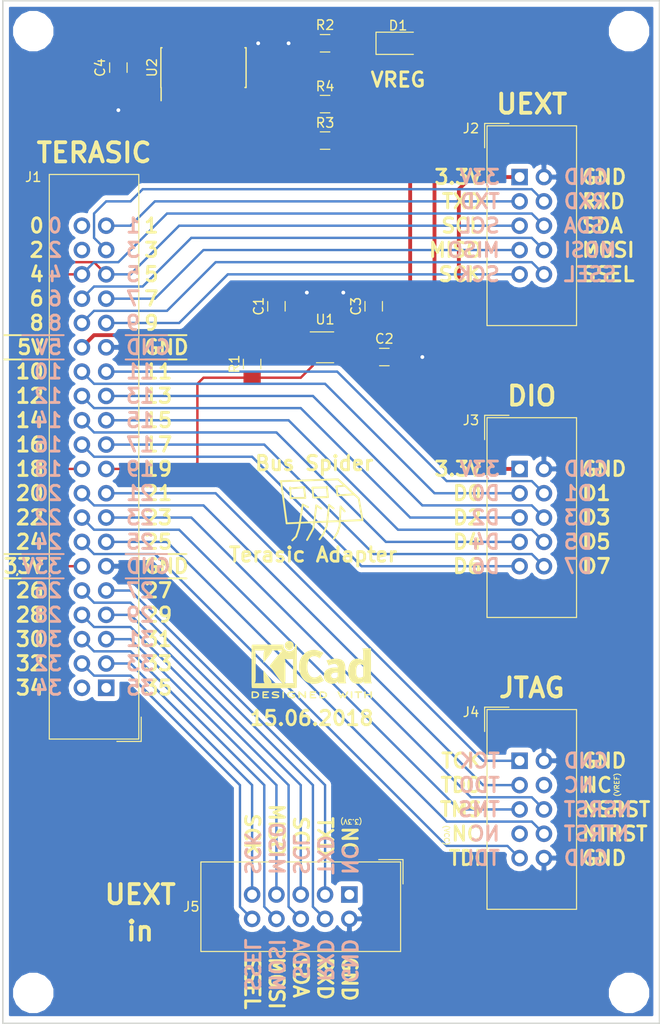
<source format=kicad_pcb>
(kicad_pcb (version 20171130) (host pcbnew 5.0.0-rc2+dfsg1-3)

  (general
    (thickness 1.6)
    (drawings 230)
    (tracks 248)
    (zones 0)
    (modules 21)
    (nets 48)
  )

  (page A4)
  (layers
    (0 F.Cu signal hide)
    (31 B.Cu signal hide)
    (32 B.Adhes user)
    (33 F.Adhes user)
    (34 B.Paste user)
    (35 F.Paste user hide)
    (36 B.SilkS user)
    (37 F.SilkS user)
    (38 B.Mask user)
    (39 F.Mask user)
    (40 Dwgs.User user)
    (41 Cmts.User user)
    (42 Eco1.User user)
    (43 Eco2.User user)
    (44 Edge.Cuts user)
    (45 Margin user)
    (46 B.CrtYd user)
    (47 F.CrtYd user hide)
    (48 B.Fab user)
    (49 F.Fab user hide)
  )

  (setup
    (last_trace_width 0.25)
    (user_trace_width 0.4)
    (trace_clearance 0.2)
    (zone_clearance 0.508)
    (zone_45_only no)
    (trace_min 0.2)
    (segment_width 0.2)
    (edge_width 0.15)
    (via_size 0.8)
    (via_drill 0.4)
    (via_min_size 0.4)
    (via_min_drill 0.3)
    (uvia_size 0.3)
    (uvia_drill 0.1)
    (uvias_allowed no)
    (uvia_min_size 0.2)
    (uvia_min_drill 0.1)
    (pcb_text_width 0.3)
    (pcb_text_size 1.5 1.5)
    (mod_edge_width 0.15)
    (mod_text_size 1 1)
    (mod_text_width 0.15)
    (pad_size 1.524 1.524)
    (pad_drill 0.762)
    (pad_to_mask_clearance 0.2)
    (aux_axis_origin 0 0)
    (visible_elements FFFFFF7F)
    (pcbplotparams
      (layerselection 0x010fc_ffffffff)
      (usegerberextensions false)
      (usegerberattributes false)
      (usegerberadvancedattributes false)
      (creategerberjobfile false)
      (excludeedgelayer true)
      (linewidth 0.100000)
      (plotframeref false)
      (viasonmask false)
      (mode 1)
      (useauxorigin false)
      (hpglpennumber 1)
      (hpglpenspeed 20)
      (hpglpendiameter 15)
      (psnegative false)
      (psa4output false)
      (plotreference true)
      (plotvalue true)
      (plotinvisibletext false)
      (padsonsilk false)
      (subtractmaskfromsilk false)
      (outputformat 1)
      (mirror false)
      (drillshape 1)
      (scaleselection 1)
      (outputdirectory ""))
  )

  (net 0 "")
  (net 1 /GPIO35)
  (net 2 /GPIO34)
  (net 3 /GPIO33)
  (net 4 /GPIO32)
  (net 5 /GPIO31)
  (net 6 /GPIO30)
  (net 7 /GPIO29)
  (net 8 /GPIO28)
  (net 9 /GPIO27)
  (net 10 /GPIO26)
  (net 11 /GPIO25)
  (net 12 /GPIO24)
  (net 13 /GPIO23)
  (net 14 /GPIO22)
  (net 15 /GPIO21)
  (net 16 /GPIO20)
  (net 17 /GPIO19)
  (net 18 /GPIO18)
  (net 19 /GPIO9)
  (net 20 /GPIO8)
  (net 21 /GPIO7)
  (net 22 /GPIO6)
  (net 23 /GPIO5)
  (net 24 /GPIO4)
  (net 25 /GPIO3)
  (net 26 /GPIO2)
  (net 27 /GPIO1)
  (net 28 /GPIO0)
  (net 29 "Net-(C2-Pad1)")
  (net 30 "Net-(R3-Pad1)")
  (net 31 /GPIO17)
  (net 32 /GPIO16)
  (net 33 /GPIO15)
  (net 34 /GPIO14)
  (net 35 /GPIO13)
  (net 36 /GPIO12)
  (net 37 /GPIO11)
  (net 38 /GPIO10)
  (net 39 "Net-(J4-Pad4)")
  (net 40 "Net-(D1-Pad1)")
  (net 41 "Net-(R4-Pad1)")
  (net 42 "Net-(J5-Pad1)")
  (net 43 "Net-(J4-Pad7)")
  (net 44 +5V)
  (net 45 GND)
  (net 46 +3V3)
  (net 47 /PWR3V3)

  (net_class Default "This is the default net class."
    (clearance 0.2)
    (trace_width 0.25)
    (via_dia 0.8)
    (via_drill 0.4)
    (uvia_dia 0.3)
    (uvia_drill 0.1)
    (add_net +3V3)
    (add_net +5V)
    (add_net /GPIO0)
    (add_net /GPIO1)
    (add_net /GPIO10)
    (add_net /GPIO11)
    (add_net /GPIO12)
    (add_net /GPIO13)
    (add_net /GPIO14)
    (add_net /GPIO15)
    (add_net /GPIO16)
    (add_net /GPIO17)
    (add_net /GPIO18)
    (add_net /GPIO19)
    (add_net /GPIO2)
    (add_net /GPIO20)
    (add_net /GPIO21)
    (add_net /GPIO22)
    (add_net /GPIO23)
    (add_net /GPIO24)
    (add_net /GPIO25)
    (add_net /GPIO26)
    (add_net /GPIO27)
    (add_net /GPIO28)
    (add_net /GPIO29)
    (add_net /GPIO3)
    (add_net /GPIO30)
    (add_net /GPIO31)
    (add_net /GPIO32)
    (add_net /GPIO33)
    (add_net /GPIO34)
    (add_net /GPIO35)
    (add_net /GPIO4)
    (add_net /GPIO5)
    (add_net /GPIO6)
    (add_net /GPIO7)
    (add_net /GPIO8)
    (add_net /GPIO9)
    (add_net /PWR3V3)
    (add_net GND)
    (add_net "Net-(C2-Pad1)")
    (add_net "Net-(D1-Pad1)")
    (add_net "Net-(J4-Pad4)")
    (add_net "Net-(J4-Pad7)")
    (add_net "Net-(J5-Pad1)")
    (add_net "Net-(R3-Pad1)")
    (add_net "Net-(R4-Pad1)")
  )

  (net_class fat ""
    (clearance 0.3)
    (trace_width 0.4)
    (via_dia 0.8)
    (via_drill 0.4)
    (uvia_dia 0.3)
    (uvia_drill 0.1)
  )

  (module Connector_IDC:IDC-Header_2x05_P2.54mm_Vertical locked (layer F.Cu) (tedit 5B22C5A0) (tstamp 5B2B8A56)
    (at 83.82 140.97 270)
    (descr "Through hole straight IDC box header, 2x05, 2.54mm pitch, double rows")
    (tags "Through hole IDC box header THT 2x05 2.54mm double row")
    (path /5B245B99)
    (fp_text reference J5 (at 1.27 16.51) (layer F.SilkS)
      (effects (font (size 1 1) (thickness 0.15)))
    )
    (fp_text value Conn_02x05_Odd_Even (at 1.016 -6.604 270) (layer F.Fab) hide
      (effects (font (size 1 1) (thickness 0.15)))
    )
    (fp_line (start -3.655 -5.6) (end -1.115 -5.6) (layer F.SilkS) (width 0.12))
    (fp_line (start -3.655 -5.6) (end -3.655 -3.06) (layer F.SilkS) (width 0.12))
    (fp_line (start -3.405 -5.35) (end 5.945 -5.35) (layer F.SilkS) (width 0.12))
    (fp_line (start -3.405 15.51) (end -3.405 -5.35) (layer F.SilkS) (width 0.12))
    (fp_line (start 5.945 15.51) (end -3.405 15.51) (layer F.SilkS) (width 0.12))
    (fp_line (start 5.945 -5.35) (end 5.945 15.51) (layer F.SilkS) (width 0.12))
    (fp_line (start -3.41 -5.35) (end 5.95 -5.35) (layer F.CrtYd) (width 0.05))
    (fp_line (start -3.41 15.51) (end -3.41 -5.35) (layer F.CrtYd) (width 0.05))
    (fp_line (start 5.95 15.51) (end -3.41 15.51) (layer F.CrtYd) (width 0.05))
    (fp_line (start 5.95 -5.35) (end 5.95 15.51) (layer F.CrtYd) (width 0.05))
    (fp_line (start -3.155 15.26) (end -2.605 14.7) (layer F.Fab) (width 0.1))
    (fp_line (start -3.155 -5.1) (end -2.605 -4.56) (layer F.Fab) (width 0.1))
    (fp_line (start 5.695 15.26) (end 5.145 14.7) (layer F.Fab) (width 0.1))
    (fp_line (start 5.695 -5.1) (end 5.145 -4.56) (layer F.Fab) (width 0.1))
    (fp_line (start 5.145 14.7) (end -2.605 14.7) (layer F.Fab) (width 0.1))
    (fp_line (start 5.695 15.26) (end -3.155 15.26) (layer F.Fab) (width 0.1))
    (fp_line (start 5.145 -4.56) (end -2.605 -4.56) (layer F.Fab) (width 0.1))
    (fp_line (start 5.695 -5.1) (end -3.155 -5.1) (layer F.Fab) (width 0.1))
    (fp_line (start -2.605 7.33) (end -3.155 7.33) (layer F.Fab) (width 0.1))
    (fp_line (start -2.605 2.83) (end -3.155 2.83) (layer F.Fab) (width 0.1))
    (fp_line (start -2.605 7.33) (end -2.605 14.7) (layer F.Fab) (width 0.1))
    (fp_line (start -2.605 -4.56) (end -2.605 2.83) (layer F.Fab) (width 0.1))
    (fp_line (start -3.155 -5.1) (end -3.155 15.26) (layer F.Fab) (width 0.1))
    (fp_line (start 5.145 -4.56) (end 5.145 14.7) (layer F.Fab) (width 0.1))
    (fp_line (start 5.695 -5.1) (end 5.695 15.26) (layer F.Fab) (width 0.1))
    (fp_text user %R (at 1.27 5.08 270) (layer F.Fab)
      (effects (font (size 1 1) (thickness 0.15)))
    )
    (pad 10 thru_hole oval (at 2.54 10.16 270) (size 1.7272 1.7272) (drill 1.016) (layers *.Cu *.Mask)
      (net 4 /GPIO32))
    (pad 9 thru_hole oval (at 0 10.16 270) (size 1.7272 1.7272) (drill 1.016) (layers *.Cu *.Mask)
      (net 3 /GPIO33))
    (pad 8 thru_hole oval (at 2.54 7.62 270) (size 1.7272 1.7272) (drill 1.016) (layers *.Cu *.Mask)
      (net 6 /GPIO30))
    (pad 7 thru_hole oval (at 0 7.62 270) (size 1.7272 1.7272) (drill 1.016) (layers *.Cu *.Mask)
      (net 5 /GPIO31))
    (pad 6 thru_hole oval (at 2.54 5.08 270) (size 1.7272 1.7272) (drill 1.016) (layers *.Cu *.Mask)
      (net 8 /GPIO28))
    (pad 5 thru_hole oval (at 0 5.08 270) (size 1.7272 1.7272) (drill 1.016) (layers *.Cu *.Mask)
      (net 7 /GPIO29))
    (pad 4 thru_hole oval (at 2.54 2.54 270) (size 1.7272 1.7272) (drill 1.016) (layers *.Cu *.Mask)
      (net 10 /GPIO26))
    (pad 3 thru_hole oval (at 0 2.54 270) (size 1.7272 1.7272) (drill 1.016) (layers *.Cu *.Mask)
      (net 9 /GPIO27))
    (pad 2 thru_hole oval (at 2.54 0 270) (size 1.7272 1.7272) (drill 1.016) (layers *.Cu *.Mask)
      (net 45 GND))
    (pad 1 thru_hole rect (at 0 0 270) (size 1.7272 1.7272) (drill 1.016) (layers *.Cu *.Mask)
      (net 42 "Net-(J5-Pad1)"))
    (model ${KISYS3DMOD}/Connector_IDC.3dshapes/IDC-Header_2x05_P2.54mm_Vertical.wrl
      (at (xyz 0 0 0))
      (scale (xyz 1 1 1))
      (rotate (xyz 0 0 0))
    )
  )

  (module Connector_IDC:IDC-Header_2x20_P2.54mm_Vertical locked (layer F.Cu) (tedit 5B22C596) (tstamp 5B2AD9BA)
    (at 58.42 119.38 180)
    (descr "Through hole straight IDC box header, 2x20, 2.54mm pitch, double rows")
    (tags "Through hole IDC box header THT 2x20 2.54mm double row")
    (path /5B1EBC32)
    (fp_text reference J1 (at 7.62 53.34 180) (layer F.SilkS)
      (effects (font (size 1 1) (thickness 0.15)))
    )
    (fp_text value Conn_02x20_Odd_Even (at 1.016 -6.858 180) (layer F.Fab) hide
      (effects (font (size 1 1) (thickness 0.15)))
    )
    (fp_text user %R (at 1.27 24.13 180) (layer F.Fab)
      (effects (font (size 1 1) (thickness 0.15)))
    )
    (fp_line (start 5.695 -5.1) (end 5.695 53.36) (layer F.Fab) (width 0.1))
    (fp_line (start 5.145 -4.56) (end 5.145 52.8) (layer F.Fab) (width 0.1))
    (fp_line (start -3.155 -5.1) (end -3.155 53.36) (layer F.Fab) (width 0.1))
    (fp_line (start -2.605 -4.56) (end -2.605 21.88) (layer F.Fab) (width 0.1))
    (fp_line (start -2.605 26.38) (end -2.605 52.8) (layer F.Fab) (width 0.1))
    (fp_line (start -2.605 21.88) (end -3.155 21.88) (layer F.Fab) (width 0.1))
    (fp_line (start -2.605 26.38) (end -3.155 26.38) (layer F.Fab) (width 0.1))
    (fp_line (start 5.695 -5.1) (end -3.155 -5.1) (layer F.Fab) (width 0.1))
    (fp_line (start 5.145 -4.56) (end -2.605 -4.56) (layer F.Fab) (width 0.1))
    (fp_line (start 5.695 53.36) (end -3.155 53.36) (layer F.Fab) (width 0.1))
    (fp_line (start 5.145 52.8) (end -2.605 52.8) (layer F.Fab) (width 0.1))
    (fp_line (start 5.695 -5.1) (end 5.145 -4.56) (layer F.Fab) (width 0.1))
    (fp_line (start 5.695 53.36) (end 5.145 52.8) (layer F.Fab) (width 0.1))
    (fp_line (start -3.155 -5.1) (end -2.605 -4.56) (layer F.Fab) (width 0.1))
    (fp_line (start -3.155 53.36) (end -2.605 52.8) (layer F.Fab) (width 0.1))
    (fp_line (start 5.95 -5.35) (end 5.95 53.61) (layer F.CrtYd) (width 0.05))
    (fp_line (start 5.95 53.61) (end -3.41 53.61) (layer F.CrtYd) (width 0.05))
    (fp_line (start -3.41 53.61) (end -3.41 -5.35) (layer F.CrtYd) (width 0.05))
    (fp_line (start -3.41 -5.35) (end 5.95 -5.35) (layer F.CrtYd) (width 0.05))
    (fp_line (start 5.945 -5.35) (end 5.945 53.61) (layer F.SilkS) (width 0.12))
    (fp_line (start 5.945 53.61) (end -3.405 53.61) (layer F.SilkS) (width 0.12))
    (fp_line (start -3.405 53.61) (end -3.405 -5.35) (layer F.SilkS) (width 0.12))
    (fp_line (start -3.405 -5.35) (end 5.945 -5.35) (layer F.SilkS) (width 0.12))
    (fp_line (start -3.655 -5.6) (end -3.655 -3.06) (layer F.SilkS) (width 0.12))
    (fp_line (start -3.655 -5.6) (end -1.115 -5.6) (layer F.SilkS) (width 0.12))
    (pad 1 thru_hole rect (at 0 0 180) (size 1.7272 1.7272) (drill 1.016) (layers *.Cu *.Mask)
      (net 1 /GPIO35))
    (pad 2 thru_hole oval (at 2.54 0 180) (size 1.7272 1.7272) (drill 1.016) (layers *.Cu *.Mask)
      (net 2 /GPIO34))
    (pad 3 thru_hole oval (at 0 2.54 180) (size 1.7272 1.7272) (drill 1.016) (layers *.Cu *.Mask)
      (net 3 /GPIO33))
    (pad 4 thru_hole oval (at 2.54 2.54 180) (size 1.7272 1.7272) (drill 1.016) (layers *.Cu *.Mask)
      (net 4 /GPIO32))
    (pad 5 thru_hole oval (at 0 5.08 180) (size 1.7272 1.7272) (drill 1.016) (layers *.Cu *.Mask)
      (net 5 /GPIO31))
    (pad 6 thru_hole oval (at 2.54 5.08 180) (size 1.7272 1.7272) (drill 1.016) (layers *.Cu *.Mask)
      (net 6 /GPIO30))
    (pad 7 thru_hole oval (at 0 7.62 180) (size 1.7272 1.7272) (drill 1.016) (layers *.Cu *.Mask)
      (net 7 /GPIO29))
    (pad 8 thru_hole oval (at 2.54 7.62 180) (size 1.7272 1.7272) (drill 1.016) (layers *.Cu *.Mask)
      (net 8 /GPIO28))
    (pad 9 thru_hole oval (at 0 10.16 180) (size 1.7272 1.7272) (drill 1.016) (layers *.Cu *.Mask)
      (net 9 /GPIO27))
    (pad 10 thru_hole oval (at 2.54 10.16 180) (size 1.7272 1.7272) (drill 1.016) (layers *.Cu *.Mask)
      (net 10 /GPIO26))
    (pad 11 thru_hole oval (at 0 12.7 180) (size 1.7272 1.7272) (drill 1.016) (layers *.Cu *.Mask)
      (net 45 GND))
    (pad 12 thru_hole oval (at 2.54 12.7 180) (size 1.7272 1.7272) (drill 1.016) (layers *.Cu *.Mask)
      (net 46 +3V3))
    (pad 13 thru_hole oval (at 0 15.24 180) (size 1.7272 1.7272) (drill 1.016) (layers *.Cu *.Mask)
      (net 11 /GPIO25))
    (pad 14 thru_hole oval (at 2.54 15.24 180) (size 1.7272 1.7272) (drill 1.016) (layers *.Cu *.Mask)
      (net 12 /GPIO24))
    (pad 15 thru_hole oval (at 0 17.78 180) (size 1.7272 1.7272) (drill 1.016) (layers *.Cu *.Mask)
      (net 13 /GPIO23))
    (pad 16 thru_hole oval (at 2.54 17.78 180) (size 1.7272 1.7272) (drill 1.016) (layers *.Cu *.Mask)
      (net 14 /GPIO22))
    (pad 17 thru_hole oval (at 0 20.32 180) (size 1.7272 1.7272) (drill 1.016) (layers *.Cu *.Mask)
      (net 15 /GPIO21))
    (pad 18 thru_hole oval (at 2.54 20.32 180) (size 1.7272 1.7272) (drill 1.016) (layers *.Cu *.Mask)
      (net 16 /GPIO20))
    (pad 19 thru_hole oval (at 0 22.86 180) (size 1.7272 1.7272) (drill 1.016) (layers *.Cu *.Mask)
      (net 17 /GPIO19))
    (pad 20 thru_hole oval (at 2.54 22.86 180) (size 1.7272 1.7272) (drill 1.016) (layers *.Cu *.Mask)
      (net 18 /GPIO18))
    (pad 21 thru_hole oval (at 0 25.4 180) (size 1.7272 1.7272) (drill 1.016) (layers *.Cu *.Mask)
      (net 31 /GPIO17))
    (pad 22 thru_hole oval (at 2.54 25.4 180) (size 1.7272 1.7272) (drill 1.016) (layers *.Cu *.Mask)
      (net 32 /GPIO16))
    (pad 23 thru_hole oval (at 0 27.94 180) (size 1.7272 1.7272) (drill 1.016) (layers *.Cu *.Mask)
      (net 33 /GPIO15))
    (pad 24 thru_hole oval (at 2.54 27.94 180) (size 1.7272 1.7272) (drill 1.016) (layers *.Cu *.Mask)
      (net 34 /GPIO14))
    (pad 25 thru_hole oval (at 0 30.48 180) (size 1.7272 1.7272) (drill 1.016) (layers *.Cu *.Mask)
      (net 35 /GPIO13))
    (pad 26 thru_hole oval (at 2.54 30.48 180) (size 1.7272 1.7272) (drill 1.016) (layers *.Cu *.Mask)
      (net 36 /GPIO12))
    (pad 27 thru_hole oval (at 0 33.02 180) (size 1.7272 1.7272) (drill 1.016) (layers *.Cu *.Mask)
      (net 37 /GPIO11))
    (pad 28 thru_hole oval (at 2.54 33.02 180) (size 1.7272 1.7272) (drill 1.016) (layers *.Cu *.Mask)
      (net 38 /GPIO10))
    (pad 29 thru_hole oval (at 0 35.56 180) (size 1.7272 1.7272) (drill 1.016) (layers *.Cu *.Mask)
      (net 45 GND))
    (pad 30 thru_hole oval (at 2.54 35.56 180) (size 1.7272 1.7272) (drill 1.016) (layers *.Cu *.Mask)
      (net 44 +5V))
    (pad 31 thru_hole oval (at 0 38.1 180) (size 1.7272 1.7272) (drill 1.016) (layers *.Cu *.Mask)
      (net 19 /GPIO9))
    (pad 32 thru_hole oval (at 2.54 38.1 180) (size 1.7272 1.7272) (drill 1.016) (layers *.Cu *.Mask)
      (net 20 /GPIO8))
    (pad 33 thru_hole oval (at 0 40.64 180) (size 1.7272 1.7272) (drill 1.016) (layers *.Cu *.Mask)
      (net 21 /GPIO7))
    (pad 34 thru_hole oval (at 2.54 40.64 180) (size 1.7272 1.7272) (drill 1.016) (layers *.Cu *.Mask)
      (net 22 /GPIO6))
    (pad 35 thru_hole oval (at 0 43.18 180) (size 1.7272 1.7272) (drill 1.016) (layers *.Cu *.Mask)
      (net 23 /GPIO5))
    (pad 36 thru_hole oval (at 2.54 43.18 180) (size 1.7272 1.7272) (drill 1.016) (layers *.Cu *.Mask)
      (net 24 /GPIO4))
    (pad 37 thru_hole oval (at 0 45.72 180) (size 1.7272 1.7272) (drill 1.016) (layers *.Cu *.Mask)
      (net 25 /GPIO3))
    (pad 38 thru_hole oval (at 2.54 45.72 180) (size 1.7272 1.7272) (drill 1.016) (layers *.Cu *.Mask)
      (net 26 /GPIO2))
    (pad 39 thru_hole oval (at 0 48.26 180) (size 1.7272 1.7272) (drill 1.016) (layers *.Cu *.Mask)
      (net 27 /GPIO1))
    (pad 40 thru_hole oval (at 2.54 48.26 180) (size 1.7272 1.7272) (drill 1.016) (layers *.Cu *.Mask)
      (net 28 /GPIO0))
    (model ${KISYS3DMOD}/Connector_IDC.3dshapes/IDC-Header_2x20_P2.54mm_Vertical.wrl
      (at (xyz 0 0 0))
      (scale (xyz 1 1 1))
      (rotate (xyz 0 0 0))
    )
  )

  (module Connector_IDC:IDC-Header_2x05_P2.54mm_Vertical locked (layer F.Cu) (tedit 5B22C5BB) (tstamp 5B22CFA0)
    (at 101.6 66.04)
    (descr "Through hole straight IDC box header, 2x05, 2.54mm pitch, double rows")
    (tags "Through hole IDC box header THT 2x05 2.54mm double row")
    (path /5B1EBDC7)
    (fp_text reference J2 (at -5.08 -5.08) (layer F.SilkS)
      (effects (font (size 1 1) (thickness 0.15)))
    )
    (fp_text value Conn_02x05_Odd_Even (at 1.27 16.764) (layer F.Fab) hide
      (effects (font (size 1 1) (thickness 0.15)))
    )
    (fp_text user %R (at 1.27 5.08) (layer F.Fab)
      (effects (font (size 1 1) (thickness 0.15)))
    )
    (fp_line (start 5.695 -5.1) (end 5.695 15.26) (layer F.Fab) (width 0.1))
    (fp_line (start 5.145 -4.56) (end 5.145 14.7) (layer F.Fab) (width 0.1))
    (fp_line (start -3.155 -5.1) (end -3.155 15.26) (layer F.Fab) (width 0.1))
    (fp_line (start -2.605 -4.56) (end -2.605 2.83) (layer F.Fab) (width 0.1))
    (fp_line (start -2.605 7.33) (end -2.605 14.7) (layer F.Fab) (width 0.1))
    (fp_line (start -2.605 2.83) (end -3.155 2.83) (layer F.Fab) (width 0.1))
    (fp_line (start -2.605 7.33) (end -3.155 7.33) (layer F.Fab) (width 0.1))
    (fp_line (start 5.695 -5.1) (end -3.155 -5.1) (layer F.Fab) (width 0.1))
    (fp_line (start 5.145 -4.56) (end -2.605 -4.56) (layer F.Fab) (width 0.1))
    (fp_line (start 5.695 15.26) (end -3.155 15.26) (layer F.Fab) (width 0.1))
    (fp_line (start 5.145 14.7) (end -2.605 14.7) (layer F.Fab) (width 0.1))
    (fp_line (start 5.695 -5.1) (end 5.145 -4.56) (layer F.Fab) (width 0.1))
    (fp_line (start 5.695 15.26) (end 5.145 14.7) (layer F.Fab) (width 0.1))
    (fp_line (start -3.155 -5.1) (end -2.605 -4.56) (layer F.Fab) (width 0.1))
    (fp_line (start -3.155 15.26) (end -2.605 14.7) (layer F.Fab) (width 0.1))
    (fp_line (start 5.95 -5.35) (end 5.95 15.51) (layer F.CrtYd) (width 0.05))
    (fp_line (start 5.95 15.51) (end -3.41 15.51) (layer F.CrtYd) (width 0.05))
    (fp_line (start -3.41 15.51) (end -3.41 -5.35) (layer F.CrtYd) (width 0.05))
    (fp_line (start -3.41 -5.35) (end 5.95 -5.35) (layer F.CrtYd) (width 0.05))
    (fp_line (start 5.945 -5.35) (end 5.945 15.51) (layer F.SilkS) (width 0.12))
    (fp_line (start 5.945 15.51) (end -3.405 15.51) (layer F.SilkS) (width 0.12))
    (fp_line (start -3.405 15.51) (end -3.405 -5.35) (layer F.SilkS) (width 0.12))
    (fp_line (start -3.405 -5.35) (end 5.945 -5.35) (layer F.SilkS) (width 0.12))
    (fp_line (start -3.655 -5.6) (end -3.655 -3.06) (layer F.SilkS) (width 0.12))
    (fp_line (start -3.655 -5.6) (end -1.115 -5.6) (layer F.SilkS) (width 0.12))
    (pad 1 thru_hole rect (at 0 0) (size 1.7272 1.7272) (drill 1.016) (layers *.Cu *.Mask)
      (net 47 /PWR3V3))
    (pad 2 thru_hole oval (at 2.54 0) (size 1.7272 1.7272) (drill 1.016) (layers *.Cu *.Mask)
      (net 45 GND))
    (pad 3 thru_hole oval (at 0 2.54) (size 1.7272 1.7272) (drill 1.016) (layers *.Cu *.Mask)
      (net 27 /GPIO1))
    (pad 4 thru_hole oval (at 2.54 2.54) (size 1.7272 1.7272) (drill 1.016) (layers *.Cu *.Mask)
      (net 25 /GPIO3))
    (pad 5 thru_hole oval (at 0 5.08) (size 1.7272 1.7272) (drill 1.016) (layers *.Cu *.Mask)
      (net 23 /GPIO5))
    (pad 6 thru_hole oval (at 2.54 5.08) (size 1.7272 1.7272) (drill 1.016) (layers *.Cu *.Mask)
      (net 24 /GPIO4))
    (pad 7 thru_hole oval (at 0 7.62) (size 1.7272 1.7272) (drill 1.016) (layers *.Cu *.Mask)
      (net 21 /GPIO7))
    (pad 8 thru_hole oval (at 2.54 7.62) (size 1.7272 1.7272) (drill 1.016) (layers *.Cu *.Mask)
      (net 22 /GPIO6))
    (pad 9 thru_hole oval (at 0 10.16) (size 1.7272 1.7272) (drill 1.016) (layers *.Cu *.Mask)
      (net 19 /GPIO9))
    (pad 10 thru_hole oval (at 2.54 10.16) (size 1.7272 1.7272) (drill 1.016) (layers *.Cu *.Mask)
      (net 20 /GPIO8))
    (model ${KISYS3DMOD}/Connector_IDC.3dshapes/IDC-Header_2x05_P2.54mm_Vertical.wrl
      (at (xyz 0 0 0))
      (scale (xyz 1 1 1))
      (rotate (xyz 0 0 0))
    )
  )

  (module Connector_IDC:IDC-Header_2x05_P2.54mm_Vertical locked (layer F.Cu) (tedit 5B22C5B3) (tstamp 5B2ADA0A)
    (at 101.6 96.52)
    (descr "Through hole straight IDC box header, 2x05, 2.54mm pitch, double rows")
    (tags "Through hole IDC box header THT 2x05 2.54mm double row")
    (path /5B1EBE3F)
    (fp_text reference J3 (at -5.08 -5.08) (layer F.SilkS)
      (effects (font (size 1 1) (thickness 0.15)))
    )
    (fp_text value Conn_02x05_Odd_Even (at 1.27 16.764) (layer F.Fab) hide
      (effects (font (size 1 1) (thickness 0.15)))
    )
    (fp_line (start -3.655 -5.6) (end -1.115 -5.6) (layer F.SilkS) (width 0.12))
    (fp_line (start -3.655 -5.6) (end -3.655 -3.06) (layer F.SilkS) (width 0.12))
    (fp_line (start -3.405 -5.35) (end 5.945 -5.35) (layer F.SilkS) (width 0.12))
    (fp_line (start -3.405 15.51) (end -3.405 -5.35) (layer F.SilkS) (width 0.12))
    (fp_line (start 5.945 15.51) (end -3.405 15.51) (layer F.SilkS) (width 0.12))
    (fp_line (start 5.945 -5.35) (end 5.945 15.51) (layer F.SilkS) (width 0.12))
    (fp_line (start -3.41 -5.35) (end 5.95 -5.35) (layer F.CrtYd) (width 0.05))
    (fp_line (start -3.41 15.51) (end -3.41 -5.35) (layer F.CrtYd) (width 0.05))
    (fp_line (start 5.95 15.51) (end -3.41 15.51) (layer F.CrtYd) (width 0.05))
    (fp_line (start 5.95 -5.35) (end 5.95 15.51) (layer F.CrtYd) (width 0.05))
    (fp_line (start -3.155 15.26) (end -2.605 14.7) (layer F.Fab) (width 0.1))
    (fp_line (start -3.155 -5.1) (end -2.605 -4.56) (layer F.Fab) (width 0.1))
    (fp_line (start 5.695 15.26) (end 5.145 14.7) (layer F.Fab) (width 0.1))
    (fp_line (start 5.695 -5.1) (end 5.145 -4.56) (layer F.Fab) (width 0.1))
    (fp_line (start 5.145 14.7) (end -2.605 14.7) (layer F.Fab) (width 0.1))
    (fp_line (start 5.695 15.26) (end -3.155 15.26) (layer F.Fab) (width 0.1))
    (fp_line (start 5.145 -4.56) (end -2.605 -4.56) (layer F.Fab) (width 0.1))
    (fp_line (start 5.695 -5.1) (end -3.155 -5.1) (layer F.Fab) (width 0.1))
    (fp_line (start -2.605 7.33) (end -3.155 7.33) (layer F.Fab) (width 0.1))
    (fp_line (start -2.605 2.83) (end -3.155 2.83) (layer F.Fab) (width 0.1))
    (fp_line (start -2.605 7.33) (end -2.605 14.7) (layer F.Fab) (width 0.1))
    (fp_line (start -2.605 -4.56) (end -2.605 2.83) (layer F.Fab) (width 0.1))
    (fp_line (start -3.155 -5.1) (end -3.155 15.26) (layer F.Fab) (width 0.1))
    (fp_line (start 5.145 -4.56) (end 5.145 14.7) (layer F.Fab) (width 0.1))
    (fp_line (start 5.695 -5.1) (end 5.695 15.26) (layer F.Fab) (width 0.1))
    (fp_text user %R (at 1.27 5.08) (layer F.Fab)
      (effects (font (size 1 1) (thickness 0.15)))
    )
    (pad 10 thru_hole oval (at 2.54 10.16) (size 1.7272 1.7272) (drill 1.016) (layers *.Cu *.Mask)
      (net 31 /GPIO17))
    (pad 9 thru_hole oval (at 0 10.16) (size 1.7272 1.7272) (drill 1.016) (layers *.Cu *.Mask)
      (net 32 /GPIO16))
    (pad 8 thru_hole oval (at 2.54 7.62) (size 1.7272 1.7272) (drill 1.016) (layers *.Cu *.Mask)
      (net 33 /GPIO15))
    (pad 7 thru_hole oval (at 0 7.62) (size 1.7272 1.7272) (drill 1.016) (layers *.Cu *.Mask)
      (net 34 /GPIO14))
    (pad 6 thru_hole oval (at 2.54 5.08) (size 1.7272 1.7272) (drill 1.016) (layers *.Cu *.Mask)
      (net 35 /GPIO13))
    (pad 5 thru_hole oval (at 0 5.08) (size 1.7272 1.7272) (drill 1.016) (layers *.Cu *.Mask)
      (net 36 /GPIO12))
    (pad 4 thru_hole oval (at 2.54 2.54) (size 1.7272 1.7272) (drill 1.016) (layers *.Cu *.Mask)
      (net 37 /GPIO11))
    (pad 3 thru_hole oval (at 0 2.54) (size 1.7272 1.7272) (drill 1.016) (layers *.Cu *.Mask)
      (net 38 /GPIO10))
    (pad 2 thru_hole oval (at 2.54 0) (size 1.7272 1.7272) (drill 1.016) (layers *.Cu *.Mask)
      (net 45 GND))
    (pad 1 thru_hole rect (at 0 0) (size 1.7272 1.7272) (drill 1.016) (layers *.Cu *.Mask)
      (net 47 /PWR3V3))
    (model ${KISYS3DMOD}/Connector_IDC.3dshapes/IDC-Header_2x05_P2.54mm_Vertical.wrl
      (at (xyz 0 0 0))
      (scale (xyz 1 1 1))
      (rotate (xyz 0 0 0))
    )
  )

  (module Connector_IDC:IDC-Header_2x05_P2.54mm_Vertical locked (layer F.Cu) (tedit 5B22C5A5) (tstamp 5B2ADA32)
    (at 101.6 127)
    (descr "Through hole straight IDC box header, 2x05, 2.54mm pitch, double rows")
    (tags "Through hole IDC box header THT 2x05 2.54mm double row")
    (path /5B1EBE86)
    (fp_text reference J4 (at -5.08 -5.08) (layer F.SilkS)
      (effects (font (size 1 1) (thickness 0.15)))
    )
    (fp_text value Conn_02x05_Odd_Even (at 1.27 16.764) (layer F.Fab) hide
      (effects (font (size 1 1) (thickness 0.15)))
    )
    (fp_text user %R (at 1.27 5.08) (layer F.Fab)
      (effects (font (size 1 1) (thickness 0.15)))
    )
    (fp_line (start 5.695 -5.1) (end 5.695 15.26) (layer F.Fab) (width 0.1))
    (fp_line (start 5.145 -4.56) (end 5.145 14.7) (layer F.Fab) (width 0.1))
    (fp_line (start -3.155 -5.1) (end -3.155 15.26) (layer F.Fab) (width 0.1))
    (fp_line (start -2.605 -4.56) (end -2.605 2.83) (layer F.Fab) (width 0.1))
    (fp_line (start -2.605 7.33) (end -2.605 14.7) (layer F.Fab) (width 0.1))
    (fp_line (start -2.605 2.83) (end -3.155 2.83) (layer F.Fab) (width 0.1))
    (fp_line (start -2.605 7.33) (end -3.155 7.33) (layer F.Fab) (width 0.1))
    (fp_line (start 5.695 -5.1) (end -3.155 -5.1) (layer F.Fab) (width 0.1))
    (fp_line (start 5.145 -4.56) (end -2.605 -4.56) (layer F.Fab) (width 0.1))
    (fp_line (start 5.695 15.26) (end -3.155 15.26) (layer F.Fab) (width 0.1))
    (fp_line (start 5.145 14.7) (end -2.605 14.7) (layer F.Fab) (width 0.1))
    (fp_line (start 5.695 -5.1) (end 5.145 -4.56) (layer F.Fab) (width 0.1))
    (fp_line (start 5.695 15.26) (end 5.145 14.7) (layer F.Fab) (width 0.1))
    (fp_line (start -3.155 -5.1) (end -2.605 -4.56) (layer F.Fab) (width 0.1))
    (fp_line (start -3.155 15.26) (end -2.605 14.7) (layer F.Fab) (width 0.1))
    (fp_line (start 5.95 -5.35) (end 5.95 15.51) (layer F.CrtYd) (width 0.05))
    (fp_line (start 5.95 15.51) (end -3.41 15.51) (layer F.CrtYd) (width 0.05))
    (fp_line (start -3.41 15.51) (end -3.41 -5.35) (layer F.CrtYd) (width 0.05))
    (fp_line (start -3.41 -5.35) (end 5.95 -5.35) (layer F.CrtYd) (width 0.05))
    (fp_line (start 5.945 -5.35) (end 5.945 15.51) (layer F.SilkS) (width 0.12))
    (fp_line (start 5.945 15.51) (end -3.405 15.51) (layer F.SilkS) (width 0.12))
    (fp_line (start -3.405 15.51) (end -3.405 -5.35) (layer F.SilkS) (width 0.12))
    (fp_line (start -3.405 -5.35) (end 5.945 -5.35) (layer F.SilkS) (width 0.12))
    (fp_line (start -3.655 -5.6) (end -3.655 -3.06) (layer F.SilkS) (width 0.12))
    (fp_line (start -3.655 -5.6) (end -1.115 -5.6) (layer F.SilkS) (width 0.12))
    (pad 1 thru_hole rect (at 0 0) (size 1.7272 1.7272) (drill 1.016) (layers *.Cu *.Mask)
      (net 15 /GPIO21))
    (pad 2 thru_hole oval (at 2.54 0) (size 1.7272 1.7272) (drill 1.016) (layers *.Cu *.Mask)
      (net 45 GND))
    (pad 3 thru_hole oval (at 0 2.54) (size 1.7272 1.7272) (drill 1.016) (layers *.Cu *.Mask)
      (net 16 /GPIO20))
    (pad 4 thru_hole oval (at 2.54 2.54) (size 1.7272 1.7272) (drill 1.016) (layers *.Cu *.Mask)
      (net 39 "Net-(J4-Pad4)"))
    (pad 5 thru_hole oval (at 0 5.08) (size 1.7272 1.7272) (drill 1.016) (layers *.Cu *.Mask)
      (net 14 /GPIO22))
    (pad 6 thru_hole oval (at 2.54 5.08) (size 1.7272 1.7272) (drill 1.016) (layers *.Cu *.Mask)
      (net 13 /GPIO23))
    (pad 7 thru_hole oval (at 0 7.62) (size 1.7272 1.7272) (drill 1.016) (layers *.Cu *.Mask)
      (net 43 "Net-(J4-Pad7)"))
    (pad 8 thru_hole oval (at 2.54 7.62) (size 1.7272 1.7272) (drill 1.016) (layers *.Cu *.Mask)
      (net 11 /GPIO25))
    (pad 9 thru_hole oval (at 0 10.16) (size 1.7272 1.7272) (drill 1.016) (layers *.Cu *.Mask)
      (net 12 /GPIO24))
    (pad 10 thru_hole oval (at 2.54 10.16) (size 1.7272 1.7272) (drill 1.016) (layers *.Cu *.Mask)
      (net 45 GND))
    (model ${KISYS3DMOD}/Connector_IDC.3dshapes/IDC-Header_2x05_P2.54mm_Vertical.wrl
      (at (xyz 0 0 0))
      (scale (xyz 1 1 1))
      (rotate (xyz 0 0 0))
    )
  )

  (module Capacitor_SMD:C_1206_3216Metric (layer F.Cu) (tedit 5AC5DB74) (tstamp 5B239495)
    (at 76.2 79.535 90)
    (descr "Capacitor SMD 1206 (3216 Metric), square (rectangular) end terminal, IPC_7351 nominal, (Body size source: http://www.tortai-tech.com/upload/download/2011102023233369053.pdf), generated with kicad-footprint-generator")
    (tags capacitor)
    (path /5B1EF57A)
    (attr smd)
    (fp_text reference C1 (at 0 -1.85 90) (layer F.SilkS)
      (effects (font (size 1 1) (thickness 0.15)))
    )
    (fp_text value 0.1uF (at 3.556 -2.032 90) (layer F.Fab)
      (effects (font (size 1 1) (thickness 0.15)))
    )
    (fp_line (start -1.6 0.8) (end -1.6 -0.8) (layer F.Fab) (width 0.1))
    (fp_line (start -1.6 -0.8) (end 1.6 -0.8) (layer F.Fab) (width 0.1))
    (fp_line (start 1.6 -0.8) (end 1.6 0.8) (layer F.Fab) (width 0.1))
    (fp_line (start 1.6 0.8) (end -1.6 0.8) (layer F.Fab) (width 0.1))
    (fp_line (start -0.5 -0.91) (end 0.5 -0.91) (layer F.SilkS) (width 0.12))
    (fp_line (start -0.5 0.91) (end 0.5 0.91) (layer F.SilkS) (width 0.12))
    (fp_line (start -2.29 1.15) (end -2.29 -1.15) (layer F.CrtYd) (width 0.05))
    (fp_line (start -2.29 -1.15) (end 2.29 -1.15) (layer F.CrtYd) (width 0.05))
    (fp_line (start 2.29 -1.15) (end 2.29 1.15) (layer F.CrtYd) (width 0.05))
    (fp_line (start 2.29 1.15) (end -2.29 1.15) (layer F.CrtYd) (width 0.05))
    (fp_text user %R (at 0 0 90) (layer F.Fab)
      (effects (font (size 0.8 0.8) (thickness 0.12)))
    )
    (pad 1 smd rect (at -1.43 0 90) (size 1.22 1.8) (layers F.Cu F.Paste F.Mask)
      (net 44 +5V))
    (pad 2 smd rect (at 1.43 0 90) (size 1.22 1.8) (layers F.Cu F.Paste F.Mask)
      (net 45 GND))
    (model ${KISYS3DMOD}/Capacitor_SMD.3dshapes/C_1206_3216Metric.wrl
      (at (xyz 0 0 0))
      (scale (xyz 1 1 1))
      (rotate (xyz 0 0 0))
    )
  )

  (module Capacitor_SMD:C_1206_3216Metric (layer F.Cu) (tedit 5AC5DB74) (tstamp 5B23A4BF)
    (at 87.47 84.836)
    (descr "Capacitor SMD 1206 (3216 Metric), square (rectangular) end terminal, IPC_7351 nominal, (Body size source: http://www.tortai-tech.com/upload/download/2011102023233369053.pdf), generated with kicad-footprint-generator")
    (tags capacitor)
    (path /5B1EF5EE)
    (attr smd)
    (fp_text reference C2 (at 0 -1.905) (layer F.SilkS)
      (effects (font (size 1 1) (thickness 0.15)))
    )
    (fp_text value 10nF (at 3.175 -1.905) (layer F.Fab)
      (effects (font (size 1 1) (thickness 0.15)))
    )
    (fp_text user %R (at 0 0) (layer F.Fab)
      (effects (font (size 0.8 0.8) (thickness 0.12)))
    )
    (fp_line (start 2.29 1.15) (end -2.29 1.15) (layer F.CrtYd) (width 0.05))
    (fp_line (start 2.29 -1.15) (end 2.29 1.15) (layer F.CrtYd) (width 0.05))
    (fp_line (start -2.29 -1.15) (end 2.29 -1.15) (layer F.CrtYd) (width 0.05))
    (fp_line (start -2.29 1.15) (end -2.29 -1.15) (layer F.CrtYd) (width 0.05))
    (fp_line (start -0.5 0.91) (end 0.5 0.91) (layer F.SilkS) (width 0.12))
    (fp_line (start -0.5 -0.91) (end 0.5 -0.91) (layer F.SilkS) (width 0.12))
    (fp_line (start 1.6 0.8) (end -1.6 0.8) (layer F.Fab) (width 0.1))
    (fp_line (start 1.6 -0.8) (end 1.6 0.8) (layer F.Fab) (width 0.1))
    (fp_line (start -1.6 -0.8) (end 1.6 -0.8) (layer F.Fab) (width 0.1))
    (fp_line (start -1.6 0.8) (end -1.6 -0.8) (layer F.Fab) (width 0.1))
    (pad 2 smd rect (at 1.43 0) (size 1.22 1.8) (layers F.Cu F.Paste F.Mask)
      (net 45 GND))
    (pad 1 smd rect (at -1.43 0) (size 1.22 1.8) (layers F.Cu F.Paste F.Mask)
      (net 29 "Net-(C2-Pad1)"))
    (model ${KISYS3DMOD}/Capacitor_SMD.3dshapes/C_1206_3216Metric.wrl
      (at (xyz 0 0 0))
      (scale (xyz 1 1 1))
      (rotate (xyz 0 0 0))
    )
  )

  (module Capacitor_SMD:C_1206_3216Metric (layer F.Cu) (tedit 5AC5DB74) (tstamp 5B230AAF)
    (at 86.36 79.535 90)
    (descr "Capacitor SMD 1206 (3216 Metric), square (rectangular) end terminal, IPC_7351 nominal, (Body size source: http://www.tortai-tech.com/upload/download/2011102023233369053.pdf), generated with kicad-footprint-generator")
    (tags capacitor)
    (path /5B1F69BB)
    (attr smd)
    (fp_text reference C3 (at 0 -1.85 90) (layer F.SilkS)
      (effects (font (size 1 1) (thickness 0.15)))
    )
    (fp_text value 10uF (at 3.556 -1.778 90) (layer F.Fab)
      (effects (font (size 1 1) (thickness 0.15)))
    )
    (fp_line (start -1.6 0.8) (end -1.6 -0.8) (layer F.Fab) (width 0.1))
    (fp_line (start -1.6 -0.8) (end 1.6 -0.8) (layer F.Fab) (width 0.1))
    (fp_line (start 1.6 -0.8) (end 1.6 0.8) (layer F.Fab) (width 0.1))
    (fp_line (start 1.6 0.8) (end -1.6 0.8) (layer F.Fab) (width 0.1))
    (fp_line (start -0.5 -0.91) (end 0.5 -0.91) (layer F.SilkS) (width 0.12))
    (fp_line (start -0.5 0.91) (end 0.5 0.91) (layer F.SilkS) (width 0.12))
    (fp_line (start -2.29 1.15) (end -2.29 -1.15) (layer F.CrtYd) (width 0.05))
    (fp_line (start -2.29 -1.15) (end 2.29 -1.15) (layer F.CrtYd) (width 0.05))
    (fp_line (start 2.29 -1.15) (end 2.29 1.15) (layer F.CrtYd) (width 0.05))
    (fp_line (start 2.29 1.15) (end -2.29 1.15) (layer F.CrtYd) (width 0.05))
    (fp_text user %R (at 0 0 90) (layer F.Fab)
      (effects (font (size 0.8 0.8) (thickness 0.12)))
    )
    (pad 1 smd rect (at -1.43 0 90) (size 1.22 1.8) (layers F.Cu F.Paste F.Mask)
      (net 47 /PWR3V3))
    (pad 2 smd rect (at 1.43 0 90) (size 1.22 1.8) (layers F.Cu F.Paste F.Mask)
      (net 45 GND))
    (model ${KISYS3DMOD}/Capacitor_SMD.3dshapes/C_1206_3216Metric.wrl
      (at (xyz 0 0 0))
      (scale (xyz 1 1 1))
      (rotate (xyz 0 0 0))
    )
  )

  (module Resistor_SMD:R_1206_3216Metric (layer F.Cu) (tedit 5AC5DB74) (tstamp 5B22F838)
    (at 73.66 85.565 90)
    (descr "Resistor SMD 1206 (3216 Metric), square (rectangular) end terminal, IPC_7351 nominal, (Body size source: http://www.tortai-tech.com/upload/download/2011102023233369053.pdf), generated with kicad-footprint-generator")
    (tags resistor)
    (path /5B1EF811)
    (attr smd)
    (fp_text reference R1 (at 0 -1.85 90) (layer F.SilkS)
      (effects (font (size 1 1) (thickness 0.15)))
    )
    (fp_text value 4.7K (at 0 2.032 90) (layer F.Fab)
      (effects (font (size 1 1) (thickness 0.15)))
    )
    (fp_line (start -1.6 0.8) (end -1.6 -0.8) (layer F.Fab) (width 0.1))
    (fp_line (start -1.6 -0.8) (end 1.6 -0.8) (layer F.Fab) (width 0.1))
    (fp_line (start 1.6 -0.8) (end 1.6 0.8) (layer F.Fab) (width 0.1))
    (fp_line (start 1.6 0.8) (end -1.6 0.8) (layer F.Fab) (width 0.1))
    (fp_line (start -0.5 -0.91) (end 0.5 -0.91) (layer F.SilkS) (width 0.12))
    (fp_line (start -0.5 0.91) (end 0.5 0.91) (layer F.SilkS) (width 0.12))
    (fp_line (start -2.29 1.15) (end -2.29 -1.15) (layer F.CrtYd) (width 0.05))
    (fp_line (start -2.29 -1.15) (end 2.29 -1.15) (layer F.CrtYd) (width 0.05))
    (fp_line (start 2.29 -1.15) (end 2.29 1.15) (layer F.CrtYd) (width 0.05))
    (fp_line (start 2.29 1.15) (end -2.29 1.15) (layer F.CrtYd) (width 0.05))
    (fp_text user %R (at 0 0 90) (layer F.Fab)
      (effects (font (size 0.8 0.8) (thickness 0.12)))
    )
    (pad 1 smd rect (at -1.43 0 90) (size 1.22 1.8) (layers F.Cu F.Paste F.Mask)
      (net 17 /GPIO19))
    (pad 2 smd rect (at 1.43 0 90) (size 1.22 1.8) (layers F.Cu F.Paste F.Mask)
      (net 45 GND))
    (model ${KISYS3DMOD}/Resistor_SMD.3dshapes/R_1206_3216Metric.wrl
      (at (xyz 0 0 0))
      (scale (xyz 1 1 1))
      (rotate (xyz 0 0 0))
    )
  )

  (module Package_TO_SOT_SMD:SOT-23-5 (layer F.Cu) (tedit 5B22C4E5) (tstamp 5B23AF93)
    (at 81.28 83.82)
    (descr "5-pin SOT23 package")
    (tags SOT-23-5)
    (path /5B1EF3CB)
    (attr smd)
    (fp_text reference U1 (at 0 -2.9) (layer F.SilkS)
      (effects (font (size 1 1) (thickness 0.15)))
    )
    (fp_text value TPS79333-EP (at 0 2.9) (layer F.Fab) hide
      (effects (font (size 1 1) (thickness 0.15)))
    )
    (fp_text user %R (at 0 0 90) (layer F.Fab)
      (effects (font (size 0.5 0.5) (thickness 0.075)))
    )
    (fp_line (start -0.9 1.61) (end 0.9 1.61) (layer F.SilkS) (width 0.12))
    (fp_line (start 0.9 -1.61) (end -1.55 -1.61) (layer F.SilkS) (width 0.12))
    (fp_line (start -1.9 -1.8) (end 1.9 -1.8) (layer F.CrtYd) (width 0.05))
    (fp_line (start 1.9 -1.8) (end 1.9 1.8) (layer F.CrtYd) (width 0.05))
    (fp_line (start 1.9 1.8) (end -1.9 1.8) (layer F.CrtYd) (width 0.05))
    (fp_line (start -1.9 1.8) (end -1.9 -1.8) (layer F.CrtYd) (width 0.05))
    (fp_line (start -0.9 -0.9) (end -0.25 -1.55) (layer F.Fab) (width 0.1))
    (fp_line (start 0.9 -1.55) (end -0.25 -1.55) (layer F.Fab) (width 0.1))
    (fp_line (start -0.9 -0.9) (end -0.9 1.55) (layer F.Fab) (width 0.1))
    (fp_line (start 0.9 1.55) (end -0.9 1.55) (layer F.Fab) (width 0.1))
    (fp_line (start 0.9 -1.55) (end 0.9 1.55) (layer F.Fab) (width 0.1))
    (pad 1 smd rect (at -1.1 -0.95) (size 1.06 0.65) (layers F.Cu F.Paste F.Mask)
      (net 44 +5V))
    (pad 2 smd rect (at -1.1 0) (size 1.06 0.65) (layers F.Cu F.Paste F.Mask)
      (net 45 GND))
    (pad 3 smd rect (at -1.1 0.95) (size 1.06 0.65) (layers F.Cu F.Paste F.Mask)
      (net 17 /GPIO19))
    (pad 4 smd rect (at 1.1 0.95) (size 1.06 0.65) (layers F.Cu F.Paste F.Mask)
      (net 29 "Net-(C2-Pad1)"))
    (pad 5 smd rect (at 1.1 -0.95) (size 1.06 0.65) (layers F.Cu F.Paste F.Mask)
      (net 47 /PWR3V3))
    (model ${KISYS3DMOD}/Package_TO_SOT_SMD.3dshapes/SOT-23-5.wrl
      (at (xyz 0 0 0))
      (scale (xyz 1 1 1))
      (rotate (xyz 0 0 0))
    )
  )

  (module Capacitor_SMD:C_1206_3216Metric (layer F.Cu) (tedit 5AC5DB74) (tstamp 5B2B83FF)
    (at 59.69 54.61 90)
    (descr "Capacitor SMD 1206 (3216 Metric), square (rectangular) end terminal, IPC_7351 nominal, (Body size source: http://www.tortai-tech.com/upload/download/2011102023233369053.pdf), generated with kicad-footprint-generator")
    (tags capacitor)
    (path /5B23DE98)
    (attr smd)
    (fp_text reference C4 (at 0 -1.905 90) (layer F.SilkS)
      (effects (font (size 1 1) (thickness 0.15)))
    )
    (fp_text value 0.1uF (at 3.81 -1.905 90) (layer F.Fab)
      (effects (font (size 1 1) (thickness 0.15)))
    )
    (fp_text user %R (at -1.27 0 90) (layer F.Fab)
      (effects (font (size 0.8 0.8) (thickness 0.12)))
    )
    (fp_line (start 2.29 1.15) (end -2.29 1.15) (layer F.CrtYd) (width 0.05))
    (fp_line (start 2.29 -1.15) (end 2.29 1.15) (layer F.CrtYd) (width 0.05))
    (fp_line (start -2.29 -1.15) (end 2.29 -1.15) (layer F.CrtYd) (width 0.05))
    (fp_line (start -2.29 1.15) (end -2.29 -1.15) (layer F.CrtYd) (width 0.05))
    (fp_line (start -0.5 0.91) (end 0.5 0.91) (layer F.SilkS) (width 0.12))
    (fp_line (start -0.5 -0.91) (end 0.5 -0.91) (layer F.SilkS) (width 0.12))
    (fp_line (start 1.6 0.8) (end -1.6 0.8) (layer F.Fab) (width 0.1))
    (fp_line (start 1.6 -0.8) (end 1.6 0.8) (layer F.Fab) (width 0.1))
    (fp_line (start -1.6 -0.8) (end 1.6 -0.8) (layer F.Fab) (width 0.1))
    (fp_line (start -1.6 0.8) (end -1.6 -0.8) (layer F.Fab) (width 0.1))
    (pad 2 smd rect (at 1.43 0 90) (size 1.22 1.8) (layers F.Cu F.Paste F.Mask)
      (net 46 +3V3))
    (pad 1 smd rect (at -1.43 0 90) (size 1.22 1.8) (layers F.Cu F.Paste F.Mask)
      (net 45 GND))
    (model ${KISYS3DMOD}/Capacitor_SMD.3dshapes/C_1206_3216Metric.wrl
      (at (xyz 0 0 0))
      (scale (xyz 1 1 1))
      (rotate (xyz 0 0 0))
    )
  )

  (module Resistor_SMD:R_1206_3216Metric (layer F.Cu) (tedit 5AC5DB74) (tstamp 5B2B8C99)
    (at 81.28 52.07 180)
    (descr "Resistor SMD 1206 (3216 Metric), square (rectangular) end terminal, IPC_7351 nominal, (Body size source: http://www.tortai-tech.com/upload/download/2011102023233369053.pdf), generated with kicad-footprint-generator")
    (tags resistor)
    (path /5B213D8D)
    (attr smd)
    (fp_text reference R2 (at 0 1.905 180) (layer F.SilkS)
      (effects (font (size 1 1) (thickness 0.15)))
    )
    (fp_text value 1.1K (at -3.302 1.778 180) (layer F.Fab)
      (effects (font (size 1 1) (thickness 0.15)))
    )
    (fp_line (start -1.6 0.8) (end -1.6 -0.8) (layer F.Fab) (width 0.1))
    (fp_line (start -1.6 -0.8) (end 1.6 -0.8) (layer F.Fab) (width 0.1))
    (fp_line (start 1.6 -0.8) (end 1.6 0.8) (layer F.Fab) (width 0.1))
    (fp_line (start 1.6 0.8) (end -1.6 0.8) (layer F.Fab) (width 0.1))
    (fp_line (start -0.5 -0.91) (end 0.5 -0.91) (layer F.SilkS) (width 0.12))
    (fp_line (start -0.5 0.91) (end 0.5 0.91) (layer F.SilkS) (width 0.12))
    (fp_line (start -2.29 1.15) (end -2.29 -1.15) (layer F.CrtYd) (width 0.05))
    (fp_line (start -2.29 -1.15) (end 2.29 -1.15) (layer F.CrtYd) (width 0.05))
    (fp_line (start 2.29 -1.15) (end 2.29 1.15) (layer F.CrtYd) (width 0.05))
    (fp_line (start 2.29 1.15) (end -2.29 1.15) (layer F.CrtYd) (width 0.05))
    (fp_text user %R (at 0 0 180) (layer F.Fab)
      (effects (font (size 0.8 0.8) (thickness 0.12)))
    )
    (pad 1 smd rect (at -1.43 0 180) (size 1.22 1.8) (layers F.Cu F.Paste F.Mask)
      (net 40 "Net-(D1-Pad1)"))
    (pad 2 smd rect (at 1.43 0 180) (size 1.22 1.8) (layers F.Cu F.Paste F.Mask)
      (net 45 GND))
    (model ${KISYS3DMOD}/Resistor_SMD.3dshapes/R_1206_3216Metric.wrl
      (at (xyz 0 0 0))
      (scale (xyz 1 1 1))
      (rotate (xyz 0 0 0))
    )
  )

  (module Resistor_SMD:R_1206_3216Metric (layer F.Cu) (tedit 5AC5DB74) (tstamp 5B2B8421)
    (at 81.28 62.23)
    (descr "Resistor SMD 1206 (3216 Metric), square (rectangular) end terminal, IPC_7351 nominal, (Body size source: http://www.tortai-tech.com/upload/download/2011102023233369053.pdf), generated with kicad-footprint-generator")
    (tags resistor)
    (path /5B2014CB)
    (attr smd)
    (fp_text reference R3 (at 0 -1.85) (layer F.SilkS)
      (effects (font (size 1 1) (thickness 0.15)))
    )
    (fp_text value 10K (at 3.048 -1.778) (layer F.Fab)
      (effects (font (size 1 1) (thickness 0.15)))
    )
    (fp_text user %R (at 0 0) (layer F.Fab)
      (effects (font (size 0.8 0.8) (thickness 0.12)))
    )
    (fp_line (start 2.29 1.15) (end -2.29 1.15) (layer F.CrtYd) (width 0.05))
    (fp_line (start 2.29 -1.15) (end 2.29 1.15) (layer F.CrtYd) (width 0.05))
    (fp_line (start -2.29 -1.15) (end 2.29 -1.15) (layer F.CrtYd) (width 0.05))
    (fp_line (start -2.29 1.15) (end -2.29 -1.15) (layer F.CrtYd) (width 0.05))
    (fp_line (start -0.5 0.91) (end 0.5 0.91) (layer F.SilkS) (width 0.12))
    (fp_line (start -0.5 -0.91) (end 0.5 -0.91) (layer F.SilkS) (width 0.12))
    (fp_line (start 1.6 0.8) (end -1.6 0.8) (layer F.Fab) (width 0.1))
    (fp_line (start 1.6 -0.8) (end 1.6 0.8) (layer F.Fab) (width 0.1))
    (fp_line (start -1.6 -0.8) (end 1.6 -0.8) (layer F.Fab) (width 0.1))
    (fp_line (start -1.6 0.8) (end -1.6 -0.8) (layer F.Fab) (width 0.1))
    (pad 2 smd rect (at 1.43 0) (size 1.22 1.8) (layers F.Cu F.Paste F.Mask)
      (net 47 /PWR3V3))
    (pad 1 smd rect (at -1.43 0) (size 1.22 1.8) (layers F.Cu F.Paste F.Mask)
      (net 30 "Net-(R3-Pad1)"))
    (model ${KISYS3DMOD}/Resistor_SMD.3dshapes/R_1206_3216Metric.wrl
      (at (xyz 0 0 0))
      (scale (xyz 1 1 1))
      (rotate (xyz 0 0 0))
    )
  )

  (module Package_SO:SOIC-14_3.9x8.7mm_P1.27mm (layer F.Cu) (tedit 5A02F2D3) (tstamp 5B2B8444)
    (at 68.58 54.61 90)
    (descr "14-Lead Plastic Small Outline (SL) - Narrow, 3.90 mm Body [SOIC] (see Microchip Packaging Specification 00000049BS.pdf)")
    (tags "SOIC 1.27")
    (path /5B1F83B2)
    (attr smd)
    (fp_text reference U2 (at 0 -5.375 90) (layer F.SilkS)
      (effects (font (size 1 1) (thickness 0.15)))
    )
    (fp_text value 4066 (at 0 5.375 90) (layer F.Fab)
      (effects (font (size 1 1) (thickness 0.15)))
    )
    (fp_text user %R (at 0 0 90) (layer F.Fab)
      (effects (font (size 0.9 0.9) (thickness 0.135)))
    )
    (fp_line (start -0.95 -4.35) (end 1.95 -4.35) (layer F.Fab) (width 0.15))
    (fp_line (start 1.95 -4.35) (end 1.95 4.35) (layer F.Fab) (width 0.15))
    (fp_line (start 1.95 4.35) (end -1.95 4.35) (layer F.Fab) (width 0.15))
    (fp_line (start -1.95 4.35) (end -1.95 -3.35) (layer F.Fab) (width 0.15))
    (fp_line (start -1.95 -3.35) (end -0.95 -4.35) (layer F.Fab) (width 0.15))
    (fp_line (start -3.7 -4.65) (end -3.7 4.65) (layer F.CrtYd) (width 0.05))
    (fp_line (start 3.7 -4.65) (end 3.7 4.65) (layer F.CrtYd) (width 0.05))
    (fp_line (start -3.7 -4.65) (end 3.7 -4.65) (layer F.CrtYd) (width 0.05))
    (fp_line (start -3.7 4.65) (end 3.7 4.65) (layer F.CrtYd) (width 0.05))
    (fp_line (start -2.075 -4.45) (end -2.075 -4.425) (layer F.SilkS) (width 0.15))
    (fp_line (start 2.075 -4.45) (end 2.075 -4.335) (layer F.SilkS) (width 0.15))
    (fp_line (start 2.075 4.45) (end 2.075 4.335) (layer F.SilkS) (width 0.15))
    (fp_line (start -2.075 4.45) (end -2.075 4.335) (layer F.SilkS) (width 0.15))
    (fp_line (start -2.075 -4.45) (end 2.075 -4.45) (layer F.SilkS) (width 0.15))
    (fp_line (start -2.075 4.45) (end 2.075 4.45) (layer F.SilkS) (width 0.15))
    (fp_line (start -2.075 -4.425) (end -3.45 -4.425) (layer F.SilkS) (width 0.15))
    (pad 1 smd rect (at -2.7 -3.81 90) (size 1.5 0.6) (layers F.Cu F.Paste F.Mask)
      (net 23 /GPIO5))
    (pad 2 smd rect (at -2.7 -2.54 90) (size 1.5 0.6) (layers F.Cu F.Paste F.Mask)
      (net 30 "Net-(R3-Pad1)"))
    (pad 3 smd rect (at -2.7 -1.27 90) (size 1.5 0.6) (layers F.Cu F.Paste F.Mask)
      (net 41 "Net-(R4-Pad1)"))
    (pad 4 smd rect (at -2.7 0 90) (size 1.5 0.6) (layers F.Cu F.Paste F.Mask)
      (net 24 /GPIO4))
    (pad 5 smd rect (at -2.7 1.27 90) (size 1.5 0.6) (layers F.Cu F.Paste F.Mask)
      (net 18 /GPIO18))
    (pad 6 smd rect (at -2.7 2.54 90) (size 1.5 0.6) (layers F.Cu F.Paste F.Mask)
      (net 45 GND))
    (pad 7 smd rect (at -2.7 3.81 90) (size 1.5 0.6) (layers F.Cu F.Paste F.Mask)
      (net 45 GND))
    (pad 8 smd rect (at 2.7 3.81 90) (size 1.5 0.6) (layers F.Cu F.Paste F.Mask)
      (net 45 GND))
    (pad 9 smd rect (at 2.7 2.54 90) (size 1.5 0.6) (layers F.Cu F.Paste F.Mask)
      (net 45 GND))
    (pad 10 smd rect (at 2.7 1.27 90) (size 1.5 0.6) (layers F.Cu F.Paste F.Mask)
      (net 45 GND))
    (pad 11 smd rect (at 2.7 0 90) (size 1.5 0.6) (layers F.Cu F.Paste F.Mask)
      (net 45 GND))
    (pad 12 smd rect (at 2.7 -1.27 90) (size 1.5 0.6) (layers F.Cu F.Paste F.Mask)
      (net 45 GND))
    (pad 13 smd rect (at 2.7 -2.54 90) (size 1.5 0.6) (layers F.Cu F.Paste F.Mask)
      (net 18 /GPIO18))
    (pad 14 smd rect (at 2.7 -3.81 90) (size 1.5 0.6) (layers F.Cu F.Paste F.Mask)
      (net 46 +3V3))
    (model ${KISYS3DMOD}/Package_SO.3dshapes/SOIC-14_3.9x8.7mm_P1.27mm.wrl
      (at (xyz 0 0 0))
      (scale (xyz 1 1 1))
      (rotate (xyz 0 0 0))
    )
  )

  (module Resistor_SMD:R_1206_3216Metric (layer F.Cu) (tedit 5B20A67E) (tstamp 5B2B8D3E)
    (at 81.28 58.42)
    (descr "Resistor SMD 1206 (3216 Metric), square (rectangular) end terminal, IPC_7351 nominal, (Body size source: http://www.tortai-tech.com/upload/download/2011102023233369053.pdf), generated with kicad-footprint-generator")
    (tags resistor)
    (path /5B20781F)
    (attr smd)
    (fp_text reference R4 (at 0 -1.85) (layer F.SilkS)
      (effects (font (size 1 1) (thickness 0.15)))
    )
    (fp_text value 10K (at 3.048 -1.778) (layer F.Fab)
      (effects (font (size 1 1) (thickness 0.15)))
    )
    (fp_line (start -1.6 0.8) (end -1.6 -0.8) (layer F.Fab) (width 0.1))
    (fp_line (start -1.6 -0.8) (end 1.6 -0.8) (layer F.Fab) (width 0.1))
    (fp_line (start 1.6 -0.8) (end 1.6 0.8) (layer F.Fab) (width 0.1))
    (fp_line (start 1.6 0.8) (end -1.6 0.8) (layer F.Fab) (width 0.1))
    (fp_line (start -0.5 -0.91) (end 0.5 -0.91) (layer F.SilkS) (width 0.12))
    (fp_line (start -0.5 0.91) (end 0.5 0.91) (layer F.SilkS) (width 0.12))
    (fp_line (start -2.29 1.15) (end -2.29 -1.15) (layer F.CrtYd) (width 0.05))
    (fp_line (start -2.29 -1.15) (end 2.29 -1.15) (layer F.CrtYd) (width 0.05))
    (fp_line (start 2.29 -1.15) (end 2.29 1.15) (layer F.CrtYd) (width 0.05))
    (fp_line (start 2.29 1.15) (end -2.29 1.15) (layer F.CrtYd) (width 0.05))
    (fp_text user %R (at 0 1.27) (layer F.Fab)
      (effects (font (size 0.8 0.8) (thickness 0.12)))
    )
    (pad 1 smd rect (at -1.43 0) (size 1.22 1.8) (layers F.Cu F.Paste F.Mask)
      (net 41 "Net-(R4-Pad1)"))
    (pad 2 smd rect (at 1.43 0) (size 1.22 1.8) (layers F.Cu F.Paste F.Mask)
      (net 47 /PWR3V3))
    (model ${KISYS3DMOD}/Resistor_SMD.3dshapes/R_1206_3216Metric.wrl
      (at (xyz 0 0 0))
      (scale (xyz 1 1 1))
      (rotate (xyz 0 0 0))
    )
  )

  (module LED_SMD:LED_1206_3216Metric (layer F.Cu) (tedit 5AC5DB75) (tstamp 5B230B72)
    (at 88.9 52.07)
    (descr "LED SMD 1206 (3216 Metric), square (rectangular) end terminal, IPC_7351 nominal, (Body size source: http://www.tortai-tech.com/upload/download/2011102023233369053.pdf), generated with kicad-footprint-generator")
    (tags diode)
    (path /5B213EA3)
    (attr smd)
    (fp_text reference D1 (at 0 -1.85) (layer F.SilkS)
      (effects (font (size 1 1) (thickness 0.15)))
    )
    (fp_text value LED (at 0 1.85) (layer F.Fab)
      (effects (font (size 1 1) (thickness 0.15)))
    )
    (fp_line (start 1.6 -0.8) (end -1.2 -0.8) (layer F.Fab) (width 0.1))
    (fp_line (start -1.2 -0.8) (end -1.6 -0.4) (layer F.Fab) (width 0.1))
    (fp_line (start -1.6 -0.4) (end -1.6 0.8) (layer F.Fab) (width 0.1))
    (fp_line (start -1.6 0.8) (end 1.6 0.8) (layer F.Fab) (width 0.1))
    (fp_line (start 1.6 0.8) (end 1.6 -0.8) (layer F.Fab) (width 0.1))
    (fp_line (start 1.6 -1.16) (end -2.3 -1.16) (layer F.SilkS) (width 0.12))
    (fp_line (start -2.3 -1.16) (end -2.3 1.16) (layer F.SilkS) (width 0.12))
    (fp_line (start -2.3 1.16) (end 1.6 1.16) (layer F.SilkS) (width 0.12))
    (fp_line (start -2.29 1.15) (end -2.29 -1.15) (layer F.CrtYd) (width 0.05))
    (fp_line (start -2.29 -1.15) (end 2.29 -1.15) (layer F.CrtYd) (width 0.05))
    (fp_line (start 2.29 -1.15) (end 2.29 1.15) (layer F.CrtYd) (width 0.05))
    (fp_line (start 2.29 1.15) (end -2.29 1.15) (layer F.CrtYd) (width 0.05))
    (fp_text user %R (at 0 1.27) (layer F.Fab)
      (effects (font (size 0.8 0.8) (thickness 0.12)))
    )
    (pad 1 smd rect (at -1.43 0) (size 1.22 1.8) (layers F.Cu F.Paste F.Mask)
      (net 40 "Net-(D1-Pad1)"))
    (pad 2 smd rect (at 1.43 0) (size 1.22 1.8) (layers F.Cu F.Paste F.Mask)
      (net 47 /PWR3V3))
    (model ${KISYS3DMOD}/LED_SMD.3dshapes/LED_1206_3216Metric.wrl
      (at (xyz 0 0 0))
      (scale (xyz 1 1 1))
      (rotate (xyz 0 0 0))
    )
  )

  (module MountingHole:MountingHole_3.2mm_M3 locked (layer F.Cu) (tedit 5B22D9C3) (tstamp 5B38020A)
    (at 113.03 50.8)
    (descr "Mounting Hole 3.2mm, no annular, M3")
    (tags "mounting hole 3.2mm no annular m3")
    (path /5B33C0BB)
    (attr virtual)
    (fp_text reference MK1 (at 0 -4.2) (layer F.SilkS) hide
      (effects (font (size 1 1) (thickness 0.15)))
    )
    (fp_text value Mounting_Hole (at 0 4.2) (layer F.Fab) hide
      (effects (font (size 1 1) (thickness 0.15)))
    )
    (fp_text user %R (at 0.3 0) (layer F.Fab)
      (effects (font (size 1 1) (thickness 0.15)))
    )
    (fp_circle (center 0 0) (end 3.2 0) (layer Cmts.User) (width 0.15))
    (fp_circle (center 0 0) (end 3.45 0) (layer F.CrtYd) (width 0.05))
    (pad 1 np_thru_hole circle (at 0 0) (size 3.2 3.2) (drill 3.2) (layers *.Cu *.Mask))
  )

  (module MountingHole:MountingHole_3.2mm_M3 locked (layer F.Cu) (tedit 5B22F2FA) (tstamp 5B380212)
    (at 50.8 151.24176)
    (descr "Mounting Hole 3.2mm, no annular, M3")
    (tags "mounting hole 3.2mm no annular m3")
    (path /5B33A0DF)
    (attr virtual)
    (fp_text reference MK2 (at 0 -4.2) (layer F.SilkS) hide
      (effects (font (size 1 1) (thickness 0.15)))
    )
    (fp_text value Mounting_Hole (at 0 4.2) (layer F.Fab) hide
      (effects (font (size 1 1) (thickness 0.15)))
    )
    (fp_circle (center 0 0) (end 3.45 0) (layer F.CrtYd) (width 0.05))
    (fp_circle (center 0 0) (end 3.2 0) (layer Cmts.User) (width 0.15))
    (fp_text user %R (at 0.3 0) (layer F.Fab)
      (effects (font (size 1 1) (thickness 0.15)))
    )
    (pad 1 np_thru_hole circle (at 0 0) (size 3.2 3.2) (drill 3.2) (layers *.Cu *.Mask))
  )

  (module MountingHole:MountingHole_3.2mm_M3 locked (layer F.Cu) (tedit 5B22D9B5) (tstamp 5B38021A)
    (at 50.8 50.8)
    (descr "Mounting Hole 3.2mm, no annular, M3")
    (tags "mounting hole 3.2mm no annular m3")
    (path /5B33DE94)
    (attr virtual)
    (fp_text reference MK3 (at 0 -4.2) (layer F.SilkS) hide
      (effects (font (size 1 1) (thickness 0.15)))
    )
    (fp_text value Mounting_Hole (at 0 4.2) (layer F.Fab) hide
      (effects (font (size 1 1) (thickness 0.15)))
    )
    (fp_text user %R (at 0.3 0) (layer F.Fab)
      (effects (font (size 1 1) (thickness 0.15)))
    )
    (fp_circle (center 0 0) (end 3.2 0) (layer Cmts.User) (width 0.15))
    (fp_circle (center 0 0) (end 3.45 0) (layer F.CrtYd) (width 0.05))
    (pad 1 np_thru_hole circle (at 0 0) (size 3.2 3.2) (drill 3.2) (layers *.Cu *.Mask))
  )

  (module MountingHole:MountingHole_3.2mm_M3 locked (layer F.Cu) (tedit 5B22F302) (tstamp 5B380222)
    (at 113.03 151.24176)
    (descr "Mounting Hole 3.2mm, no annular, M3")
    (tags "mounting hole 3.2mm no annular m3")
    (path /5B33DE8E)
    (attr virtual)
    (fp_text reference MK4 (at 0 -4.2) (layer F.SilkS) hide
      (effects (font (size 1 1) (thickness 0.15)))
    )
    (fp_text value Mounting_Hole (at 0 4.2) (layer F.Fab) hide
      (effects (font (size 1 1) (thickness 0.15)))
    )
    (fp_circle (center 0 0) (end 3.45 0) (layer F.CrtYd) (width 0.05))
    (fp_circle (center 0 0) (end 3.2 0) (layer Cmts.User) (width 0.15))
    (fp_text user %R (at 0.3 0) (layer F.Fab)
      (effects (font (size 1 1) (thickness 0.15)))
    )
    (pad 1 np_thru_hole circle (at 0 0) (size 3.2 3.2) (drill 3.2) (layers *.Cu *.Mask))
  )

  (module Symbol:KiCad-Logo2_6mm_SilkScreen (layer F.Cu) (tedit 0) (tstamp 5B2BF27D)
    (at 79.883 117.475)
    (descr "KiCad Logo")
    (tags "Logo KiCad")
    (attr virtual)
    (fp_text reference REF** (at 0 0) (layer F.SilkS) hide
      (effects (font (size 1 1) (thickness 0.15)))
    )
    (fp_text value KiCad-Logo2_6mm_SilkScreen (at 0.75 0) (layer F.Fab) hide
      (effects (font (size 1 1) (thickness 0.15)))
    )
    (fp_poly (pts (xy -2.273043 -2.973429) (xy -2.176768 -2.949191) (xy -2.090184 -2.906359) (xy -2.015373 -2.846581)
      (xy -1.954418 -2.771506) (xy -1.909399 -2.68278) (xy -1.883136 -2.58647) (xy -1.877286 -2.489205)
      (xy -1.89214 -2.395346) (xy -1.92584 -2.307489) (xy -1.976528 -2.22823) (xy -2.042345 -2.160164)
      (xy -2.121434 -2.105888) (xy -2.211934 -2.067998) (xy -2.2632 -2.055574) (xy -2.307698 -2.048053)
      (xy -2.341999 -2.045081) (xy -2.37496 -2.046906) (xy -2.415434 -2.053775) (xy -2.448531 -2.06075)
      (xy -2.541947 -2.092259) (xy -2.625619 -2.143383) (xy -2.697665 -2.212571) (xy -2.7562 -2.298272)
      (xy -2.770148 -2.325511) (xy -2.786586 -2.361878) (xy -2.796894 -2.392418) (xy -2.80246 -2.42455)
      (xy -2.804669 -2.465693) (xy -2.804948 -2.511778) (xy -2.800861 -2.596135) (xy -2.787446 -2.665414)
      (xy -2.762256 -2.726039) (xy -2.722846 -2.784433) (xy -2.684298 -2.828698) (xy -2.612406 -2.894516)
      (xy -2.537313 -2.939947) (xy -2.454562 -2.96715) (xy -2.376928 -2.977424) (xy -2.273043 -2.973429)) (layer F.SilkS) (width 0.01))
    (fp_poly (pts (xy 6.186507 -0.527755) (xy 6.186526 -0.293338) (xy 6.186552 -0.080397) (xy 6.186625 0.112168)
      (xy 6.186782 0.285459) (xy 6.187064 0.440576) (xy 6.187509 0.57862) (xy 6.188156 0.700692)
      (xy 6.189045 0.807894) (xy 6.190213 0.901326) (xy 6.191701 0.98209) (xy 6.193546 1.051286)
      (xy 6.195789 1.110015) (xy 6.198469 1.159379) (xy 6.201623 1.200478) (xy 6.205292 1.234413)
      (xy 6.209513 1.262286) (xy 6.214327 1.285198) (xy 6.219773 1.304249) (xy 6.225888 1.32054)
      (xy 6.232712 1.335173) (xy 6.240285 1.349249) (xy 6.248645 1.363868) (xy 6.253839 1.372974)
      (xy 6.288104 1.433689) (xy 5.429955 1.433689) (xy 5.429955 1.337733) (xy 5.429224 1.29437)
      (xy 5.427272 1.261205) (xy 5.424463 1.243424) (xy 5.423221 1.241778) (xy 5.411799 1.248662)
      (xy 5.389084 1.266505) (xy 5.366385 1.285879) (xy 5.3118 1.326614) (xy 5.242321 1.367617)
      (xy 5.16527 1.405123) (xy 5.087965 1.435364) (xy 5.057113 1.445012) (xy 4.988616 1.459578)
      (xy 4.905764 1.469539) (xy 4.816371 1.474583) (xy 4.728248 1.474396) (xy 4.649207 1.468666)
      (xy 4.611511 1.462858) (xy 4.473414 1.424797) (xy 4.346113 1.367073) (xy 4.230292 1.290211)
      (xy 4.126637 1.194739) (xy 4.035833 1.081179) (xy 3.969031 0.970381) (xy 3.914164 0.853625)
      (xy 3.872163 0.734276) (xy 3.842167 0.608283) (xy 3.823311 0.471594) (xy 3.814732 0.320158)
      (xy 3.814006 0.242711) (xy 3.8161 0.185934) (xy 4.645217 0.185934) (xy 4.645424 0.279002)
      (xy 4.648337 0.366692) (xy 4.654 0.443772) (xy 4.662455 0.505009) (xy 4.665038 0.51735)
      (xy 4.69684 0.624633) (xy 4.738498 0.711658) (xy 4.790363 0.778642) (xy 4.852781 0.825805)
      (xy 4.9261 0.853365) (xy 5.010669 0.861541) (xy 5.106835 0.850551) (xy 5.170311 0.834829)
      (xy 5.219454 0.816639) (xy 5.273583 0.790791) (xy 5.314244 0.767089) (xy 5.3848 0.720721)
      (xy 5.3848 -0.42947) (xy 5.317392 -0.473038) (xy 5.238867 -0.51396) (xy 5.154681 -0.540611)
      (xy 5.069557 -0.552535) (xy 4.988216 -0.549278) (xy 4.91538 -0.530385) (xy 4.883426 -0.514816)
      (xy 4.825501 -0.471819) (xy 4.776544 -0.415047) (xy 4.73539 -0.342425) (xy 4.700874 -0.251879)
      (xy 4.671833 -0.141334) (xy 4.670552 -0.135467) (xy 4.660381 -0.073212) (xy 4.652739 0.004594)
      (xy 4.64767 0.09272) (xy 4.645217 0.185934) (xy 3.8161 0.185934) (xy 3.821857 0.029895)
      (xy 3.843802 -0.165941) (xy 3.879786 -0.344668) (xy 3.929759 -0.506155) (xy 3.993668 -0.650274)
      (xy 4.071462 -0.776894) (xy 4.163089 -0.885885) (xy 4.268497 -0.977117) (xy 4.313662 -1.008068)
      (xy 4.414611 -1.064215) (xy 4.517901 -1.103826) (xy 4.627989 -1.127986) (xy 4.74933 -1.137781)
      (xy 4.841836 -1.136735) (xy 4.97149 -1.125769) (xy 5.084084 -1.103954) (xy 5.182875 -1.070286)
      (xy 5.271121 -1.023764) (xy 5.319986 -0.989552) (xy 5.349353 -0.967638) (xy 5.371043 -0.952667)
      (xy 5.379253 -0.948267) (xy 5.380868 -0.959096) (xy 5.382159 -0.989749) (xy 5.383138 -1.037474)
      (xy 5.383817 -1.099521) (xy 5.38421 -1.173138) (xy 5.38433 -1.255573) (xy 5.384188 -1.344075)
      (xy 5.383797 -1.435893) (xy 5.383171 -1.528276) (xy 5.38232 -1.618472) (xy 5.38126 -1.703729)
      (xy 5.380001 -1.781297) (xy 5.378556 -1.848424) (xy 5.376938 -1.902359) (xy 5.375161 -1.94035)
      (xy 5.374669 -1.947333) (xy 5.367092 -2.017749) (xy 5.355531 -2.072898) (xy 5.337792 -2.120019)
      (xy 5.311682 -2.166353) (xy 5.305415 -2.175933) (xy 5.280983 -2.212622) (xy 6.186311 -2.212622)
      (xy 6.186507 -0.527755)) (layer F.SilkS) (width 0.01))
    (fp_poly (pts (xy 2.673574 -1.133448) (xy 2.825492 -1.113433) (xy 2.960756 -1.079798) (xy 3.080239 -1.032275)
      (xy 3.184815 -0.970595) (xy 3.262424 -0.907035) (xy 3.331265 -0.832901) (xy 3.385006 -0.753129)
      (xy 3.42791 -0.660909) (xy 3.443384 -0.617839) (xy 3.456244 -0.578858) (xy 3.467446 -0.542711)
      (xy 3.47712 -0.507566) (xy 3.485396 -0.47159) (xy 3.492403 -0.43295) (xy 3.498272 -0.389815)
      (xy 3.503131 -0.340351) (xy 3.50711 -0.282727) (xy 3.51034 -0.215109) (xy 3.512949 -0.135666)
      (xy 3.515067 -0.042564) (xy 3.516824 0.066027) (xy 3.518349 0.191942) (xy 3.519772 0.337012)
      (xy 3.521025 0.479778) (xy 3.522351 0.635968) (xy 3.523556 0.771239) (xy 3.524766 0.887246)
      (xy 3.526106 0.985645) (xy 3.5277 1.068093) (xy 3.529675 1.136246) (xy 3.532156 1.19176)
      (xy 3.535269 1.236292) (xy 3.539138 1.271498) (xy 3.543889 1.299034) (xy 3.549648 1.320556)
      (xy 3.556539 1.337722) (xy 3.564689 1.352186) (xy 3.574223 1.365606) (xy 3.585266 1.379638)
      (xy 3.589566 1.385071) (xy 3.605386 1.40791) (xy 3.612422 1.423463) (xy 3.612444 1.423922)
      (xy 3.601567 1.426121) (xy 3.570582 1.428147) (xy 3.521957 1.429942) (xy 3.458163 1.431451)
      (xy 3.381669 1.432616) (xy 3.294944 1.43338) (xy 3.200457 1.433686) (xy 3.18955 1.433689)
      (xy 2.766657 1.433689) (xy 2.763395 1.337622) (xy 2.760133 1.241556) (xy 2.698044 1.292543)
      (xy 2.600714 1.360057) (xy 2.490813 1.414749) (xy 2.404349 1.444978) (xy 2.335278 1.459666)
      (xy 2.251925 1.469659) (xy 2.162159 1.474646) (xy 2.073845 1.474313) (xy 1.994851 1.468351)
      (xy 1.958622 1.462638) (xy 1.818603 1.424776) (xy 1.692178 1.369932) (xy 1.58026 1.298924)
      (xy 1.483762 1.212568) (xy 1.4036 1.111679) (xy 1.340687 0.997076) (xy 1.296312 0.870984)
      (xy 1.283978 0.814401) (xy 1.276368 0.752202) (xy 1.272739 0.677363) (xy 1.272245 0.643467)
      (xy 1.27231 0.640282) (xy 2.032248 0.640282) (xy 2.041541 0.715333) (xy 2.069728 0.77916)
      (xy 2.118197 0.834798) (xy 2.123254 0.839211) (xy 2.171548 0.874037) (xy 2.223257 0.89662)
      (xy 2.283989 0.90854) (xy 2.359352 0.911383) (xy 2.377459 0.910978) (xy 2.431278 0.908325)
      (xy 2.471308 0.902909) (xy 2.506324 0.892745) (xy 2.545103 0.87585) (xy 2.555745 0.870672)
      (xy 2.616396 0.834844) (xy 2.663215 0.792212) (xy 2.675952 0.776973) (xy 2.720622 0.720462)
      (xy 2.720622 0.524586) (xy 2.720086 0.445939) (xy 2.718396 0.387988) (xy 2.715428 0.348875)
      (xy 2.711057 0.326741) (xy 2.706972 0.320274) (xy 2.691047 0.317111) (xy 2.657264 0.314488)
      (xy 2.61034 0.312655) (xy 2.554993 0.311857) (xy 2.546106 0.311842) (xy 2.42533 0.317096)
      (xy 2.32266 0.333263) (xy 2.236106 0.360961) (xy 2.163681 0.400808) (xy 2.108751 0.447758)
      (xy 2.064204 0.505645) (xy 2.03948 0.568693) (xy 2.032248 0.640282) (xy 1.27231 0.640282)
      (xy 1.274178 0.549712) (xy 1.282522 0.470812) (xy 1.298768 0.39959) (xy 1.324405 0.328864)
      (xy 1.348401 0.276493) (xy 1.40702 0.181196) (xy 1.485117 0.09317) (xy 1.580315 0.014017)
      (xy 1.690238 -0.05466) (xy 1.81251 -0.111259) (xy 1.944755 -0.154179) (xy 2.009422 -0.169118)
      (xy 2.145604 -0.191223) (xy 2.294049 -0.205806) (xy 2.445505 -0.212187) (xy 2.572064 -0.210555)
      (xy 2.73395 -0.203776) (xy 2.72653 -0.262755) (xy 2.707238 -0.361908) (xy 2.676104 -0.442628)
      (xy 2.632269 -0.505534) (xy 2.574871 -0.551244) (xy 2.503048 -0.580378) (xy 2.415941 -0.593553)
      (xy 2.312686 -0.591389) (xy 2.274711 -0.587388) (xy 2.13352 -0.56222) (xy 1.996707 -0.521186)
      (xy 1.902178 -0.483185) (xy 1.857018 -0.46381) (xy 1.818585 -0.44824) (xy 1.792234 -0.438595)
      (xy 1.784546 -0.436548) (xy 1.774802 -0.445626) (xy 1.758083 -0.474595) (xy 1.734232 -0.523783)
      (xy 1.703093 -0.593516) (xy 1.664507 -0.684121) (xy 1.65791 -0.699911) (xy 1.627853 -0.772228)
      (xy 1.600874 -0.837575) (xy 1.578136 -0.893094) (xy 1.560806 -0.935928) (xy 1.550048 -0.963219)
      (xy 1.546941 -0.972058) (xy 1.55694 -0.976813) (xy 1.583217 -0.98209) (xy 1.611489 -0.985769)
      (xy 1.641646 -0.990526) (xy 1.689433 -0.999972) (xy 1.750612 -1.01318) (xy 1.820946 -1.029224)
      (xy 1.896194 -1.04718) (xy 1.924755 -1.054203) (xy 2.029816 -1.079791) (xy 2.11748 -1.099853)
      (xy 2.192068 -1.115031) (xy 2.257903 -1.125965) (xy 2.319307 -1.133296) (xy 2.380602 -1.137665)
      (xy 2.44611 -1.139713) (xy 2.504128 -1.140111) (xy 2.673574 -1.133448)) (layer F.SilkS) (width 0.01))
    (fp_poly (pts (xy 0.328429 -2.050929) (xy 0.48857 -2.029755) (xy 0.65251 -1.989615) (xy 0.822313 -1.930111)
      (xy 1.000043 -1.850846) (xy 1.01131 -1.845301) (xy 1.069005 -1.817275) (xy 1.120552 -1.793198)
      (xy 1.162191 -1.774751) (xy 1.190162 -1.763614) (xy 1.199733 -1.761067) (xy 1.21895 -1.756059)
      (xy 1.223561 -1.751853) (xy 1.218458 -1.74142) (xy 1.202418 -1.715132) (xy 1.177288 -1.675743)
      (xy 1.144914 -1.626009) (xy 1.107143 -1.568685) (xy 1.065822 -1.506524) (xy 1.022798 -1.442282)
      (xy 0.979917 -1.378715) (xy 0.939026 -1.318575) (xy 0.901971 -1.26462) (xy 0.8706 -1.219603)
      (xy 0.846759 -1.186279) (xy 0.832294 -1.167403) (xy 0.830309 -1.165213) (xy 0.820191 -1.169862)
      (xy 0.79785 -1.187038) (xy 0.76728 -1.21356) (xy 0.751536 -1.228036) (xy 0.655047 -1.303318)
      (xy 0.548336 -1.358759) (xy 0.432832 -1.393859) (xy 0.309962 -1.40812) (xy 0.240561 -1.406949)
      (xy 0.119423 -1.389788) (xy 0.010205 -1.353906) (xy -0.087418 -1.299041) (xy -0.173772 -1.22493)
      (xy -0.249185 -1.131312) (xy -0.313982 -1.017924) (xy -0.351399 -0.931333) (xy -0.395252 -0.795634)
      (xy -0.427572 -0.64815) (xy -0.448443 -0.492686) (xy -0.457949 -0.333044) (xy -0.456173 -0.173027)
      (xy -0.443197 -0.016439) (xy -0.419106 0.132918) (xy -0.383982 0.27124) (xy -0.337908 0.394724)
      (xy -0.321627 0.428978) (xy -0.25338 0.543064) (xy -0.172921 0.639557) (xy -0.08143 0.71767)
      (xy 0.019911 0.776617) (xy 0.12992 0.815612) (xy 0.247415 0.833868) (xy 0.288883 0.835211)
      (xy 0.410441 0.82429) (xy 0.530878 0.791474) (xy 0.648666 0.737439) (xy 0.762277 0.662865)
      (xy 0.853685 0.584539) (xy 0.900215 0.540008) (xy 1.081483 0.837271) (xy 1.12658 0.911433)
      (xy 1.167819 0.979646) (xy 1.203735 1.039459) (xy 1.232866 1.08842) (xy 1.25375 1.124079)
      (xy 1.264924 1.143984) (xy 1.266375 1.147079) (xy 1.258146 1.156718) (xy 1.232567 1.173999)
      (xy 1.192873 1.197283) (xy 1.142297 1.224934) (xy 1.084074 1.255315) (xy 1.021437 1.28679)
      (xy 0.957621 1.317722) (xy 0.89586 1.346473) (xy 0.839388 1.371408) (xy 0.791438 1.390889)
      (xy 0.767986 1.399318) (xy 0.634221 1.437133) (xy 0.496327 1.462136) (xy 0.348622 1.47514)
      (xy 0.221833 1.477468) (xy 0.153878 1.476373) (xy 0.088277 1.474275) (xy 0.030847 1.471434)
      (xy -0.012597 1.468106) (xy -0.026702 1.466422) (xy -0.165716 1.437587) (xy -0.307243 1.392468)
      (xy -0.444725 1.33375) (xy -0.571606 1.26412) (xy -0.649111 1.211441) (xy -0.776519 1.103239)
      (xy -0.894822 0.976671) (xy -1.001828 0.834866) (xy -1.095348 0.680951) (xy -1.17319 0.518053)
      (xy -1.217044 0.400756) (xy -1.267292 0.217128) (xy -1.300791 0.022581) (xy -1.317551 -0.178675)
      (xy -1.317584 -0.382432) (xy -1.300899 -0.584479) (xy -1.267507 -0.780608) (xy -1.21742 -0.966609)
      (xy -1.213603 -0.978197) (xy -1.150719 -1.14025) (xy -1.073972 -1.288168) (xy -0.980758 -1.426135)
      (xy -0.868473 -1.558339) (xy -0.824608 -1.603601) (xy -0.688466 -1.727543) (xy -0.548509 -1.830085)
      (xy -0.402589 -1.912344) (xy -0.248558 -1.975436) (xy -0.084268 -2.020477) (xy 0.011289 -2.037967)
      (xy 0.170023 -2.053534) (xy 0.328429 -2.050929)) (layer F.SilkS) (width 0.01))
    (fp_poly (pts (xy -2.9464 -2.510946) (xy -2.935535 -2.397007) (xy -2.903918 -2.289384) (xy -2.853015 -2.190385)
      (xy -2.784293 -2.102316) (xy -2.699219 -2.027484) (xy -2.602232 -1.969616) (xy -2.495964 -1.929995)
      (xy -2.38895 -1.911427) (xy -2.2833 -1.912566) (xy -2.181125 -1.93207) (xy -2.084534 -1.968594)
      (xy -1.995638 -2.020795) (xy -1.916546 -2.087327) (xy -1.849369 -2.166848) (xy -1.796217 -2.258013)
      (xy -1.759199 -2.359477) (xy -1.740427 -2.469898) (xy -1.738489 -2.519794) (xy -1.738489 -2.607733)
      (xy -1.68656 -2.607733) (xy -1.650253 -2.604889) (xy -1.623355 -2.593089) (xy -1.596249 -2.569351)
      (xy -1.557867 -2.530969) (xy -1.557867 -0.339398) (xy -1.557876 -0.077261) (xy -1.557908 0.163241)
      (xy -1.557972 0.383048) (xy -1.558076 0.583101) (xy -1.558227 0.764344) (xy -1.558434 0.927716)
      (xy -1.558706 1.07416) (xy -1.55905 1.204617) (xy -1.559474 1.320029) (xy -1.559987 1.421338)
      (xy -1.560597 1.509484) (xy -1.561312 1.58541) (xy -1.56214 1.650057) (xy -1.563089 1.704367)
      (xy -1.564167 1.74928) (xy -1.565383 1.78574) (xy -1.566745 1.814687) (xy -1.568261 1.837063)
      (xy -1.569938 1.853809) (xy -1.571786 1.865868) (xy -1.573813 1.87418) (xy -1.576025 1.879687)
      (xy -1.577108 1.881537) (xy -1.581271 1.888549) (xy -1.584805 1.894996) (xy -1.588635 1.9009)
      (xy -1.593682 1.906286) (xy -1.600871 1.911178) (xy -1.611123 1.915598) (xy -1.625364 1.919572)
      (xy -1.644514 1.923121) (xy -1.669499 1.92627) (xy -1.70124 1.929042) (xy -1.740662 1.931461)
      (xy -1.788686 1.933551) (xy -1.846237 1.935335) (xy -1.914237 1.936837) (xy -1.99361 1.93808)
      (xy -2.085279 1.939089) (xy -2.190166 1.939885) (xy -2.309196 1.940494) (xy -2.44329 1.940939)
      (xy -2.593373 1.941243) (xy -2.760367 1.94143) (xy -2.945196 1.941524) (xy -3.148783 1.941548)
      (xy -3.37205 1.941525) (xy -3.615922 1.94148) (xy -3.881321 1.941437) (xy -3.919704 1.941432)
      (xy -4.186682 1.941389) (xy -4.432002 1.941318) (xy -4.656583 1.941213) (xy -4.861345 1.941066)
      (xy -5.047206 1.940869) (xy -5.215088 1.940616) (xy -5.365908 1.9403) (xy -5.500587 1.939913)
      (xy -5.620044 1.939447) (xy -5.725199 1.938897) (xy -5.816971 1.938253) (xy -5.896279 1.937511)
      (xy -5.964043 1.936661) (xy -6.021182 1.935697) (xy -6.068617 1.934611) (xy -6.107266 1.933397)
      (xy -6.138049 1.932047) (xy -6.161885 1.930555) (xy -6.179694 1.928911) (xy -6.192395 1.927111)
      (xy -6.200908 1.925145) (xy -6.205266 1.923477) (xy -6.213728 1.919906) (xy -6.221497 1.91727)
      (xy -6.228602 1.914634) (xy -6.235073 1.911062) (xy -6.240939 1.905621) (xy -6.246229 1.897375)
      (xy -6.250974 1.88539) (xy -6.255202 1.868731) (xy -6.258943 1.846463) (xy -6.262227 1.817652)
      (xy -6.265083 1.781363) (xy -6.26754 1.736661) (xy -6.269629 1.682611) (xy -6.271378 1.618279)
      (xy -6.272817 1.54273) (xy -6.273976 1.45503) (xy -6.274883 1.354243) (xy -6.275569 1.239434)
      (xy -6.276063 1.10967) (xy -6.276395 0.964015) (xy -6.276593 0.801535) (xy -6.276687 0.621295)
      (xy -6.276708 0.42236) (xy -6.276685 0.203796) (xy -6.276646 -0.035332) (xy -6.276622 -0.29596)
      (xy -6.276622 -0.338111) (xy -6.276636 -0.601008) (xy -6.276661 -0.842268) (xy -6.276671 -1.062835)
      (xy -6.276642 -1.263648) (xy -6.276548 -1.445651) (xy -6.276362 -1.609784) (xy -6.276059 -1.756989)
      (xy -6.275614 -1.888208) (xy -6.275034 -1.998133) (xy -5.972197 -1.998133) (xy -5.932407 -1.940289)
      (xy -5.921236 -1.924521) (xy -5.911166 -1.910559) (xy -5.902138 -1.897216) (xy -5.894097 -1.883307)
      (xy -5.886986 -1.867644) (xy -5.880747 -1.849042) (xy -5.875325 -1.826314) (xy -5.870662 -1.798273)
      (xy -5.866701 -1.763733) (xy -5.863385 -1.721508) (xy -5.860659 -1.670411) (xy -5.858464 -1.609256)
      (xy -5.856745 -1.536856) (xy -5.855444 -1.452025) (xy -5.854505 -1.353578) (xy -5.85387 -1.240326)
      (xy -5.853484 -1.111084) (xy -5.853288 -0.964666) (xy -5.853227 -0.799884) (xy -5.853243 -0.615553)
      (xy -5.85328 -0.410487) (xy -5.853289 -0.287867) (xy -5.853265 -0.070918) (xy -5.853231 0.124642)
      (xy -5.853243 0.299999) (xy -5.853358 0.456341) (xy -5.85363 0.594857) (xy -5.854118 0.716734)
      (xy -5.854876 0.82316) (xy -5.855962 0.915322) (xy -5.857431 0.994409) (xy -5.85934 1.061608)
      (xy -5.861744 1.118107) (xy -5.864701 1.165093) (xy -5.868266 1.203755) (xy -5.872495 1.23528)
      (xy -5.877446 1.260855) (xy -5.883173 1.28167) (xy -5.889733 1.298911) (xy -5.897183 1.313765)
      (xy -5.905579 1.327422) (xy -5.914976 1.341069) (xy -5.925432 1.355893) (xy -5.931523 1.364783)
      (xy -5.970296 1.4224) (xy -5.438732 1.4224) (xy -5.315483 1.422365) (xy -5.212987 1.422215)
      (xy -5.12942 1.421878) (xy -5.062956 1.421286) (xy -5.011771 1.420367) (xy -4.974041 1.419051)
      (xy -4.94794 1.417269) (xy -4.931644 1.414951) (xy -4.923328 1.412026) (xy -4.921168 1.408424)
      (xy -4.923339 1.404075) (xy -4.924535 1.402645) (xy -4.949685 1.365573) (xy -4.975583 1.312772)
      (xy -4.999192 1.25077) (xy -5.007461 1.224357) (xy -5.012078 1.206416) (xy -5.015979 1.185355)
      (xy -5.019248 1.159089) (xy -5.021966 1.125532) (xy -5.024215 1.082599) (xy -5.026077 1.028204)
      (xy -5.027636 0.960262) (xy -5.028972 0.876688) (xy -5.030169 0.775395) (xy -5.031308 0.6543)
      (xy -5.031685 0.6096) (xy -5.032702 0.484449) (xy -5.03346 0.380082) (xy -5.033903 0.294707)
      (xy -5.03397 0.226533) (xy -5.033605 0.173765) (xy -5.032748 0.134614) (xy -5.031341 0.107285)
      (xy -5.029325 0.089986) (xy -5.026643 0.080926) (xy -5.023236 0.078312) (xy -5.019044 0.080351)
      (xy -5.014571 0.084667) (xy -5.004216 0.097602) (xy -4.982158 0.126676) (xy -4.949957 0.169759)
      (xy -4.909174 0.224718) (xy -4.86137 0.289423) (xy -4.808105 0.361742) (xy -4.75094 0.439544)
      (xy -4.691437 0.520698) (xy -4.631155 0.603072) (xy -4.571655 0.684536) (xy -4.514498 0.762957)
      (xy -4.461245 0.836204) (xy -4.413457 0.902147) (xy -4.372693 0.958654) (xy -4.340516 1.003593)
      (xy -4.318485 1.034834) (xy -4.313917 1.041466) (xy -4.290996 1.078369) (xy -4.264188 1.126359)
      (xy -4.238789 1.175897) (xy -4.235568 1.182577) (xy -4.21389 1.230772) (xy -4.201304 1.268334)
      (xy -4.195574 1.30416) (xy -4.194456 1.3462) (xy -4.19509 1.4224) (xy -3.040651 1.4224)
      (xy -3.131815 1.328669) (xy -3.178612 1.278775) (xy -3.228899 1.222295) (xy -3.274944 1.168026)
      (xy -3.295369 1.142673) (xy -3.325807 1.103128) (xy -3.365862 1.049916) (xy -3.414361 0.984667)
      (xy -3.470135 0.909011) (xy -3.532011 0.824577) (xy -3.598819 0.732994) (xy -3.669387 0.635892)
      (xy -3.742545 0.534901) (xy -3.817121 0.43165) (xy -3.891944 0.327768) (xy -3.965843 0.224885)
      (xy -4.037646 0.124631) (xy -4.106184 0.028636) (xy -4.170284 -0.061473) (xy -4.228775 -0.144064)
      (xy -4.280486 -0.217508) (xy -4.324247 -0.280176) (xy -4.358885 -0.330439) (xy -4.38323 -0.366666)
      (xy -4.396111 -0.387229) (xy -4.397869 -0.391332) (xy -4.38991 -0.402658) (xy -4.369115 -0.429838)
      (xy -4.336847 -0.471171) (xy -4.29447 -0.524956) (xy -4.243347 -0.589494) (xy -4.184841 -0.663082)
      (xy -4.120314 -0.744022) (xy -4.051131 -0.830612) (xy -3.978653 -0.921152) (xy -3.904246 -1.01394)
      (xy -3.844517 -1.088298) (xy -2.833511 -1.088298) (xy -2.827602 -1.075341) (xy -2.813272 -1.053092)
      (xy -2.812225 -1.051609) (xy -2.793438 -1.021456) (xy -2.773791 -0.984625) (xy -2.769892 -0.976489)
      (xy -2.766356 -0.96806) (xy -2.76323 -0.957941) (xy -2.760486 -0.94474) (xy -2.758092 -0.927062)
      (xy -2.756019 -0.903516) (xy -2.754235 -0.872707) (xy -2.752712 -0.833243) (xy -2.751419 -0.783731)
      (xy -2.750326 -0.722777) (xy -2.749403 -0.648989) (xy -2.748619 -0.560972) (xy -2.747945 -0.457335)
      (xy -2.74735 -0.336684) (xy -2.746805 -0.197626) (xy -2.746279 -0.038768) (xy -2.745745 0.140089)
      (xy -2.745206 0.325207) (xy -2.744772 0.489145) (xy -2.744509 0.633303) (xy -2.744484 0.759079)
      (xy -2.744765 0.867871) (xy -2.745419 0.961077) (xy -2.746514 1.040097) (xy -2.748118 1.106328)
      (xy -2.750297 1.16117) (xy -2.753119 1.206021) (xy -2.756651 1.242278) (xy -2.760961 1.271341)
      (xy -2.766117 1.294609) (xy -2.772185 1.313479) (xy -2.779233 1.329351) (xy -2.787329 1.343622)
      (xy -2.79654 1.357691) (xy -2.80504 1.370158) (xy -2.822176 1.396452) (xy -2.832322 1.414037)
      (xy -2.833511 1.417257) (xy -2.822604 1.418334) (xy -2.791411 1.419335) (xy -2.742223 1.420235)
      (xy -2.677333 1.42101) (xy -2.59903 1.421637) (xy -2.509607 1.422091) (xy -2.411356 1.422349)
      (xy -2.342445 1.4224) (xy -2.237452 1.42218) (xy -2.14061 1.421548) (xy -2.054107 1.420549)
      (xy -1.980132 1.419227) (xy -1.920874 1.417626) (xy -1.87852 1.415791) (xy -1.85526 1.413765)
      (xy -1.851378 1.412493) (xy -1.859076 1.397591) (xy -1.867074 1.38956) (xy -1.880246 1.372434)
      (xy -1.897485 1.342183) (xy -1.909407 1.317622) (xy -1.936045 1.258711) (xy -1.93912 0.081845)
      (xy -1.942195 -1.095022) (xy -2.387853 -1.095022) (xy -2.48567 -1.094858) (xy -2.576064 -1.094389)
      (xy -2.65663 -1.093653) (xy -2.724962 -1.092684) (xy -2.778656 -1.09152) (xy -2.815305 -1.090197)
      (xy -2.832504 -1.088751) (xy -2.833511 -1.088298) (xy -3.844517 -1.088298) (xy -3.82927 -1.107278)
      (xy -3.75509 -1.199463) (xy -3.683069 -1.288796) (xy -3.614569 -1.373576) (xy -3.550955 -1.452102)
      (xy -3.493588 -1.522674) (xy -3.443833 -1.583591) (xy -3.403052 -1.633153) (xy -3.385888 -1.653822)
      (xy -3.299596 -1.754484) (xy -3.222997 -1.837741) (xy -3.154183 -1.905562) (xy -3.091248 -1.959911)
      (xy -3.081867 -1.967278) (xy -3.042356 -1.997883) (xy -4.174116 -1.998133) (xy -4.168827 -1.950156)
      (xy -4.17213 -1.892812) (xy -4.193661 -1.824537) (xy -4.233635 -1.744788) (xy -4.278943 -1.672505)
      (xy -4.295161 -1.64986) (xy -4.323214 -1.612304) (xy -4.36143 -1.561979) (xy -4.408137 -1.501027)
      (xy -4.461661 -1.431589) (xy -4.520331 -1.355806) (xy -4.582475 -1.27582) (xy -4.646421 -1.193772)
      (xy -4.710495 -1.111804) (xy -4.773027 -1.032057) (xy -4.832343 -0.956673) (xy -4.886771 -0.887793)
      (xy -4.934639 -0.827558) (xy -4.974275 -0.778111) (xy -5.004006 -0.741592) (xy -5.022161 -0.720142)
      (xy -5.02522 -0.716844) (xy -5.028079 -0.724851) (xy -5.030293 -0.755145) (xy -5.031857 -0.807444)
      (xy -5.032767 -0.881469) (xy -5.03302 -0.976937) (xy -5.032613 -1.093566) (xy -5.031704 -1.213555)
      (xy -5.030382 -1.345667) (xy -5.028857 -1.457406) (xy -5.026881 -1.550975) (xy -5.024206 -1.628581)
      (xy -5.020582 -1.692426) (xy -5.015761 -1.744717) (xy -5.009494 -1.787656) (xy -5.001532 -1.823449)
      (xy -4.991627 -1.8543) (xy -4.979531 -1.882414) (xy -4.964993 -1.909995) (xy -4.950311 -1.935034)
      (xy -4.912314 -1.998133) (xy -5.972197 -1.998133) (xy -6.275034 -1.998133) (xy -6.275001 -2.004383)
      (xy -6.274195 -2.106456) (xy -6.27317 -2.195367) (xy -6.2719 -2.272059) (xy -6.27036 -2.337473)
      (xy -6.268524 -2.392551) (xy -6.266367 -2.438235) (xy -6.263863 -2.475466) (xy -6.260987 -2.505187)
      (xy -6.257713 -2.528338) (xy -6.254015 -2.545861) (xy -6.249869 -2.558699) (xy -6.245247 -2.567792)
      (xy -6.240126 -2.574082) (xy -6.234478 -2.578512) (xy -6.228279 -2.582022) (xy -6.221504 -2.585555)
      (xy -6.215508 -2.589124) (xy -6.210275 -2.5917) (xy -6.202099 -2.594028) (xy -6.189886 -2.596122)
      (xy -6.172541 -2.597993) (xy -6.148969 -2.599653) (xy -6.118077 -2.601116) (xy -6.078768 -2.602392)
      (xy -6.02995 -2.603496) (xy -5.970527 -2.604439) (xy -5.899404 -2.605233) (xy -5.815488 -2.605891)
      (xy -5.717683 -2.606425) (xy -5.604894 -2.606847) (xy -5.476029 -2.607171) (xy -5.329991 -2.607408)
      (xy -5.165686 -2.60757) (xy -4.98202 -2.60767) (xy -4.777897 -2.60772) (xy -4.566753 -2.607733)
      (xy -2.9464 -2.607733) (xy -2.9464 -2.510946)) (layer F.SilkS) (width 0.01))
    (fp_poly (pts (xy 6.228823 2.274533) (xy 6.260202 2.296776) (xy 6.287911 2.324485) (xy 6.287911 2.63392)
      (xy 6.287838 2.725799) (xy 6.287495 2.79784) (xy 6.286692 2.85278) (xy 6.285241 2.89336)
      (xy 6.282952 2.922317) (xy 6.279636 2.942391) (xy 6.275105 2.956321) (xy 6.269169 2.966845)
      (xy 6.264514 2.9731) (xy 6.233783 2.997673) (xy 6.198496 3.000341) (xy 6.166245 2.985271)
      (xy 6.155588 2.976374) (xy 6.148464 2.964557) (xy 6.144167 2.945526) (xy 6.141991 2.914992)
      (xy 6.141228 2.868662) (xy 6.141155 2.832871) (xy 6.141155 2.698045) (xy 5.644444 2.698045)
      (xy 5.644444 2.8207) (xy 5.643931 2.876787) (xy 5.641876 2.915333) (xy 5.637508 2.941361)
      (xy 5.630056 2.959897) (xy 5.621047 2.9731) (xy 5.590144 2.997604) (xy 5.555196 3.000506)
      (xy 5.521738 2.983089) (xy 5.512604 2.973959) (xy 5.506152 2.961855) (xy 5.501897 2.943001)
      (xy 5.499352 2.91362) (xy 5.498029 2.869937) (xy 5.497443 2.808175) (xy 5.497375 2.794)
      (xy 5.496891 2.677631) (xy 5.496641 2.581727) (xy 5.496723 2.504177) (xy 5.497231 2.442869)
      (xy 5.498262 2.39569) (xy 5.499913 2.36053) (xy 5.502279 2.335276) (xy 5.505457 2.317817)
      (xy 5.509544 2.306041) (xy 5.514634 2.297835) (xy 5.520266 2.291645) (xy 5.552128 2.271844)
      (xy 5.585357 2.274533) (xy 5.616735 2.296776) (xy 5.629433 2.311126) (xy 5.637526 2.326978)
      (xy 5.642042 2.349554) (xy 5.644006 2.384078) (xy 5.644444 2.435776) (xy 5.644444 2.551289)
      (xy 6.141155 2.551289) (xy 6.141155 2.432756) (xy 6.141662 2.378148) (xy 6.143698 2.341275)
      (xy 6.148035 2.317307) (xy 6.155447 2.301415) (xy 6.163733 2.291645) (xy 6.195594 2.271844)
      (xy 6.228823 2.274533)) (layer F.SilkS) (width 0.01))
    (fp_poly (pts (xy 4.963065 2.269163) (xy 5.041772 2.269542) (xy 5.102863 2.270333) (xy 5.148817 2.27167)
      (xy 5.182114 2.273683) (xy 5.205236 2.276506) (xy 5.220662 2.280269) (xy 5.230871 2.285105)
      (xy 5.235813 2.288822) (xy 5.261457 2.321358) (xy 5.264559 2.355138) (xy 5.248711 2.385826)
      (xy 5.238348 2.398089) (xy 5.227196 2.40645) (xy 5.211035 2.411657) (xy 5.185642 2.414457)
      (xy 5.146798 2.415596) (xy 5.09028 2.415821) (xy 5.07918 2.415822) (xy 4.933244 2.415822)
      (xy 4.933244 2.686756) (xy 4.933148 2.772154) (xy 4.932711 2.837864) (xy 4.931712 2.886774)
      (xy 4.929928 2.921773) (xy 4.927137 2.945749) (xy 4.923117 2.961593) (xy 4.917645 2.972191)
      (xy 4.910666 2.980267) (xy 4.877734 3.000112) (xy 4.843354 2.998548) (xy 4.812176 2.975906)
      (xy 4.809886 2.9731) (xy 4.802429 2.962492) (xy 4.796747 2.950081) (xy 4.792601 2.93285)
      (xy 4.78975 2.907784) (xy 4.787954 2.871867) (xy 4.786972 2.822083) (xy 4.786564 2.755417)
      (xy 4.786489 2.679589) (xy 4.786489 2.415822) (xy 4.647127 2.415822) (xy 4.587322 2.415418)
      (xy 4.545918 2.41384) (xy 4.518748 2.410547) (xy 4.501646 2.404992) (xy 4.490443 2.396631)
      (xy 4.489083 2.395178) (xy 4.472725 2.361939) (xy 4.474172 2.324362) (xy 4.492978 2.291645)
      (xy 4.50025 2.285298) (xy 4.509627 2.280266) (xy 4.523609 2.276396) (xy 4.544696 2.273537)
      (xy 4.575389 2.271535) (xy 4.618189 2.270239) (xy 4.675595 2.269498) (xy 4.75011 2.269158)
      (xy 4.844233 2.269068) (xy 4.86426 2.269067) (xy 4.963065 2.269163)) (layer F.SilkS) (width 0.01))
    (fp_poly (pts (xy 4.188614 2.275877) (xy 4.212327 2.290647) (xy 4.238978 2.312227) (xy 4.238978 2.633773)
      (xy 4.238893 2.72783) (xy 4.238529 2.801932) (xy 4.237724 2.858704) (xy 4.236313 2.900768)
      (xy 4.234133 2.930748) (xy 4.231021 2.951267) (xy 4.226814 2.964949) (xy 4.221348 2.974416)
      (xy 4.217472 2.979082) (xy 4.186034 2.999575) (xy 4.150233 2.998739) (xy 4.118873 2.981264)
      (xy 4.092222 2.959684) (xy 4.092222 2.312227) (xy 4.118873 2.290647) (xy 4.144594 2.274949)
      (xy 4.1656 2.269067) (xy 4.188614 2.275877)) (layer F.SilkS) (width 0.01))
    (fp_poly (pts (xy 3.744665 2.271034) (xy 3.764255 2.278035) (xy 3.76501 2.278377) (xy 3.791613 2.298678)
      (xy 3.80627 2.319561) (xy 3.809138 2.329352) (xy 3.808996 2.342361) (xy 3.804961 2.360895)
      (xy 3.796146 2.387257) (xy 3.781669 2.423752) (xy 3.760645 2.472687) (xy 3.732188 2.536365)
      (xy 3.695415 2.617093) (xy 3.675175 2.661216) (xy 3.638625 2.739985) (xy 3.604315 2.812423)
      (xy 3.573552 2.87588) (xy 3.547648 2.927708) (xy 3.52791 2.965259) (xy 3.51565 2.985884)
      (xy 3.513224 2.988733) (xy 3.482183 3.001302) (xy 3.447121 2.999619) (xy 3.419 2.984332)
      (xy 3.417854 2.983089) (xy 3.406668 2.966154) (xy 3.387904 2.93317) (xy 3.363875 2.88838)
      (xy 3.336897 2.836032) (xy 3.327201 2.816742) (xy 3.254014 2.67015) (xy 3.17424 2.829393)
      (xy 3.145767 2.884415) (xy 3.11935 2.932132) (xy 3.097148 2.968893) (xy 3.081319 2.991044)
      (xy 3.075954 2.995741) (xy 3.034257 3.002102) (xy 2.999849 2.988733) (xy 2.989728 2.974446)
      (xy 2.972214 2.942692) (xy 2.948735 2.896597) (xy 2.92072 2.839285) (xy 2.889599 2.77388)
      (xy 2.856799 2.703507) (xy 2.82375 2.631291) (xy 2.791881 2.560355) (xy 2.762619 2.493825)
      (xy 2.737395 2.434826) (xy 2.717636 2.386481) (xy 2.704772 2.351915) (xy 2.700231 2.334253)
      (xy 2.700277 2.333613) (xy 2.711326 2.311388) (xy 2.73341 2.288753) (xy 2.73471 2.287768)
      (xy 2.761853 2.272425) (xy 2.786958 2.272574) (xy 2.796368 2.275466) (xy 2.807834 2.281718)
      (xy 2.82001 2.294014) (xy 2.834357 2.314908) (xy 2.852336 2.346949) (xy 2.875407 2.392688)
      (xy 2.90503 2.454677) (xy 2.931745 2.511898) (xy 2.96248 2.578226) (xy 2.990021 2.637874)
      (xy 3.012938 2.687725) (xy 3.029798 2.724664) (xy 3.039173 2.745573) (xy 3.04054 2.748845)
      (xy 3.046689 2.743497) (xy 3.060822 2.721109) (xy 3.081057 2.684946) (xy 3.105515 2.638277)
      (xy 3.115248 2.619022) (xy 3.148217 2.554004) (xy 3.173643 2.506654) (xy 3.193612 2.474219)
      (xy 3.21021 2.453946) (xy 3.225524 2.443082) (xy 3.24164 2.438875) (xy 3.252143 2.4384)
      (xy 3.27067 2.440042) (xy 3.286904 2.446831) (xy 3.303035 2.461566) (xy 3.321251 2.487044)
      (xy 3.343739 2.526061) (xy 3.372689 2.581414) (xy 3.388662 2.612903) (xy 3.41457 2.663087)
      (xy 3.437167 2.704704) (xy 3.454458 2.734242) (xy 3.46445 2.748189) (xy 3.465809 2.74877)
      (xy 3.472261 2.737793) (xy 3.486708 2.70929) (xy 3.507703 2.666244) (xy 3.533797 2.611638)
      (xy 3.563546 2.548454) (xy 3.57818 2.517071) (xy 3.61625 2.436078) (xy 3.646905 2.373756)
      (xy 3.671737 2.328071) (xy 3.692337 2.296989) (xy 3.710298 2.278478) (xy 3.72721 2.270504)
      (xy 3.744665 2.271034)) (layer F.SilkS) (width 0.01))
    (fp_poly (pts (xy 1.018309 2.269275) (xy 1.147288 2.273636) (xy 1.256991 2.286861) (xy 1.349226 2.309741)
      (xy 1.425802 2.34307) (xy 1.488527 2.387638) (xy 1.539212 2.444236) (xy 1.579663 2.513658)
      (xy 1.580459 2.515351) (xy 1.604601 2.577483) (xy 1.613203 2.632509) (xy 1.606231 2.687887)
      (xy 1.583654 2.751073) (xy 1.579372 2.760689) (xy 1.550172 2.816966) (xy 1.517356 2.860451)
      (xy 1.475002 2.897417) (xy 1.41719 2.934135) (xy 1.413831 2.936052) (xy 1.363504 2.960227)
      (xy 1.306621 2.978282) (xy 1.239527 2.990839) (xy 1.158565 2.998522) (xy 1.060082 3.001953)
      (xy 1.025286 3.002251) (xy 0.859594 3.002845) (xy 0.836197 2.9731) (xy 0.829257 2.963319)
      (xy 0.823842 2.951897) (xy 0.819765 2.936095) (xy 0.816837 2.913175) (xy 0.814867 2.880396)
      (xy 0.814225 2.856089) (xy 0.970844 2.856089) (xy 1.064726 2.856089) (xy 1.119664 2.854483)
      (xy 1.17606 2.850255) (xy 1.222345 2.844292) (xy 1.225139 2.84379) (xy 1.307348 2.821736)
      (xy 1.371114 2.7886) (xy 1.418452 2.742847) (xy 1.451382 2.682939) (xy 1.457108 2.667061)
      (xy 1.462721 2.642333) (xy 1.460291 2.617902) (xy 1.448467 2.5854) (xy 1.44134 2.569434)
      (xy 1.418 2.527006) (xy 1.38988 2.49724) (xy 1.35894 2.476511) (xy 1.296966 2.449537)
      (xy 1.217651 2.429998) (xy 1.125253 2.418746) (xy 1.058333 2.41627) (xy 0.970844 2.415822)
      (xy 0.970844 2.856089) (xy 0.814225 2.856089) (xy 0.813668 2.835021) (xy 0.81305 2.774311)
      (xy 0.812825 2.695526) (xy 0.8128 2.63392) (xy 0.8128 2.324485) (xy 0.840509 2.296776)
      (xy 0.852806 2.285544) (xy 0.866103 2.277853) (xy 0.884672 2.27304) (xy 0.912786 2.270446)
      (xy 0.954717 2.26941) (xy 1.014737 2.26927) (xy 1.018309 2.269275)) (layer F.SilkS) (width 0.01))
    (fp_poly (pts (xy 0.230343 2.26926) (xy 0.306701 2.270174) (xy 0.365217 2.272311) (xy 0.408255 2.276175)
      (xy 0.438183 2.282267) (xy 0.457368 2.29109) (xy 0.468176 2.303146) (xy 0.472973 2.318939)
      (xy 0.474127 2.33897) (xy 0.474133 2.341335) (xy 0.473131 2.363992) (xy 0.468396 2.381503)
      (xy 0.457333 2.394574) (xy 0.437348 2.403913) (xy 0.405846 2.410227) (xy 0.360232 2.414222)
      (xy 0.297913 2.416606) (xy 0.216293 2.418086) (xy 0.191277 2.418414) (xy -0.0508 2.421467)
      (xy -0.054186 2.486378) (xy -0.057571 2.551289) (xy 0.110576 2.551289) (xy 0.176266 2.551531)
      (xy 0.223172 2.552556) (xy 0.255083 2.554811) (xy 0.275791 2.558742) (xy 0.289084 2.564798)
      (xy 0.298755 2.573424) (xy 0.298817 2.573493) (xy 0.316356 2.607112) (xy 0.315722 2.643448)
      (xy 0.297314 2.674423) (xy 0.293671 2.677607) (xy 0.280741 2.685812) (xy 0.263024 2.691521)
      (xy 0.23657 2.695162) (xy 0.197432 2.697167) (xy 0.141662 2.697964) (xy 0.105994 2.698045)
      (xy -0.056445 2.698045) (xy -0.056445 2.856089) (xy 0.190161 2.856089) (xy 0.27158 2.856231)
      (xy 0.33341 2.856814) (xy 0.378637 2.858068) (xy 0.410248 2.860227) (xy 0.431231 2.863523)
      (xy 0.444573 2.868189) (xy 0.453261 2.874457) (xy 0.45545 2.876733) (xy 0.471614 2.90828)
      (xy 0.472797 2.944168) (xy 0.459536 2.975285) (xy 0.449043 2.985271) (xy 0.438129 2.990769)
      (xy 0.421217 2.995022) (xy 0.395633 2.99818) (xy 0.358701 3.000392) (xy 0.307746 3.001806)
      (xy 0.240094 3.002572) (xy 0.153069 3.002838) (xy 0.133394 3.002845) (xy 0.044911 3.002787)
      (xy -0.023773 3.002467) (xy -0.075436 3.001667) (xy -0.112855 3.000167) (xy -0.13881 2.997749)
      (xy -0.156078 2.994194) (xy -0.167438 2.989282) (xy -0.175668 2.982795) (xy -0.180183 2.978138)
      (xy -0.186979 2.969889) (xy -0.192288 2.959669) (xy -0.196294 2.9448) (xy -0.199179 2.922602)
      (xy -0.201126 2.890393) (xy -0.202319 2.845496) (xy -0.202939 2.785228) (xy -0.203171 2.706911)
      (xy -0.2032 2.640994) (xy -0.203129 2.548628) (xy -0.202792 2.476117) (xy -0.202002 2.420737)
      (xy -0.200574 2.379765) (xy -0.198321 2.350478) (xy -0.195057 2.330153) (xy -0.190596 2.316066)
      (xy -0.184752 2.305495) (xy -0.179803 2.298811) (xy -0.156406 2.269067) (xy 0.133774 2.269067)
      (xy 0.230343 2.26926)) (layer F.SilkS) (width 0.01))
    (fp_poly (pts (xy -1.300114 2.273448) (xy -1.276548 2.287273) (xy -1.245735 2.309881) (xy -1.206078 2.342338)
      (xy -1.15598 2.385708) (xy -1.093843 2.441058) (xy -1.018072 2.509451) (xy -0.931334 2.588084)
      (xy -0.750711 2.751878) (xy -0.745067 2.532029) (xy -0.743029 2.456351) (xy -0.741063 2.399994)
      (xy -0.738734 2.359706) (xy -0.735606 2.332235) (xy -0.731245 2.314329) (xy -0.725216 2.302737)
      (xy -0.717084 2.294208) (xy -0.712772 2.290623) (xy -0.678241 2.27167) (xy -0.645383 2.274441)
      (xy -0.619318 2.290633) (xy -0.592667 2.312199) (xy -0.589352 2.627151) (xy -0.588435 2.719779)
      (xy -0.587968 2.792544) (xy -0.588113 2.848161) (xy -0.589032 2.889342) (xy -0.590887 2.918803)
      (xy -0.593839 2.939255) (xy -0.59805 2.953413) (xy -0.603682 2.963991) (xy -0.609927 2.972474)
      (xy -0.623439 2.988207) (xy -0.636883 2.998636) (xy -0.652124 3.002639) (xy -0.671026 2.999094)
      (xy -0.695455 2.986879) (xy -0.727273 2.964871) (xy -0.768348 2.931949) (xy -0.820542 2.886991)
      (xy -0.885722 2.828875) (xy -0.959556 2.762099) (xy -1.224845 2.521458) (xy -1.230489 2.740589)
      (xy -1.232531 2.816128) (xy -1.234502 2.872354) (xy -1.236839 2.912524) (xy -1.239981 2.939896)
      (xy -1.244364 2.957728) (xy -1.250424 2.969279) (xy -1.2586 2.977807) (xy -1.262784 2.981282)
      (xy -1.299765 3.000372) (xy -1.334708 2.997493) (xy -1.365136 2.9731) (xy -1.372097 2.963286)
      (xy -1.377523 2.951826) (xy -1.381603 2.935968) (xy -1.384529 2.912963) (xy -1.386492 2.880062)
      (xy -1.387683 2.834516) (xy -1.388292 2.773573) (xy -1.388511 2.694486) (xy -1.388534 2.635956)
      (xy -1.38846 2.544407) (xy -1.388113 2.472687) (xy -1.387301 2.418045) (xy -1.385833 2.377732)
      (xy -1.383519 2.348998) (xy -1.380167 2.329093) (xy -1.375588 2.315268) (xy -1.369589 2.304772)
      (xy -1.365136 2.298811) (xy -1.35385 2.284691) (xy -1.343301 2.274029) (xy -1.331893 2.267892)
      (xy -1.31803 2.267343) (xy -1.300114 2.273448)) (layer F.SilkS) (width 0.01))
    (fp_poly (pts (xy -1.950081 2.274599) (xy -1.881565 2.286095) (xy -1.828943 2.303967) (xy -1.794708 2.327499)
      (xy -1.785379 2.340924) (xy -1.775893 2.372148) (xy -1.782277 2.400395) (xy -1.80243 2.427182)
      (xy -1.833745 2.439713) (xy -1.879183 2.438696) (xy -1.914326 2.431906) (xy -1.992419 2.418971)
      (xy -2.072226 2.417742) (xy -2.161555 2.428241) (xy -2.186229 2.43269) (xy -2.269291 2.456108)
      (xy -2.334273 2.490945) (xy -2.380461 2.536604) (xy -2.407145 2.592494) (xy -2.412663 2.621388)
      (xy -2.409051 2.680012) (xy -2.385729 2.731879) (xy -2.344824 2.775978) (xy -2.288459 2.811299)
      (xy -2.21876 2.836829) (xy -2.137852 2.851559) (xy -2.04786 2.854478) (xy -1.95091 2.844575)
      (xy -1.945436 2.843641) (xy -1.906875 2.836459) (xy -1.885494 2.829521) (xy -1.876227 2.819227)
      (xy -1.874006 2.801976) (xy -1.873956 2.792841) (xy -1.873956 2.754489) (xy -1.942431 2.754489)
      (xy -2.0029 2.750347) (xy -2.044165 2.737147) (xy -2.068175 2.71373) (xy -2.076877 2.678936)
      (xy -2.076983 2.674394) (xy -2.071892 2.644654) (xy -2.054433 2.623419) (xy -2.021939 2.609366)
      (xy -1.971743 2.601173) (xy -1.923123 2.598161) (xy -1.852456 2.596433) (xy -1.801198 2.59907)
      (xy -1.766239 2.6088) (xy -1.74447 2.628353) (xy -1.73278 2.660456) (xy -1.72806 2.707838)
      (xy -1.7272 2.770071) (xy -1.728609 2.839535) (xy -1.732848 2.886786) (xy -1.739936 2.912012)
      (xy -1.741311 2.913988) (xy -1.780228 2.945508) (xy -1.837286 2.97047) (xy -1.908869 2.98834)
      (xy -1.991358 2.998586) (xy -2.081139 3.000673) (xy -2.174592 2.994068) (xy -2.229556 2.985956)
      (xy -2.315766 2.961554) (xy -2.395892 2.921662) (xy -2.462977 2.869887) (xy -2.473173 2.859539)
      (xy -2.506302 2.816035) (xy -2.536194 2.762118) (xy -2.559357 2.705592) (xy -2.572298 2.654259)
      (xy -2.573858 2.634544) (xy -2.567218 2.593419) (xy -2.549568 2.542252) (xy -2.524297 2.488394)
      (xy -2.494789 2.439195) (xy -2.468719 2.406334) (xy -2.407765 2.357452) (xy -2.328969 2.318545)
      (xy -2.235157 2.290494) (xy -2.12915 2.274179) (xy -2.032 2.270192) (xy -1.950081 2.274599)) (layer F.SilkS) (width 0.01))
    (fp_poly (pts (xy -2.923822 2.291645) (xy -2.917242 2.299218) (xy -2.912079 2.308987) (xy -2.908164 2.323571)
      (xy -2.905324 2.345585) (xy -2.903387 2.377648) (xy -2.902183 2.422375) (xy -2.901539 2.482385)
      (xy -2.901284 2.560294) (xy -2.901245 2.635956) (xy -2.901314 2.729802) (xy -2.901638 2.803689)
      (xy -2.902386 2.860232) (xy -2.903732 2.902049) (xy -2.905846 2.931757) (xy -2.9089 2.951973)
      (xy -2.913066 2.965314) (xy -2.918516 2.974398) (xy -2.923822 2.980267) (xy -2.956826 2.999947)
      (xy -2.991991 2.998181) (xy -3.023455 2.976717) (xy -3.030684 2.968337) (xy -3.036334 2.958614)
      (xy -3.040599 2.944861) (xy -3.043673 2.924389) (xy -3.045752 2.894512) (xy -3.04703 2.852541)
      (xy -3.047701 2.795789) (xy -3.047959 2.721567) (xy -3.048 2.637537) (xy -3.048 2.324485)
      (xy -3.020291 2.296776) (xy -2.986137 2.273463) (xy -2.953006 2.272623) (xy -2.923822 2.291645)) (layer F.SilkS) (width 0.01))
    (fp_poly (pts (xy -3.691703 2.270351) (xy -3.616888 2.275581) (xy -3.547306 2.28375) (xy -3.487002 2.29455)
      (xy -3.44002 2.307673) (xy -3.410406 2.322813) (xy -3.40586 2.327269) (xy -3.390054 2.36185)
      (xy -3.394847 2.397351) (xy -3.419364 2.427725) (xy -3.420534 2.428596) (xy -3.434954 2.437954)
      (xy -3.450008 2.442876) (xy -3.471005 2.443473) (xy -3.503257 2.439861) (xy -3.552073 2.432154)
      (xy -3.556 2.431505) (xy -3.628739 2.422569) (xy -3.707217 2.418161) (xy -3.785927 2.418119)
      (xy -3.859361 2.422279) (xy -3.922011 2.430479) (xy -3.96837 2.442557) (xy -3.971416 2.443771)
      (xy -4.005048 2.462615) (xy -4.016864 2.481685) (xy -4.007614 2.500439) (xy -3.978047 2.518337)
      (xy -3.928911 2.534837) (xy -3.860957 2.549396) (xy -3.815645 2.556406) (xy -3.721456 2.569889)
      (xy -3.646544 2.582214) (xy -3.587717 2.594449) (xy -3.541785 2.607661) (xy -3.505555 2.622917)
      (xy -3.475838 2.641285) (xy -3.449442 2.663831) (xy -3.42823 2.685971) (xy -3.403065 2.716819)
      (xy -3.390681 2.743345) (xy -3.386808 2.776026) (xy -3.386667 2.787995) (xy -3.389576 2.827712)
      (xy -3.401202 2.857259) (xy -3.421323 2.883486) (xy -3.462216 2.923576) (xy -3.507817 2.954149)
      (xy -3.561513 2.976203) (xy -3.626692 2.990735) (xy -3.706744 2.998741) (xy -3.805057 3.001218)
      (xy -3.821289 3.001177) (xy -3.886849 2.999818) (xy -3.951866 2.99673) (xy -4.009252 2.992356)
      (xy -4.051922 2.98714) (xy -4.055372 2.986541) (xy -4.097796 2.976491) (xy -4.13378 2.963796)
      (xy -4.15415 2.95219) (xy -4.173107 2.921572) (xy -4.174427 2.885918) (xy -4.158085 2.854144)
      (xy -4.154429 2.850551) (xy -4.139315 2.839876) (xy -4.120415 2.835276) (xy -4.091162 2.836059)
      (xy -4.055651 2.840127) (xy -4.01597 2.843762) (xy -3.960345 2.846828) (xy -3.895406 2.849053)
      (xy -3.827785 2.850164) (xy -3.81 2.850237) (xy -3.742128 2.849964) (xy -3.692454 2.848646)
      (xy -3.65661 2.845827) (xy -3.630224 2.84105) (xy -3.608926 2.833857) (xy -3.596126 2.827867)
      (xy -3.568 2.811233) (xy -3.550068 2.796168) (xy -3.547447 2.791897) (xy -3.552976 2.774263)
      (xy -3.57926 2.757192) (xy -3.624478 2.741458) (xy -3.686808 2.727838) (xy -3.705171 2.724804)
      (xy -3.80109 2.709738) (xy -3.877641 2.697146) (xy -3.93778 2.686111) (xy -3.98446 2.67572)
      (xy -4.020637 2.665056) (xy -4.049265 2.653205) (xy -4.073298 2.639251) (xy -4.095692 2.622281)
      (xy -4.119402 2.601378) (xy -4.12738 2.594049) (xy -4.155353 2.566699) (xy -4.17016 2.545029)
      (xy -4.175952 2.520232) (xy -4.176889 2.488983) (xy -4.166575 2.427705) (xy -4.135752 2.37564)
      (xy -4.084595 2.332958) (xy -4.013283 2.299825) (xy -3.9624 2.284964) (xy -3.9071 2.275366)
      (xy -3.840853 2.269936) (xy -3.767706 2.268367) (xy -3.691703 2.270351)) (layer F.SilkS) (width 0.01))
    (fp_poly (pts (xy -4.712794 2.269146) (xy -4.643386 2.269518) (xy -4.590997 2.270385) (xy -4.552847 2.271946)
      (xy -4.526159 2.274403) (xy -4.508153 2.277957) (xy -4.496049 2.28281) (xy -4.487069 2.289161)
      (xy -4.483818 2.292084) (xy -4.464043 2.323142) (xy -4.460482 2.358828) (xy -4.473491 2.39051)
      (xy -4.479506 2.396913) (xy -4.489235 2.403121) (xy -4.504901 2.40791) (xy -4.529408 2.411514)
      (xy -4.565661 2.414164) (xy -4.616565 2.416095) (xy -4.685026 2.417539) (xy -4.747617 2.418418)
      (xy -4.995334 2.421467) (xy -4.998719 2.486378) (xy -5.002105 2.551289) (xy -4.833958 2.551289)
      (xy -4.760959 2.551919) (xy -4.707517 2.554553) (xy -4.670628 2.560309) (xy -4.647288 2.570304)
      (xy -4.634494 2.585656) (xy -4.629242 2.607482) (xy -4.628445 2.627738) (xy -4.630923 2.652592)
      (xy -4.640277 2.670906) (xy -4.659383 2.683637) (xy -4.691118 2.691741) (xy -4.738359 2.696176)
      (xy -4.803983 2.697899) (xy -4.839801 2.698045) (xy -5.000978 2.698045) (xy -5.000978 2.856089)
      (xy -4.752622 2.856089) (xy -4.671213 2.856202) (xy -4.609342 2.856712) (xy -4.563968 2.85787)
      (xy -4.532054 2.85993) (xy -4.510559 2.863146) (xy -4.496443 2.867772) (xy -4.486668 2.874059)
      (xy -4.481689 2.878667) (xy -4.46461 2.90556) (xy -4.459111 2.929467) (xy -4.466963 2.958667)
      (xy -4.481689 2.980267) (xy -4.489546 2.987066) (xy -4.499688 2.992346) (xy -4.514844 2.996298)
      (xy -4.537741 2.999113) (xy -4.571109 3.000982) (xy -4.617675 3.002098) (xy -4.680167 3.002651)
      (xy -4.761314 3.002833) (xy -4.803422 3.002845) (xy -4.893598 3.002765) (xy -4.963924 3.002398)
      (xy -5.017129 3.001552) (xy -5.05594 3.000036) (xy -5.083087 2.997659) (xy -5.101298 2.994229)
      (xy -5.1133 2.989554) (xy -5.121822 2.983444) (xy -5.125156 2.980267) (xy -5.131755 2.97267)
      (xy -5.136927 2.96287) (xy -5.140846 2.948239) (xy -5.143684 2.926152) (xy -5.145615 2.893982)
      (xy -5.146812 2.849103) (xy -5.147448 2.788889) (xy -5.147697 2.710713) (xy -5.147734 2.637923)
      (xy -5.1477 2.544707) (xy -5.147465 2.471431) (xy -5.14683 2.415458) (xy -5.145594 2.374151)
      (xy -5.143556 2.344872) (xy -5.140517 2.324984) (xy -5.136277 2.31185) (xy -5.130635 2.302832)
      (xy -5.123391 2.295293) (xy -5.121606 2.293612) (xy -5.112945 2.286172) (xy -5.102882 2.280409)
      (xy -5.088625 2.276112) (xy -5.067383 2.273064) (xy -5.036364 2.271051) (xy -4.992777 2.26986)
      (xy -4.933831 2.269275) (xy -4.856734 2.269083) (xy -4.802001 2.269067) (xy -4.712794 2.269146)) (layer F.SilkS) (width 0.01))
    (fp_poly (pts (xy -6.121371 2.269066) (xy -6.081889 2.269467) (xy -5.9662 2.272259) (xy -5.869311 2.28055)
      (xy -5.787919 2.295232) (xy -5.718723 2.317193) (xy -5.65842 2.347322) (xy -5.603708 2.38651)
      (xy -5.584167 2.403532) (xy -5.55175 2.443363) (xy -5.52252 2.497413) (xy -5.499991 2.557323)
      (xy -5.487679 2.614739) (xy -5.4864 2.635956) (xy -5.494417 2.694769) (xy -5.515899 2.759013)
      (xy -5.546999 2.819821) (xy -5.583866 2.86833) (xy -5.589854 2.874182) (xy -5.640579 2.915321)
      (xy -5.696125 2.947435) (xy -5.759696 2.971365) (xy -5.834494 2.987953) (xy -5.923722 2.998041)
      (xy -6.030582 3.002469) (xy -6.079528 3.002845) (xy -6.141762 3.002545) (xy -6.185528 3.001292)
      (xy -6.214931 2.998554) (xy -6.234079 2.993801) (xy -6.247077 2.986501) (xy -6.254045 2.980267)
      (xy -6.260626 2.972694) (xy -6.265788 2.962924) (xy -6.269703 2.94834) (xy -6.272543 2.926326)
      (xy -6.27448 2.894264) (xy -6.275684 2.849536) (xy -6.276328 2.789526) (xy -6.276583 2.711617)
      (xy -6.276622 2.635956) (xy -6.27687 2.535041) (xy -6.276817 2.454427) (xy -6.275857 2.415822)
      (xy -6.129867 2.415822) (xy -6.129867 2.856089) (xy -6.036734 2.856004) (xy -5.980693 2.854396)
      (xy -5.921999 2.850256) (xy -5.873028 2.844464) (xy -5.871538 2.844226) (xy -5.792392 2.82509)
      (xy -5.731002 2.795287) (xy -5.684305 2.752878) (xy -5.654635 2.706961) (xy -5.636353 2.656026)
      (xy -5.637771 2.6082) (xy -5.658988 2.556933) (xy -5.700489 2.503899) (xy -5.757998 2.4646)
      (xy -5.83275 2.438331) (xy -5.882708 2.429035) (xy -5.939416 2.422507) (xy -5.999519 2.417782)
      (xy -6.050639 2.415817) (xy -6.053667 2.415808) (xy -6.129867 2.415822) (xy -6.275857 2.415822)
      (xy -6.27526 2.391851) (xy -6.270998 2.345055) (xy -6.26283 2.311778) (xy -6.249556 2.289759)
      (xy -6.229974 2.276739) (xy -6.202883 2.270457) (xy -6.167082 2.268653) (xy -6.121371 2.269066)) (layer F.SilkS) (width 0.01))
  )

  (gr_text SSEL (at 73.66 145.415 270) (layer B.SilkS) (tstamp 5B34E587)
    (effects (font (size 1.5 1.5) (thickness 0.3)) (justify right mirror))
  )
  (gr_text MOSI (at 76.2 145.415 270) (layer B.SilkS) (tstamp 5B34E4E3)
    (effects (font (size 1.5 1.5) (thickness 0.3)) (justify right mirror))
  )
  (gr_text SDA (at 78.74 145.415 270) (layer B.SilkS) (tstamp 5B34E468)
    (effects (font (size 1.5 1.5) (thickness 0.3)) (justify right mirror))
  )
  (gr_text RXD (at 81.28 145.415 270) (layer B.SilkS) (tstamp 5B34E415)
    (effects (font (size 1.5 1.5) (thickness 0.3)) (justify right mirror))
  )
  (gr_text SCK (at 73.66 139.065 270) (layer B.SilkS) (tstamp 5B34E3C2)
    (effects (font (size 1.5 1.5) (thickness 0.3)) (justify left mirror))
  )
  (gr_text MISO (at 76.2 139.065 270) (layer B.SilkS) (tstamp 5B34E2F3)
    (effects (font (size 1.5 1.5) (thickness 0.3)) (justify left mirror))
  )
  (gr_text SCL (at 78.74 139.065 270) (layer B.SilkS) (tstamp 5B34E2F2)
    (effects (font (size 1.5 1.5) (thickness 0.3)) (justify left mirror))
  )
  (gr_text TXD (at 81.28 139.065 270) (layer B.SilkS) (tstamp 5B34E277)
    (effects (font (size 1.5 1.5) (thickness 0.3)) (justify left mirror))
  )
  (gr_text GND (at 106.045 137.16) (layer B.SilkS) (tstamp 5B34E0F1)
    (effects (font (size 1.5 1.5) (thickness 0.3)) (justify right mirror))
  )
  (gr_text NTRST (at 106.045 134.62) (layer B.SilkS) (tstamp 5B34E0ED)
    (effects (font (size 1.5 1.5) (thickness 0.3)) (justify right mirror))
  )
  (gr_text NSRST (at 106.045 132.08) (layer B.SilkS) (tstamp 5B34E0C1)
    (effects (font (size 1.5 1.5) (thickness 0.3)) (justify right mirror))
  )
  (gr_text NC (at 106.045 129.54) (layer B.SilkS) (tstamp 5B34E094)
    (effects (font (size 1.5 1.5) (thickness 0.3)) (justify right mirror))
  )
  (gr_text TDI (at 99.695 137.16) (layer B.SilkS) (tstamp 5B34E068)
    (effects (font (size 1.5 1.5) (thickness 0.3)) (justify left mirror))
  )
  (gr_text NC (at 99.695 134.62) (layer B.SilkS) (tstamp 5B34DFEC)
    (effects (font (size 1.5 1.5) (thickness 0.3)) (justify left mirror))
  )
  (gr_text TMS (at 99.695 132.08) (layer B.SilkS) (tstamp 5B34DFBF)
    (effects (font (size 1.5 1.5) (thickness 0.3)) (justify left mirror))
  )
  (gr_text TDO (at 99.695 129.54) (layer B.SilkS) (tstamp 5B34DF93)
    (effects (font (size 1.5 1.5) (thickness 0.3)) (justify left mirror))
  )
  (gr_text D7 (at 106.045 106.68) (layer B.SilkS) (tstamp 5B34DE0B)
    (effects (font (size 1.5 1.5) (thickness 0.3)) (justify right mirror))
  )
  (gr_text D5 (at 106.045 104.14) (layer B.SilkS) (tstamp 5B34DDDF)
    (effects (font (size 1.5 1.5) (thickness 0.3)) (justify right mirror))
  )
  (gr_text D3 (at 106.045 101.6) (layer B.SilkS) (tstamp 5B34DDB3)
    (effects (font (size 1.5 1.5) (thickness 0.3)) (justify right mirror))
  )
  (gr_text D1 (at 106.045 99.06) (layer B.SilkS) (tstamp 5B34DD87)
    (effects (font (size 1.5 1.5) (thickness 0.3)) (justify right mirror))
  )
  (gr_text D6 (at 99.695 106.68) (layer B.SilkS) (tstamp 5B34DD34)
    (effects (font (size 1.5 1.5) (thickness 0.3)) (justify left mirror))
  )
  (gr_text D4 (at 99.695 104.14) (layer B.SilkS) (tstamp 5B34DCE1)
    (effects (font (size 1.5 1.5) (thickness 0.3)) (justify left mirror))
  )
  (gr_text D2 (at 99.695 101.6) (layer B.SilkS) (tstamp 5B34DCB5)
    (effects (font (size 1.5 1.5) (thickness 0.3)) (justify left mirror))
  )
  (gr_text D0 (at 99.695 99.06) (layer B.SilkS) (tstamp 5B34DC62)
    (effects (font (size 1.5 1.5) (thickness 0.3)) (justify left mirror))
  )
  (gr_text SSEL (at 106.045 76.2) (layer B.SilkS) (tstamp 5B34D81B)
    (effects (font (size 1.5 1.5) (thickness 0.3)) (justify right mirror))
  )
  (gr_text SCK (at 99.695 76.2) (layer B.SilkS) (tstamp 5B34D81A)
    (effects (font (size 1.5 1.5) (thickness 0.3)) (justify left mirror))
  )
  (gr_text MISO (at 99.695 73.66) (layer B.SilkS) (tstamp 5B34D68F)
    (effects (font (size 1.5 1.5) (thickness 0.3)) (justify left mirror))
  )
  (gr_text MOSI (at 106.045 73.66) (layer B.SilkS) (tstamp 5B34D68E)
    (effects (font (size 1.5 1.5) (thickness 0.3)) (justify right mirror))
  )
  (gr_text SDA (at 106.045 71.12) (layer B.SilkS) (tstamp 5B34D3F6)
    (effects (font (size 1.5 1.5) (thickness 0.3)) (justify right mirror))
  )
  (gr_text SCL (at 99.695 71.12) (layer B.SilkS) (tstamp 5B34D3F5)
    (effects (font (size 1.5 1.5) (thickness 0.3)) (justify left mirror))
  )
  (gr_text RXD (at 106.045 68.58) (layer B.SilkS) (tstamp 5B34D28F)
    (effects (font (size 1.5 1.5) (thickness 0.3)) (justify right mirror))
  )
  (gr_text TXD (at 99.695 68.58) (layer B.SilkS) (tstamp 5B34D28E)
    (effects (font (size 1.5 1.5) (thickness 0.3)) (justify left mirror))
  )
  (gr_text GND (at 83.82 145.415 270) (layer B.SilkS) (tstamp 5B34CF54)
    (effects (font (size 1.5 1.5) (thickness 0.3)) (justify right mirror))
  )
  (gr_text NC (at 83.82 139.065 270) (layer B.SilkS) (tstamp 5B34CF53)
    (effects (font (size 1.5 1.5) (thickness 0.3)) (justify left mirror))
  )
  (gr_text GND (at 106.045 127) (layer B.SilkS) (tstamp 5B34CCAE)
    (effects (font (size 1.5 1.5) (thickness 0.3)) (justify right mirror))
  )
  (gr_text TCK (at 99.695 127) (layer B.SilkS) (tstamp 5B34CCAD)
    (effects (font (size 1.5 1.5) (thickness 0.3)) (justify left mirror))
  )
  (gr_line (start 98.171 66.802) (end 98.298 67.056) (layer B.SilkS) (width 0.2) (tstamp 5B34CC58))
  (gr_text GND (at 106.045 66.04) (layer B.SilkS) (tstamp 5B34CC57)
    (effects (font (size 1.5 1.5) (thickness 0.3)) (justify right mirror))
  )
  (gr_text 33V (at 99.695 66.04) (layer B.SilkS) (tstamp 5B34CC56)
    (effects (font (size 1.5 1.5) (thickness 0.3)) (justify left mirror))
  )
  (gr_text GND (at 106.045 96.52) (layer B.SilkS) (tstamp 5B34CBFF)
    (effects (font (size 1.5 1.5) (thickness 0.3)) (justify right mirror))
  )
  (gr_text 33V (at 99.695 96.52) (layer B.SilkS) (tstamp 5B34CBFE)
    (effects (font (size 1.5 1.5) (thickness 0.3)) (justify left mirror))
  )
  (gr_line (start 98.171 97.282) (end 98.298 97.536) (layer B.SilkS) (width 0.2) (tstamp 5B34CBFD))
  (gr_text 35 (at 60.325 119.38) (layer B.SilkS) (tstamp 5B34C9AA)
    (effects (font (size 1.5 1.5) (thickness 0.3)) (justify right mirror))
  )
  (gr_text 29 (at 60.325 111.76) (layer B.SilkS) (tstamp 5B34C668)
    (effects (font (size 1.5 1.5) (thickness 0.3)) (justify right mirror))
  )
  (gr_text 27 (at 60.325 109.22) (layer B.SilkS) (tstamp 5B34C667)
    (effects (font (size 1.5 1.5) (thickness 0.3)) (justify right mirror))
  )
  (gr_text 31 (at 60.325 114.3) (layer B.SilkS) (tstamp 5B34C666)
    (effects (font (size 1.5 1.5) (thickness 0.3)) (justify right mirror))
  )
  (gr_text 25 (at 60.325 104.14) (layer B.SilkS) (tstamp 5B34C665)
    (effects (font (size 1.5 1.5) (thickness 0.3)) (justify right mirror))
  )
  (gr_text 33 (at 60.325 116.84) (layer B.SilkS) (tstamp 5B34C664)
    (effects (font (size 1.5 1.5) (thickness 0.3)) (justify right mirror))
  )
  (gr_text 23 (at 60.325 101.6) (layer B.SilkS) (tstamp 5B34C451)
    (effects (font (size 1.5 1.5) (thickness 0.3)) (justify right mirror))
  )
  (gr_text 21 (at 60.325 99.06) (layer B.SilkS) (tstamp 5B34C450)
    (effects (font (size 1.5 1.5) (thickness 0.3)) (justify right mirror))
  )
  (gr_text 19 (at 60.325 96.52) (layer B.SilkS) (tstamp 5B34C44F)
    (effects (font (size 1.5 1.5) (thickness 0.3)) (justify right mirror))
  )
  (gr_text 15 (at 60.325 91.44) (layer B.SilkS) (tstamp 5B34C133)
    (effects (font (size 1.5 1.5) (thickness 0.3)) (justify right mirror))
  )
  (gr_text 11 (at 60.325 86.36) (layer B.SilkS) (tstamp 5B34C131)
    (effects (font (size 1.5 1.5) (thickness 0.3)) (justify right mirror))
  )
  (gr_text 17 (at 60.325 93.98) (layer B.SilkS) (tstamp 5B34C130)
    (effects (font (size 1.5 1.5) (thickness 0.3)) (justify right mirror))
  )
  (gr_text 13 (at 60.325 88.9) (layer B.SilkS) (tstamp 5B34C12F)
    (effects (font (size 1.5 1.5) (thickness 0.3)) (justify right mirror))
  )
  (gr_text GND (at 60.325 106.68) (layer B.SilkS) (tstamp 5B34BF88)
    (effects (font (size 1.5 1.5) (thickness 0.3)) (justify right mirror))
  )
  (gr_text GND (at 60.325 83.82) (layer B.SilkS) (tstamp 5B34BF3E)
    (effects (font (size 1.5 1.5) (thickness 0.3)) (justify right mirror))
  )
  (gr_line (start 60.452 105.41) (end 64.77 105.41) (layer B.SilkS) (width 0.2) (tstamp 5B34BEF4))
  (gr_line (start 60.452 107.95) (end 64.77 107.95) (layer B.SilkS) (width 0.2) (tstamp 5B34BEF3))
  (gr_line (start 60.452 85.09) (end 64.77 85.09) (layer B.SilkS) (width 0.2) (tstamp 5B34BEA6))
  (gr_line (start 60.452 82.55) (end 64.77 82.55) (layer B.SilkS) (width 0.2) (tstamp 5B34BEA5))
  (gr_text 9 (at 60.325 81.28) (layer B.SilkS) (tstamp 5B34BCDC)
    (effects (font (size 1.5 1.5) (thickness 0.3)) (justify right mirror))
  )
  (gr_text 5 (at 60.325 76.2) (layer B.SilkS) (tstamp 5B34BC04)
    (effects (font (size 1.5 1.5) (thickness 0.3)) (justify right mirror))
  )
  (gr_text 7 (at 60.325 78.74) (layer B.SilkS) (tstamp 5B34BC03)
    (effects (font (size 1.5 1.5) (thickness 0.3)) (justify right mirror))
  )
  (gr_text 3 (at 60.325 73.66) (layer B.SilkS) (tstamp 5B34B96D)
    (effects (font (size 1.5 1.5) (thickness 0.3)) (justify right mirror))
  )
  (gr_text 1 (at 60.325 71.12) (layer B.SilkS) (tstamp 5B34B808)
    (effects (font (size 1.5 1.5) (thickness 0.3)) (justify right mirror))
  )
  (gr_line (start 49.657 105.41) (end 53.975 105.41) (layer B.SilkS) (width 0.2) (tstamp 5B34B1D4))
  (gr_line (start 52.451 107.442) (end 52.578 107.696) (layer B.SilkS) (width 0.2) (tstamp 5B34B1D2))
  (gr_text 33V (at 53.975 106.68) (layer B.SilkS) (tstamp 5B34B1D1)
    (effects (font (size 1.5 1.5) (thickness 0.3)) (justify left mirror))
  )
  (gr_text 5V (at 53.975 83.82) (layer B.SilkS) (tstamp 5B34B1D0)
    (effects (font (size 1.5 1.5) (thickness 0.3)) (justify left mirror))
  )
  (gr_text 0 (at 53.975 71.12) (layer B.SilkS) (tstamp 5B34B1CF)
    (effects (font (size 1.5 1.5) (thickness 0.3)) (justify left mirror))
  )
  (gr_text 2 (at 53.975 73.66) (layer B.SilkS) (tstamp 5B34B1CE)
    (effects (font (size 1.5 1.5) (thickness 0.3)) (justify left mirror))
  )
  (gr_text 4 (at 53.975 76.2) (layer B.SilkS) (tstamp 5B34B1CD)
    (effects (font (size 1.5 1.5) (thickness 0.3)) (justify left mirror))
  )
  (gr_text 6 (at 53.975 78.74) (layer B.SilkS) (tstamp 5B34B1CC)
    (effects (font (size 1.5 1.5) (thickness 0.3)) (justify left mirror))
  )
  (gr_text 8 (at 53.975 81.28) (layer B.SilkS) (tstamp 5B34B1CB)
    (effects (font (size 1.5 1.5) (thickness 0.3)) (justify left mirror))
  )
  (gr_text 10 (at 53.975 86.36) (layer B.SilkS) (tstamp 5B34B1CA)
    (effects (font (size 1.5 1.5) (thickness 0.3)) (justify left mirror))
  )
  (gr_text 12 (at 53.975 88.9) (layer B.SilkS) (tstamp 5B34B1C9)
    (effects (font (size 1.5 1.5) (thickness 0.3)) (justify left mirror))
  )
  (gr_text 14 (at 53.975 91.44) (layer B.SilkS) (tstamp 5B34B1C8)
    (effects (font (size 1.5 1.5) (thickness 0.3)) (justify left mirror))
  )
  (gr_text 16 (at 53.975 93.98) (layer B.SilkS) (tstamp 5B34B1C7)
    (effects (font (size 1.5 1.5) (thickness 0.3)) (justify left mirror))
  )
  (gr_text 18 (at 53.975 96.52) (layer B.SilkS) (tstamp 5B34B1C6)
    (effects (font (size 1.5 1.5) (thickness 0.3)) (justify left mirror))
  )
  (gr_text 20 (at 53.975 99.06) (layer B.SilkS) (tstamp 5B34B1C5)
    (effects (font (size 1.5 1.5) (thickness 0.3)) (justify left mirror))
  )
  (gr_text 22 (at 53.975 101.6) (layer B.SilkS) (tstamp 5B34B1C4)
    (effects (font (size 1.5 1.5) (thickness 0.3)) (justify left mirror))
  )
  (gr_text 24 (at 53.975 104.14) (layer B.SilkS) (tstamp 5B34B1C3)
    (effects (font (size 1.5 1.5) (thickness 0.3)) (justify left mirror))
  )
  (gr_text 26 (at 53.975 109.22) (layer B.SilkS) (tstamp 5B34B1C2)
    (effects (font (size 1.5 1.5) (thickness 0.3)) (justify left mirror))
  )
  (gr_text 28 (at 53.975 111.76) (layer B.SilkS) (tstamp 5B34B1C1)
    (effects (font (size 1.5 1.5) (thickness 0.3)) (justify left mirror))
  )
  (gr_text 30 (at 53.975 114.3) (layer B.SilkS) (tstamp 5B34B1C0)
    (effects (font (size 1.5 1.5) (thickness 0.3)) (justify left mirror))
  )
  (gr_text 32 (at 53.975 116.84) (layer B.SilkS) (tstamp 5B34B1BF)
    (effects (font (size 1.5 1.5) (thickness 0.3)) (justify left mirror))
  )
  (gr_text 34 (at 53.975 119.38) (layer B.SilkS) (tstamp 5B34B1BE)
    (effects (font (size 1.5 1.5) (thickness 0.3)) (justify left mirror))
  )
  (gr_line (start 49.657 85.09) (end 53.975 85.09) (layer B.SilkS) (width 0.2) (tstamp 5B34B1BD))
  (gr_line (start 49.657 82.55) (end 53.975 82.55) (layer B.SilkS) (width 0.2) (tstamp 5B34B1BC))
  (gr_line (start 49.657 107.95) (end 53.975 107.95) (layer B.SilkS) (width 0.2) (tstamp 5B34B1BB))
  (gr_text 19 (at 62.23 96.52) (layer F.SilkS) (tstamp 5B204708)
    (effects (font (size 1.5 1.5) (thickness 0.3)) (justify left))
  )
  (gr_text 15.06.2018 (at 79.883 122.555) (layer F.SilkS) (tstamp 5B2041CA)
    (effects (font (size 1.5 1.5) (thickness 0.3)))
  )
  (gr_line (start 47.752 105.41) (end 52.07 105.41) (layer F.SilkS) (width 0.2) (tstamp 5B203D91))
  (gr_line (start 62.484 82.55) (end 66.802 82.55) (layer F.SilkS) (width 0.2) (tstamp 5B203D90))
  (gr_line (start 47.752 82.55) (end 52.07 82.55) (layer F.SilkS) (width 0.2) (tstamp 5B203D8F))
  (gr_line (start 62.484 105.41) (end 66.802 105.41) (layer F.SilkS) (width 0.2) (tstamp 5B203D8E))
  (gr_line (start 47.752 107.95) (end 52.07 107.95) (layer F.SilkS) (width 0.2) (tstamp 5B203D83))
  (gr_line (start 47.752 85.09) (end 52.07 85.09) (layer F.SilkS) (width 0.2) (tstamp 5B203D7E))
  (gr_line (start 62.484 85.09) (end 66.802 85.09) (layer F.SilkS) (width 0.2) (tstamp 5B203D7C))
  (gr_line (start 49.15916 107.4928) (end 49.09312 107.62742) (layer F.SilkS) (width 0.2))
  (gr_line (start 49.15916 107.48518) (end 49.15916 107.4928) (layer F.SilkS) (width 0.2))
  (gr_line (start 62.484 107.95) (end 66.802 107.95) (layer F.SilkS) (width 0.2))
  (gr_text VREG (at 91.92006 55.88) (layer F.SilkS) (tstamp 5B203BFF)
    (effects (font (size 1.5 1.5) (thickness 0.3)) (justify right))
  )
  (gr_text "Terasic Adapter" (at 80.02016 105.47604) (layer F.SilkS) (tstamp 5B20380F)
    (effects (font (size 1.5 1.5) (thickness 0.3)))
  )
  (gr_text "Bus Spider" (at 80.14462 95.93326) (layer F.SilkS)
    (effects (font (size 1.5 1.5) (thickness 0.3)))
  )
  (gr_line (start 78.25994 103.57358) (end 77.85354 103.97998) (layer F.SilkS) (width 0.2))
  (gr_line (start 78.5622 102.68458) (end 78.25994 103.57358) (layer F.SilkS) (width 0.2))
  (gr_line (start 78.93812 100.2411) (end 78.5622 102.68458) (layer F.SilkS) (width 0.2))
  (gr_line (start 79.49692 100.51288) (end 78.93812 100.2411) (layer F.SilkS) (width 0.2))
  (gr_line (start 80.03286 102.7811) (end 79.39786 103.94188) (layer F.SilkS) (width 0.2))
  (gr_line (start 80.2132 101.58984) (end 80.03286 102.7811) (layer F.SilkS) (width 0.2))
  (gr_line (start 80.36306 100.32492) (end 80.2132 101.58984) (layer F.SilkS) (width 0.2))
  (gr_line (start 80.87614 100.65512) (end 80.36306 100.32492) (layer F.SilkS) (width 0.2))
  (gr_line (start 81.09458 103.33228) (end 80.70342 103.87584) (layer F.SilkS) (width 0.2))
  (gr_line (start 81.4578 102.45852) (end 81.09458 103.33228) (layer F.SilkS) (width 0.2))
  (gr_line (start 81.6991 100.28682) (end 81.4578 102.45852) (layer F.SilkS) (width 0.2))
  (gr_line (start 82.16646 100.6475) (end 81.6991 100.28682) (layer F.SilkS) (width 0.2))
  (gr_line (start 82.5881 103.1367) (end 82.19694 103.79964) (layer F.SilkS) (width 0.2))
  (gr_line (start 82.79892 102.47376) (end 82.5881 103.1367) (layer F.SilkS) (width 0.2))
  (gr_line (start 82.9056 100.43668) (end 82.79892 102.47376) (layer F.SilkS) (width 0.2))
  (gr_line (start 83.32724 100.94976) (end 82.9056 100.43668) (layer F.SilkS) (width 0.2))
  (gr_line (start 79.0956 98.53676) (end 79.21244 99.54514) (layer F.SilkS) (width 0.2) (tstamp 5B20367B))
  (gr_line (start 79.21244 99.54514) (end 77.7367 99.55276) (layer F.SilkS) (width 0.2) (tstamp 5B20367A))
  (gr_line (start 77.68844 99.58578) (end 77.6351 98.45548) (layer F.SilkS) (width 0.2) (tstamp 5B203679))
  (gr_line (start 77.60716 98.55708) (end 79.11084 98.43516) (layer F.SilkS) (width 0.2) (tstamp 5B203678))
  (gr_line (start 79.96682 98.4758) (end 81.53146 98.45548) (layer F.SilkS) (width 0.2))
  (gr_line (start 80.0481 99.5045) (end 79.96682 98.4758) (layer F.SilkS) (width 0.2))
  (gr_line (start 81.5721 99.46386) (end 80.0481 99.5045) (layer F.SilkS) (width 0.2))
  (gr_line (start 81.4705 98.37166) (end 81.5721 99.46386) (layer F.SilkS) (width 0.2))
  (gr_line (start 82.58302 99.27844) (end 84.27212 99.17684) (layer F.SilkS) (width 0.2))
  (gr_line (start 82.45856 98.35134) (end 82.58302 99.27844) (layer F.SilkS) (width 0.2))
  (gr_line (start 83.30692 98.27006) (end 82.45856 98.35134) (layer F.SilkS) (width 0.2))
  (gr_line (start 82.64652 97.60966) (end 76.58354 97.80524) (layer F.SilkS) (width 0.2))
  (gr_line (start 84.7979 99.61372) (end 82.64652 97.60966) (layer F.SilkS) (width 0.2))
  (gr_line (start 85.18906 101.86162) (end 84.7979 99.61372) (layer F.SilkS) (width 0.2))
  (gr_line (start 77.26934 102.20452) (end 85.18906 101.86162) (layer F.SilkS) (width 0.2))
  (gr_line (start 76.6826 97.8535) (end 77.26934 102.20452) (layer F.SilkS) (width 0.2))
  (gr_line (start 47.625 154.41676) (end 47.625 47.625) (layer Edge.Cuts) (width 0.15))
  (gr_line (start 116.205 154.41676) (end 47.625 154.41676) (layer Edge.Cuts) (width 0.15))
  (gr_line (start 116.205 47.625) (end 116.205 154.41676) (layer Edge.Cuts) (width 0.15))
  (gr_line (start 47.625 47.625) (end 116.205 47.625) (layer Edge.Cuts) (width 0.15))
  (gr_text "(3.3V)" (at 82.804 133.35 180) (layer F.SilkS) (tstamp 5B381032)
    (effects (font (size 0.5 0.5) (thickness 0.1)) (justify right))
  )
  (gr_text SDA (at 78.74 147.32 270) (layer F.SilkS) (tstamp 5B2B9491)
    (effects (font (size 1.5 1.5) (thickness 0.3)) (justify left))
  )
  (gr_text MOSI (at 76.2 147.32 270) (layer F.SilkS) (tstamp 5B2B9490)
    (effects (font (size 1.5 1.5) (thickness 0.3)) (justify left))
  )
  (gr_text SSEL (at 73.66 147.32 270) (layer F.SilkS) (tstamp 5B2B948F)
    (effects (font (size 1.5 1.5) (thickness 0.3)) (justify left))
  )
  (gr_text TXD (at 81.28 137.16 270) (layer F.SilkS) (tstamp 5B2B948E)
    (effects (font (size 1.5 1.5) (thickness 0.3)) (justify right))
  )
  (gr_text SCL (at 78.74 137.16 270) (layer F.SilkS) (tstamp 5B2B948D)
    (effects (font (size 1.5 1.5) (thickness 0.3)) (justify right))
  )
  (gr_text MISO (at 76.2 137.16 270) (layer F.SilkS) (tstamp 5B2B948C)
    (effects (font (size 1.5 1.5) (thickness 0.3)) (justify right))
  )
  (gr_text SCK (at 73.66 137.16 270) (layer F.SilkS) (tstamp 5B2B948B)
    (effects (font (size 1.5 1.5) (thickness 0.3)) (justify right))
  )
  (gr_text NC (at 83.82 137.16 270) (layer F.SilkS) (tstamp 5B2B948A)
    (effects (font (size 1.5 1.5) (thickness 0.3)) (justify right))
  )
  (gr_text GND (at 83.82 147.32 270) (layer F.SilkS) (tstamp 5B2B9489)
    (effects (font (size 1.5 1.5) (thickness 0.3)) (justify left))
  )
  (gr_text RXD (at 81.28 147.32 270) (layer F.SilkS) (tstamp 5B2B9488)
    (effects (font (size 1.5 1.5) (thickness 0.3)) (justify left))
  )
  (gr_text in (at 61.976 144.78) (layer F.SilkS) (tstamp 5B2B947A)
    (effects (font (size 2 2) (thickness 0.4)))
  )
  (gr_text UEXT (at 61.976 140.97) (layer F.SilkS) (tstamp 5B2B9477)
    (effects (font (size 2 2) (thickness 0.4)))
  )
  (gr_text 35 (at 62.23 119.38) (layer F.SilkS) (tstamp 5B1F6D4F)
    (effects (font (size 1.5 1.5) (thickness 0.3)) (justify left))
  )
  (gr_text 33 (at 62.23 116.84) (layer F.SilkS) (tstamp 5B1F6D05)
    (effects (font (size 1.5 1.5) (thickness 0.3)) (justify left))
  )
  (gr_text 34 (at 52.07 119.38) (layer F.SilkS) (tstamp 5B1F6CFF)
    (effects (font (size 1.5 1.5) (thickness 0.3)) (justify right))
  )
  (gr_text 32 (at 52.07 116.84) (layer F.SilkS) (tstamp 5B1F6CFB)
    (effects (font (size 1.5 1.5) (thickness 0.3)) (justify right))
  )
  (gr_text 31 (at 62.23 114.3) (layer F.SilkS) (tstamp 5B1F6CF6)
    (effects (font (size 1.5 1.5) (thickness 0.3)) (justify left))
  )
  (gr_text 30 (at 52.07 114.3) (layer F.SilkS) (tstamp 5B1F6CF2)
    (effects (font (size 1.5 1.5) (thickness 0.3)) (justify right))
  )
  (gr_text 29 (at 62.23 111.76) (layer F.SilkS) (tstamp 5B1F6CED)
    (effects (font (size 1.5 1.5) (thickness 0.3)) (justify left))
  )
  (gr_text 28 (at 52.07 111.76) (layer F.SilkS) (tstamp 5B1F6CE8)
    (effects (font (size 1.5 1.5) (thickness 0.3)) (justify right))
  )
  (gr_text 27 (at 62.23 109.22) (layer F.SilkS) (tstamp 5B1F6CE3)
    (effects (font (size 1.5 1.5) (thickness 0.3)) (justify left))
  )
  (gr_text 26 (at 52.07 109.22) (layer F.SilkS) (tstamp 5B1F6CDE)
    (effects (font (size 1.5 1.5) (thickness 0.3)) (justify right))
  )
  (gr_text 25 (at 62.23 104.14) (layer F.SilkS) (tstamp 5B1F6CDA)
    (effects (font (size 1.5 1.5) (thickness 0.3)) (justify left))
  )
  (gr_text 23 (at 62.23 101.6) (layer F.SilkS) (tstamp 5B1F6CD6)
    (effects (font (size 1.5 1.5) (thickness 0.3)) (justify left))
  )
  (gr_text 21 (at 62.23 99.06) (layer F.SilkS) (tstamp 5B1F6CD1)
    (effects (font (size 1.5 1.5) (thickness 0.3)) (justify left))
  )
  (gr_text 17 (at 62.23 93.98) (layer F.SilkS) (tstamp 5B1F6CC7)
    (effects (font (size 1.5 1.5) (thickness 0.3)) (justify left))
  )
  (gr_text 15 (at 62.23 91.44) (layer F.SilkS) (tstamp 5B1F6CC2)
    (effects (font (size 1.5 1.5) (thickness 0.3)) (justify left))
  )
  (gr_text 13 (at 62.23 88.9) (layer F.SilkS) (tstamp 5B1F6CBD)
    (effects (font (size 1.5 1.5) (thickness 0.3)) (justify left))
  )
  (gr_text 11 (at 62.23 86.36) (layer F.SilkS) (tstamp 5B1F6CB8)
    (effects (font (size 1.5 1.5) (thickness 0.3)) (justify left))
  )
  (gr_text 24 (at 52.07 104.14) (layer F.SilkS) (tstamp 5B1F6CB3)
    (effects (font (size 1.5 1.5) (thickness 0.3)) (justify right))
  )
  (gr_text 22 (at 52.07 101.6) (layer F.SilkS) (tstamp 5B1F6CAE)
    (effects (font (size 1.5 1.5) (thickness 0.3)) (justify right))
  )
  (gr_text 20 (at 52.07 99.06) (layer F.SilkS) (tstamp 5B1F6CA9)
    (effects (font (size 1.5 1.5) (thickness 0.3)) (justify right))
  )
  (gr_text 18 (at 52.07 96.52) (layer F.SilkS) (tstamp 5B1F6CA1)
    (effects (font (size 1.5 1.5) (thickness 0.3)) (justify right))
  )
  (gr_text 16 (at 52.07 93.98) (layer F.SilkS) (tstamp 5B1F6C9D)
    (effects (font (size 1.5 1.5) (thickness 0.3)) (justify right))
  )
  (gr_text 14 (at 52.07 91.44) (layer F.SilkS) (tstamp 5B1F6C98)
    (effects (font (size 1.5 1.5) (thickness 0.3)) (justify right))
  )
  (gr_text 12 (at 52.07 88.9) (layer F.SilkS) (tstamp 5B1F6C93)
    (effects (font (size 1.5 1.5) (thickness 0.3)) (justify right))
  )
  (gr_text 10 (at 52.07 86.36) (layer F.SilkS) (tstamp 5B1F6C8E)
    (effects (font (size 1.5 1.5) (thickness 0.3)) (justify right))
  )
  (gr_text "(VCC)" (at 93.98 135.89 270) (layer F.SilkS) (tstamp 5B1F6B30)
    (effects (font (size 0.5 0.5) (thickness 0.1)) (justify right))
  )
  (gr_text "(VREF)" (at 111.76 130.81 90) (layer F.SilkS) (tstamp 5B1F6B22)
    (effects (font (size 0.5 0.5) (thickness 0.1)) (justify left))
  )
  (gr_text TERASIC (at 57.15 63.5) (layer F.SilkS) (tstamp 5B1F6A16)
    (effects (font (size 2 2) (thickness 0.4)))
  )
  (gr_text 1 (at 62.23 71.12) (layer F.SilkS) (tstamp 5B1F6900)
    (effects (font (size 1.5 1.5) (thickness 0.3)) (justify left))
  )
  (gr_text 3 (at 62.23 73.66) (layer F.SilkS) (tstamp 5B1F68FE)
    (effects (font (size 1.5 1.5) (thickness 0.3)) (justify left))
  )
  (gr_text 5 (at 62.23 76.2) (layer F.SilkS) (tstamp 5B1F68FC)
    (effects (font (size 1.5 1.5) (thickness 0.3)) (justify left))
  )
  (gr_text 7 (at 62.23 78.74) (layer F.SilkS) (tstamp 5B1F68FA)
    (effects (font (size 1.5 1.5) (thickness 0.3)) (justify left))
  )
  (gr_text 9 (at 62.23 81.28) (layer F.SilkS) (tstamp 5B1F68F5)
    (effects (font (size 1.5 1.5) (thickness 0.3)) (justify left))
  )
  (gr_text 8 (at 52.07 81.28) (layer F.SilkS) (tstamp 5B1F68EE)
    (effects (font (size 1.5 1.5) (thickness 0.3)) (justify right))
  )
  (gr_text 6 (at 52.07 78.74) (layer F.SilkS) (tstamp 5B1F68E9)
    (effects (font (size 1.5 1.5) (thickness 0.3)) (justify right))
  )
  (gr_text 4 (at 52.07 76.2) (layer F.SilkS) (tstamp 5B1F68E4)
    (effects (font (size 1.5 1.5) (thickness 0.3)) (justify right))
  )
  (gr_text 2 (at 52.07 73.66) (layer F.SilkS) (tstamp 5B1F68DD)
    (effects (font (size 1.5 1.5) (thickness 0.3)) (justify right))
  )
  (gr_text 0 (at 52.07 71.12) (layer F.SilkS) (tstamp 5B1F68D8)
    (effects (font (size 1.5 1.5) (thickness 0.3)) (justify right))
  )
  (gr_text 5V (at 52.07 83.82) (layer F.SilkS) (tstamp 5B1F67BA)
    (effects (font (size 1.5 1.5) (thickness 0.3)) (justify right))
  )
  (gr_text 33V (at 52.07 106.68) (layer F.SilkS) (tstamp 5B1F66A2)
    (effects (font (size 1.5 1.5) (thickness 0.3)) (justify right))
  )
  (gr_text GND (at 62.23 106.68) (layer F.SilkS) (tstamp 5B1F669F)
    (effects (font (size 1.5 1.5) (thickness 0.3)) (justify left))
  )
  (gr_text GND (at 62.23 83.82) (layer F.SilkS) (tstamp 5B1F669D)
    (effects (font (size 1.5 1.5) (thickness 0.3)) (justify left))
  )
  (gr_text NC (at 107.95 129.54) (layer F.SilkS) (tstamp 5B1F668C)
    (effects (font (size 1.5 1.5) (thickness 0.3)) (justify left))
  )
  (gr_text TCK (at 97.79 127) (layer F.SilkS) (tstamp 5B1F668B)
    (effects (font (size 1.5 1.5) (thickness 0.3)) (justify right))
  )
  (gr_text NC (at 97.79 134.62) (layer F.SilkS) (tstamp 5B1F668A)
    (effects (font (size 1.5 1.5) (thickness 0.3)) (justify right))
  )
  (gr_text NTRST (at 107.95 134.62) (layer F.SilkS) (tstamp 5B1F6689)
    (effects (font (size 1.5 1.5) (thickness 0.3)) (justify left))
  )
  (gr_text GND (at 107.95 127) (layer F.SilkS) (tstamp 5B1F6688)
    (effects (font (size 1.5 1.5) (thickness 0.3)) (justify left))
  )
  (gr_text NSRST (at 107.95 132.08) (layer F.SilkS) (tstamp 5B1F6687)
    (effects (font (size 1.5 1.5) (thickness 0.3)) (justify left))
  )
  (gr_text TDI (at 97.79 137.16) (layer F.SilkS) (tstamp 5B1F6686)
    (effects (font (size 1.5 1.5) (thickness 0.3)) (justify right))
  )
  (gr_text TDO (at 97.79 129.54) (layer F.SilkS) (tstamp 5B1F6685)
    (effects (font (size 1.5 1.5) (thickness 0.3)) (justify right))
  )
  (gr_text GND (at 107.95 137.16) (layer F.SilkS) (tstamp 5B1F6684)
    (effects (font (size 1.5 1.5) (thickness 0.3)) (justify left))
  )
  (gr_text TMS (at 97.79 132.08) (layer F.SilkS) (tstamp 5B1F6683)
    (effects (font (size 1.5 1.5) (thickness 0.3)) (justify right))
  )
  (gr_text D3 (at 107.95 101.6) (layer F.SilkS) (tstamp 5B1F6594)
    (effects (font (size 1.5 1.5) (thickness 0.3)) (justify left))
  )
  (gr_text D2 (at 97.79 101.6) (layer F.SilkS) (tstamp 5B1F6593)
    (effects (font (size 1.5 1.5) (thickness 0.3)) (justify right))
  )
  (gr_text D6 (at 97.79 106.68) (layer F.SilkS) (tstamp 5B1F6592)
    (effects (font (size 1.5 1.5) (thickness 0.3)) (justify right))
  )
  (gr_text D5 (at 107.95 104.14) (layer F.SilkS) (tstamp 5B1F6591)
    (effects (font (size 1.5 1.5) (thickness 0.3)) (justify left))
  )
  (gr_text D1 (at 107.95 99.06) (layer F.SilkS) (tstamp 5B1F6590)
    (effects (font (size 1.5 1.5) (thickness 0.3)) (justify left))
  )
  (gr_text GND (at 107.95 96.52) (layer F.SilkS) (tstamp 5B1F658F)
    (effects (font (size 1.5 1.5) (thickness 0.3)) (justify left))
  )
  (gr_text D0 (at 97.79 99.06) (layer F.SilkS) (tstamp 5B1F658E)
    (effects (font (size 1.5 1.5) (thickness 0.3)) (justify right))
  )
  (gr_text 3.3V (at 97.79 96.52) (layer F.SilkS) (tstamp 5B1F658D)
    (effects (font (size 1.5 1.5) (thickness 0.3)) (justify right))
  )
  (gr_text D7 (at 107.95 106.68) (layer F.SilkS) (tstamp 5B1F658C)
    (effects (font (size 1.5 1.5) (thickness 0.3)) (justify left))
  )
  (gr_text D4 (at 97.79 104.14) (layer F.SilkS) (tstamp 5B1F658B)
    (effects (font (size 1.5 1.5) (thickness 0.3)) (justify right))
  )
  (gr_text JTAG (at 102.87 119.38) (layer F.SilkS) (tstamp 5B1F657D)
    (effects (font (size 2 2) (thickness 0.4)))
  )
  (gr_text DIO (at 102.87 88.9) (layer F.SilkS) (tstamp 5B1F6578)
    (effects (font (size 2 2) (thickness 0.4)))
  )
  (gr_text UEXT (at 102.87 58.42) (layer F.SilkS) (tstamp 5B1F6428)
    (effects (font (size 2 2) (thickness 0.4)))
  )
  (gr_text SCK (at 97.79 76.2) (layer F.SilkS) (tstamp 5B1F6413)
    (effects (font (size 1.5 1.5) (thickness 0.3)) (justify right))
  )
  (gr_text MISO (at 97.79 73.66) (layer F.SilkS) (tstamp 5B1F6411)
    (effects (font (size 1.5 1.5) (thickness 0.3)) (justify right))
  )
  (gr_text SCL (at 97.79 71.12) (layer F.SilkS) (tstamp 5B1F640F)
    (effects (font (size 1.5 1.5) (thickness 0.3)) (justify right))
  )
  (gr_text TXD (at 97.79 68.58) (layer F.SilkS) (tstamp 5B1F640D)
    (effects (font (size 1.5 1.5) (thickness 0.3)) (justify right))
  )
  (gr_text SSEL (at 107.95 76.2) (layer F.SilkS) (tstamp 5B1F640A)
    (effects (font (size 1.5 1.5) (thickness 0.3)) (justify left))
  )
  (gr_text MOSI (at 107.95 73.66) (layer F.SilkS) (tstamp 5B1F6408)
    (effects (font (size 1.5 1.5) (thickness 0.3)) (justify left))
  )
  (gr_text SDA (at 107.95 71.12) (layer F.SilkS) (tstamp 5B1F6406)
    (effects (font (size 1.5 1.5) (thickness 0.3)) (justify left))
  )
  (gr_text RXD (at 107.95 68.58) (layer F.SilkS) (tstamp 5B1F6404)
    (effects (font (size 1.5 1.5) (thickness 0.3)) (justify left))
  )
  (gr_text GND (at 107.95 66.04) (layer F.SilkS) (tstamp 5B1F63F5)
    (effects (font (size 1.5 1.5) (thickness 0.3)) (justify left))
  )
  (gr_text 3.3V (at 97.79 66.04) (layer F.SilkS)
    (effects (font (size 1.5 1.5) (thickness 0.3)) (justify right))
  )

  (segment (start 73.66 140.97) (end 73.66 129.54) (width 0.25) (layer B.Cu) (net 3))
  (segment (start 73.66 129.54) (end 60.96 116.84) (width 0.25) (layer B.Cu) (net 3))
  (segment (start 60.96 116.84) (end 58.42 116.84) (width 0.25) (layer B.Cu) (net 3))
  (segment (start 55.88 116.84) (end 57.15 118.11) (width 0.25) (layer B.Cu) (net 4))
  (segment (start 57.15 118.11) (end 60.96 118.11) (width 0.25) (layer B.Cu) (net 4))
  (segment (start 60.96 118.11) (end 72.39 129.54) (width 0.25) (layer B.Cu) (net 4))
  (segment (start 72.39 129.54) (end 72.39 142.24) (width 0.25) (layer B.Cu) (net 4))
  (segment (start 72.39 142.24) (end 73.66 143.51) (width 0.25) (layer B.Cu) (net 4))
  (segment (start 76.2 140.97) (end 76.2 129.54) (width 0.25) (layer B.Cu) (net 5))
  (segment (start 76.2 129.54) (end 60.96 114.3) (width 0.25) (layer B.Cu) (net 5))
  (segment (start 60.96 114.3) (end 58.42 114.3) (width 0.25) (layer B.Cu) (net 5))
  (segment (start 55.88 114.3) (end 57.15 115.57) (width 0.25) (layer B.Cu) (net 6))
  (segment (start 57.15 115.57) (end 60.96 115.57) (width 0.25) (layer B.Cu) (net 6))
  (segment (start 60.96 115.57) (end 74.93 129.54) (width 0.25) (layer B.Cu) (net 6))
  (segment (start 74.93 129.54) (end 74.93 142.24) (width 0.25) (layer B.Cu) (net 6))
  (segment (start 74.93 142.24) (end 76.2 143.51) (width 0.25) (layer B.Cu) (net 6))
  (segment (start 78.74 140.97) (end 78.74 129.54) (width 0.25) (layer B.Cu) (net 7))
  (segment (start 78.74 129.54) (end 60.96 111.76) (width 0.25) (layer B.Cu) (net 7))
  (segment (start 60.96 111.76) (end 58.42 111.76) (width 0.25) (layer B.Cu) (net 7))
  (segment (start 55.88 111.76) (end 57.15 113.03) (width 0.25) (layer B.Cu) (net 8))
  (segment (start 57.15 113.03) (end 60.96 113.03) (width 0.25) (layer B.Cu) (net 8))
  (segment (start 60.96 113.03) (end 77.47 129.54) (width 0.25) (layer B.Cu) (net 8))
  (segment (start 77.47 129.54) (end 77.47 142.24) (width 0.25) (layer B.Cu) (net 8))
  (segment (start 77.47 142.24) (end 78.74 143.51) (width 0.25) (layer B.Cu) (net 8))
  (segment (start 60.96 109.22) (end 58.42 109.22) (width 0.25) (layer B.Cu) (net 9))
  (segment (start 81.28 140.97) (end 81.28 129.54) (width 0.25) (layer B.Cu) (net 9))
  (segment (start 81.28 129.54) (end 60.96 109.22) (width 0.25) (layer B.Cu) (net 9))
  (segment (start 55.88 109.22) (end 57.15 110.49) (width 0.25) (layer B.Cu) (net 10))
  (segment (start 57.15 110.49) (end 60.96 110.49) (width 0.25) (layer B.Cu) (net 10))
  (segment (start 60.96 110.49) (end 80.01 129.54) (width 0.25) (layer B.Cu) (net 10))
  (segment (start 80.01 129.54) (end 80.01 142.24) (width 0.25) (layer B.Cu) (net 10))
  (segment (start 80.01 142.24) (end 81.28 143.51) (width 0.25) (layer B.Cu) (net 10))
  (segment (start 104.14 134.62) (end 102.87 133.35) (width 0.25) (layer B.Cu) (net 11))
  (segment (start 102.87 133.35) (end 93.98 133.35) (width 0.25) (layer B.Cu) (net 11))
  (segment (start 93.98 133.35) (end 64.77 104.14) (width 0.25) (layer B.Cu) (net 11))
  (segment (start 64.77 104.14) (end 58.42 104.14) (width 0.25) (layer B.Cu) (net 11))
  (segment (start 55.88 104.14) (end 57.15 105.41) (width 0.25) (layer B.Cu) (net 12))
  (segment (start 57.15 105.41) (end 63.5 105.41) (width 0.25) (layer B.Cu) (net 12))
  (segment (start 63.5 105.41) (end 93.98 135.89) (width 0.25) (layer B.Cu) (net 12))
  (segment (start 93.98 135.89) (end 100.33 135.89) (width 0.25) (layer B.Cu) (net 12))
  (segment (start 100.33 135.89) (end 101.6 137.16) (width 0.25) (layer B.Cu) (net 12))
  (segment (start 104.14 132.08) (end 102.87 130.81) (width 0.25) (layer B.Cu) (net 13))
  (segment (start 102.87 130.81) (end 97.79 130.81) (width 0.25) (layer B.Cu) (net 13))
  (segment (start 58.42 101.6) (end 67.31 101.6) (width 0.25) (layer B.Cu) (net 13))
  (segment (start 67.31 101.6) (end 96.52 130.81) (width 0.25) (layer B.Cu) (net 13))
  (segment (start 96.52 130.81) (end 97.79 130.81) (width 0.25) (layer B.Cu) (net 13))
  (segment (start 101.6 132.08) (end 95.25 132.08) (width 0.25) (layer B.Cu) (net 14))
  (segment (start 95.25 132.08) (end 66.04 102.87) (width 0.25) (layer B.Cu) (net 14))
  (segment (start 66.04 102.87) (end 57.15 102.87) (width 0.25) (layer B.Cu) (net 14))
  (segment (start 57.15 102.87) (end 55.88 101.6) (width 0.25) (layer B.Cu) (net 14))
  (segment (start 69.85 99.06) (end 58.42 99.06) (width 0.25) (layer B.Cu) (net 15))
  (segment (start 69.85 99.06) (end 97.79 127) (width 0.25) (layer B.Cu) (net 15))
  (segment (start 97.79 127) (end 101.6 127) (width 0.25) (layer B.Cu) (net 15))
  (segment (start 55.88 99.06) (end 57.15 100.33) (width 0.25) (layer B.Cu) (net 16))
  (segment (start 57.15 100.33) (end 68.58 100.33) (width 0.25) (layer B.Cu) (net 16))
  (segment (start 68.58 100.33) (end 97.79 129.54) (width 0.25) (layer B.Cu) (net 16))
  (segment (start 97.79 129.54) (end 101.6 129.54) (width 0.25) (layer B.Cu) (net 16))
  (segment (start 80.01 85.725) (end 80.01 85.09) (width 0.25) (layer F.Cu) (net 17))
  (segment (start 78.74 86.995) (end 80.01 85.725) (width 0.25) (layer F.Cu) (net 17))
  (segment (start 67.945 95.885) (end 67.945 87.63) (width 0.25) (layer F.Cu) (net 17))
  (segment (start 68.58 86.995) (end 73.66 86.995) (width 0.25) (layer F.Cu) (net 17))
  (segment (start 67.945 87.63) (end 68.58 86.995) (width 0.25) (layer F.Cu) (net 17))
  (segment (start 58.42 96.52) (end 67.31 96.52) (width 0.25) (layer F.Cu) (net 17))
  (segment (start 67.31 96.52) (end 67.945 95.885) (width 0.25) (layer F.Cu) (net 17))
  (segment (start 78.74 86.995) (end 73.66 86.995) (width 0.25) (layer F.Cu) (net 17))
  (segment (start 66.04 53.975) (end 66.04 51.91) (width 0.25) (layer F.Cu) (net 18))
  (segment (start 51.435 95.885) (end 52.07 96.52) (width 0.25) (layer F.Cu) (net 18))
  (segment (start 66.04 53.975) (end 64.135 53.975) (width 0.25) (layer F.Cu) (net 18))
  (segment (start 62.23 55.88) (end 62.23 60.96) (width 0.25) (layer F.Cu) (net 18))
  (segment (start 61.595 61.595) (end 53.34 61.595) (width 0.25) (layer F.Cu) (net 18))
  (segment (start 51.435 63.5) (end 51.435 95.885) (width 0.25) (layer F.Cu) (net 18))
  (segment (start 62.23 60.96) (end 61.595 61.595) (width 0.25) (layer F.Cu) (net 18))
  (segment (start 52.07 96.52) (end 55.88 96.52) (width 0.25) (layer F.Cu) (net 18))
  (segment (start 53.34 61.595) (end 51.435 63.5) (width 0.25) (layer F.Cu) (net 18))
  (segment (start 69.85 57.31) (end 69.85 54.61) (width 0.25) (layer F.Cu) (net 18))
  (segment (start 68.58 53.975) (end 66.04 53.975) (width 0.25) (layer F.Cu) (net 18))
  (segment (start 69.215 53.975) (end 68.58 53.975) (width 0.25) (layer F.Cu) (net 18))
  (segment (start 69.85 54.61) (end 69.215 53.975) (width 0.25) (layer F.Cu) (net 18))
  (segment (start 64.135 53.975) (end 62.865 53.975) (width 0.25) (layer F.Cu) (net 18))
  (segment (start 62.865 53.975) (end 62.23 54.61) (width 0.25) (layer F.Cu) (net 18))
  (segment (start 62.23 54.61) (end 62.23 55.88) (width 0.25) (layer F.Cu) (net 18))
  (segment (start 101.6 76.2) (end 71.12 76.2) (width 0.25) (layer B.Cu) (net 19))
  (segment (start 71.12 76.2) (end 66.04 81.28) (width 0.25) (layer B.Cu) (net 19))
  (segment (start 66.04 81.28) (end 58.42 81.28) (width 0.25) (layer B.Cu) (net 19))
  (segment (start 55.88 81.28) (end 57.15 80.01) (width 0.25) (layer B.Cu) (net 20))
  (segment (start 57.15 80.01) (end 64.77 80.01) (width 0.25) (layer B.Cu) (net 20))
  (segment (start 64.77 80.01) (end 69.85 74.93) (width 0.25) (layer B.Cu) (net 20))
  (segment (start 69.85 74.93) (end 102.87 74.93) (width 0.25) (layer B.Cu) (net 20))
  (segment (start 102.87 74.93) (end 104.14 76.2) (width 0.25) (layer B.Cu) (net 20))
  (segment (start 58.42 78.74) (end 63.5 78.74) (width 0.25) (layer B.Cu) (net 21))
  (segment (start 63.5 78.74) (end 68.58 73.66) (width 0.25) (layer B.Cu) (net 21))
  (segment (start 68.58 73.66) (end 101.6 73.66) (width 0.25) (layer B.Cu) (net 21))
  (segment (start 104.14 73.66) (end 102.87 72.39) (width 0.25) (layer B.Cu) (net 22))
  (segment (start 102.87 72.39) (end 67.31 72.39) (width 0.25) (layer B.Cu) (net 22))
  (segment (start 67.31 72.39) (end 62.23 77.47) (width 0.25) (layer B.Cu) (net 22))
  (segment (start 62.23 77.47) (end 57.15 77.47) (width 0.25) (layer B.Cu) (net 22))
  (segment (start 57.15 77.47) (end 55.88 78.74) (width 0.25) (layer B.Cu) (net 22))
  (segment (start 101.6 71.12) (end 66.04 71.12) (width 0.25) (layer B.Cu) (net 23))
  (segment (start 66.04 71.12) (end 60.96 76.2) (width 0.25) (layer B.Cu) (net 23))
  (segment (start 60.96 76.2) (end 58.42 76.2) (width 0.25) (layer B.Cu) (net 23))
  (segment (start 64.135 64.135) (end 64.77 63.5) (width 0.25) (layer F.Cu) (net 23))
  (segment (start 58.42 76.2) (end 57.15 74.93) (width 0.25) (layer F.Cu) (net 23))
  (segment (start 54.61 74.93) (end 53.975 74.295) (width 0.25) (layer F.Cu) (net 23))
  (segment (start 57.15 74.93) (end 54.61 74.93) (width 0.25) (layer F.Cu) (net 23))
  (segment (start 53.975 74.295) (end 53.975 64.77) (width 0.25) (layer F.Cu) (net 23))
  (segment (start 64.77 63.5) (end 64.77 57.31) (width 0.25) (layer F.Cu) (net 23))
  (segment (start 53.975 64.77) (end 54.61 64.135) (width 0.25) (layer F.Cu) (net 23))
  (segment (start 54.61 64.135) (end 64.135 64.135) (width 0.25) (layer F.Cu) (net 23))
  (segment (start 104.14 71.12) (end 102.87 69.85) (width 0.25) (layer B.Cu) (net 24))
  (segment (start 102.87 69.85) (end 64.77 69.85) (width 0.25) (layer B.Cu) (net 24))
  (segment (start 64.77 69.85) (end 59.69 74.93) (width 0.25) (layer B.Cu) (net 24))
  (segment (start 59.69 74.93) (end 57.15 74.93) (width 0.25) (layer B.Cu) (net 24))
  (segment (start 57.15 74.93) (end 55.88 76.2) (width 0.25) (layer B.Cu) (net 24))
  (segment (start 68.58 55.88) (end 68.58 57.31) (width 0.25) (layer F.Cu) (net 24))
  (segment (start 67.945 55.245) (end 68.58 55.88) (width 0.25) (layer F.Cu) (net 24))
  (segment (start 64.135 55.245) (end 67.945 55.245) (width 0.25) (layer F.Cu) (net 24))
  (segment (start 63.5 55.88) (end 64.135 55.245) (width 0.25) (layer F.Cu) (net 24))
  (segment (start 52.705 75.565) (end 52.705 64.135) (width 0.25) (layer F.Cu) (net 24))
  (segment (start 52.705 64.135) (end 53.975 62.865) (width 0.25) (layer F.Cu) (net 24))
  (segment (start 63.5 62.23) (end 63.5 55.88) (width 0.25) (layer F.Cu) (net 24))
  (segment (start 53.34 76.2) (end 52.705 75.565) (width 0.25) (layer F.Cu) (net 24))
  (segment (start 53.975 62.865) (end 62.865 62.865) (width 0.25) (layer F.Cu) (net 24))
  (segment (start 55.88 76.2) (end 53.34 76.2) (width 0.25) (layer F.Cu) (net 24))
  (segment (start 62.865 62.865) (end 63.5 62.23) (width 0.25) (layer F.Cu) (net 24))
  (segment (start 58.42 73.66) (end 57.15 72.39) (width 0.25) (layer B.Cu) (net 25))
  (segment (start 57.15 72.39) (end 57.15 69.85) (width 0.25) (layer B.Cu) (net 25))
  (segment (start 57.15 69.85) (end 58.42 68.58) (width 0.25) (layer B.Cu) (net 25))
  (segment (start 58.42 68.58) (end 60.96 68.58) (width 0.25) (layer B.Cu) (net 25))
  (segment (start 60.96 68.58) (end 62.23 67.31) (width 0.25) (layer B.Cu) (net 25))
  (segment (start 62.23 67.31) (end 102.87 67.31) (width 0.25) (layer B.Cu) (net 25))
  (segment (start 102.87 67.31) (end 104.14 68.58) (width 0.25) (layer B.Cu) (net 25))
  (segment (start 58.42 71.12) (end 60.96 71.12) (width 0.25) (layer B.Cu) (net 27))
  (segment (start 60.96 71.12) (end 63.5 68.58) (width 0.25) (layer B.Cu) (net 27))
  (segment (start 63.5 68.58) (end 101.6 68.58) (width 0.25) (layer B.Cu) (net 27))
  (segment (start 86.04 84.836) (end 82.55 84.836) (width 0.25) (layer F.Cu) (net 29))
  (segment (start 66.04 60.96) (end 66.04 57.31) (width 0.25) (layer F.Cu) (net 30))
  (segment (start 66.04 61.595) (end 66.04 60.96) (width 0.25) (layer F.Cu) (net 30))
  (segment (start 79.85 62.23) (end 66.675 62.23) (width 0.25) (layer F.Cu) (net 30))
  (segment (start 66.675 62.23) (end 66.04 61.595) (width 0.25) (layer F.Cu) (net 30))
  (segment (start 104.14 106.68) (end 102.87 105.41) (width 0.25) (layer B.Cu) (net 31))
  (segment (start 102.87 105.41) (end 86.36 105.41) (width 0.25) (layer B.Cu) (net 31))
  (segment (start 86.36 105.41) (end 74.93 93.98) (width 0.25) (layer B.Cu) (net 31))
  (segment (start 74.93 93.98) (end 58.42 93.98) (width 0.25) (layer B.Cu) (net 31))
  (segment (start 55.88 93.98) (end 57.15 95.25) (width 0.25) (layer B.Cu) (net 32))
  (segment (start 57.15 95.25) (end 73.66 95.25) (width 0.25) (layer B.Cu) (net 32))
  (segment (start 73.66 95.25) (end 85.09 106.68) (width 0.25) (layer B.Cu) (net 32))
  (segment (start 85.09 106.68) (end 101.6 106.68) (width 0.25) (layer B.Cu) (net 32))
  (segment (start 58.42 91.44) (end 77.47 91.44) (width 0.25) (layer B.Cu) (net 33))
  (segment (start 77.47 91.44) (end 88.9 102.87) (width 0.25) (layer B.Cu) (net 33))
  (segment (start 88.9 102.87) (end 102.87 102.87) (width 0.25) (layer B.Cu) (net 33))
  (segment (start 102.87 102.87) (end 104.14 104.14) (width 0.25) (layer B.Cu) (net 33))
  (segment (start 55.88 91.44) (end 57.15 92.71) (width 0.25) (layer B.Cu) (net 34))
  (segment (start 57.15 92.71) (end 76.2 92.71) (width 0.25) (layer B.Cu) (net 34))
  (segment (start 76.2 92.71) (end 87.63 104.14) (width 0.25) (layer B.Cu) (net 34))
  (segment (start 87.63 104.14) (end 101.6 104.14) (width 0.25) (layer B.Cu) (net 34))
  (segment (start 58.42 88.9) (end 80.01 88.9) (width 0.25) (layer B.Cu) (net 35))
  (segment (start 80.01 88.9) (end 91.44 100.33) (width 0.25) (layer B.Cu) (net 35))
  (segment (start 91.44 100.33) (end 102.87 100.33) (width 0.25) (layer B.Cu) (net 35))
  (segment (start 102.87 100.33) (end 104.14 101.6) (width 0.25) (layer B.Cu) (net 35))
  (segment (start 55.88 88.9) (end 57.15 90.17) (width 0.25) (layer B.Cu) (net 36))
  (segment (start 57.15 90.17) (end 78.74 90.17) (width 0.25) (layer B.Cu) (net 36))
  (segment (start 78.74 90.17) (end 90.17 101.6) (width 0.25) (layer B.Cu) (net 36))
  (segment (start 90.17 101.6) (end 101.6 101.6) (width 0.25) (layer B.Cu) (net 36))
  (segment (start 58.42 86.36) (end 82.55 86.36) (width 0.25) (layer B.Cu) (net 37))
  (segment (start 82.55 86.36) (end 93.98 97.79) (width 0.25) (layer B.Cu) (net 37))
  (segment (start 93.98 97.79) (end 102.87 97.79) (width 0.25) (layer B.Cu) (net 37))
  (segment (start 102.87 97.79) (end 104.14 99.06) (width 0.25) (layer B.Cu) (net 37))
  (segment (start 55.88 86.36) (end 57.15 87.63) (width 0.25) (layer B.Cu) (net 38))
  (segment (start 57.15 87.63) (end 81.28 87.63) (width 0.25) (layer B.Cu) (net 38))
  (segment (start 81.28 87.63) (end 92.71 99.06) (width 0.25) (layer B.Cu) (net 38))
  (segment (start 92.71 99.06) (end 101.6 99.06) (width 0.25) (layer B.Cu) (net 38))
  (segment (start 87.47 52.07) (end 82.71 52.07) (width 0.4) (layer F.Cu) (net 40))
  (segment (start 67.31 59.69) (end 67.31 57.31) (width 0.25) (layer F.Cu) (net 41))
  (segment (start 67.31 60.325) (end 67.31 59.69) (width 0.25) (layer F.Cu) (net 41))
  (segment (start 67.945 60.96) (end 67.31 60.325) (width 0.25) (layer F.Cu) (net 41))
  (segment (start 74.93 60.96) (end 67.945 60.96) (width 0.25) (layer F.Cu) (net 41))
  (segment (start 79.85 58.42) (end 77.47 58.42) (width 0.25) (layer F.Cu) (net 41))
  (segment (start 77.47 58.42) (end 74.93 60.96) (width 0.25) (layer F.Cu) (net 41))
  (segment (start 55.88 83.82) (end 57.15 82.55) (width 0.4) (layer F.Cu) (net 44))
  (segment (start 57.15 82.55) (end 68.58 82.55) (width 0.4) (layer F.Cu) (net 44))
  (segment (start 78.74 80.645) (end 76.2 80.645) (width 0.4) (layer F.Cu) (net 44))
  (segment (start 80.01 82.55) (end 80.01 81.915) (width 0.4) (layer F.Cu) (net 44))
  (segment (start 80.01 81.915) (end 78.74 80.645) (width 0.4) (layer F.Cu) (net 44))
  (segment (start 76.2 80.645) (end 73.025 80.645) (width 0.4) (layer F.Cu) (net 44))
  (segment (start 73.025 80.645) (end 71.12 82.55) (width 0.4) (layer F.Cu) (net 44))
  (segment (start 71.12 82.55) (end 68.58 82.55) (width 0.4) (layer F.Cu) (net 44))
  (via (at 91.44 84.836) (size 0.8) (drill 0.4) (layers F.Cu B.Cu) (net 45) (tstamp 5B23A4AA))
  (via (at 77.47 52.07) (size 0.8) (drill 0.4) (layers F.Cu B.Cu) (net 45))
  (segment (start 67.31 51.91) (end 67.31 50.165) (width 0.25) (layer F.Cu) (net 45))
  (segment (start 67.31 50.165) (end 67.945 49.53) (width 0.25) (layer F.Cu) (net 45))
  (segment (start 71.755 49.53) (end 72.39 50.165) (width 0.25) (layer F.Cu) (net 45))
  (segment (start 72.39 50.165) (end 72.39 51.91) (width 0.25) (layer F.Cu) (net 45))
  (segment (start 68.58 51.91) (end 68.58 49.53) (width 0.25) (layer F.Cu) (net 45))
  (segment (start 67.945 49.53) (end 68.58 49.53) (width 0.25) (layer F.Cu) (net 45))
  (segment (start 71.12 51.91) (end 71.12 49.53) (width 0.25) (layer F.Cu) (net 45))
  (segment (start 71.12 49.53) (end 71.755 49.53) (width 0.25) (layer F.Cu) (net 45))
  (segment (start 71.12 57.31) (end 71.12 51.91) (width 0.25) (layer F.Cu) (net 45))
  (segment (start 72.39 57.31) (end 72.39 51.91) (width 0.25) (layer F.Cu) (net 45))
  (via (at 74.295 52.07) (size 0.8) (drill 0.4) (layers F.Cu B.Cu) (net 45))
  (segment (start 69.85 51.275) (end 69.85 49.53) (width 0.25) (layer F.Cu) (net 45))
  (segment (start 68.58 49.53) (end 69.85 49.53) (width 0.25) (layer F.Cu) (net 45))
  (segment (start 69.85 49.53) (end 71.12 49.53) (width 0.25) (layer F.Cu) (net 45))
  (via (at 59.69 59.055) (size 0.8) (drill 0.4) (layers F.Cu B.Cu) (net 45))
  (segment (start 68.58 83.82) (end 58.42 83.82) (width 0.4) (layer F.Cu) (net 45))
  (segment (start 76.2 78.105) (end 77.47 78.105) (width 0.4) (layer F.Cu) (net 45))
  (segment (start 77.47 78.105) (end 78.74 78.105) (width 0.4) (layer F.Cu) (net 45))
  (via (at 83.185 78.105) (size 0.8) (drill 0.4) (layers F.Cu B.Cu) (net 45))
  (segment (start 78.74 78.105) (end 79.375 78.105) (width 0.4) (layer F.Cu) (net 45))
  (via (at 79.375 78.105) (size 0.8) (drill 0.4) (layers F.Cu B.Cu) (net 45))
  (segment (start 83.185 78.105) (end 86.36 78.105) (width 0.4) (layer F.Cu) (net 45))
  (segment (start 68.58 83.82) (end 73.66 83.82) (width 0.4) (layer F.Cu) (net 45))
  (segment (start 73.66 83.82) (end 80.18 83.82) (width 0.4) (layer F.Cu) (net 45))
  (segment (start 91.44 84.836) (end 88.9 84.836) (width 0.25) (layer F.Cu) (net 45))
  (segment (start 59.69 56.515) (end 59.69 59.055) (width 0.25) (layer F.Cu) (net 45))
  (segment (start 74.295 52.07) (end 72.39 52.07) (width 0.25) (layer F.Cu) (net 45))
  (segment (start 77.47 52.07) (end 79.85 52.07) (width 0.4) (layer F.Cu) (net 45))
  (segment (start 63.5 52.07) (end 64.77 52.07) (width 0.25) (layer F.Cu) (net 46))
  (segment (start 50.8 106.68) (end 50.165 106.045) (width 0.25) (layer F.Cu) (net 46))
  (segment (start 55.88 106.68) (end 50.8 106.68) (width 0.25) (layer F.Cu) (net 46))
  (segment (start 50.165 106.045) (end 50.165 60.325) (width 0.25) (layer F.Cu) (net 46))
  (segment (start 50.165 60.325) (end 57.15 53.34) (width 0.25) (layer F.Cu) (net 46))
  (segment (start 62.23 53.34) (end 63.5 52.07) (width 0.25) (layer F.Cu) (net 46))
  (segment (start 57.15 53.34) (end 59.69 53.34) (width 0.25) (layer F.Cu) (net 46))
  (segment (start 59.69 53.34) (end 62.23 53.34) (width 0.25) (layer F.Cu) (net 46))
  (segment (start 82.55 82.55) (end 82.55 81.915) (width 0.4) (layer F.Cu) (net 47))
  (segment (start 82.55 81.915) (end 83.82 80.645) (width 0.4) (layer F.Cu) (net 47))
  (segment (start 82.71 60.325) (end 82.71 58.42) (width 0.4) (layer F.Cu) (net 47))
  (segment (start 82.71 62.23) (end 82.71 60.325) (width 0.4) (layer F.Cu) (net 47))
  (segment (start 97.79 96.52) (end 101.6 96.52) (width 0.4) (layer F.Cu) (net 47))
  (segment (start 97.79 96.52) (end 96.52 96.52) (width 0.4) (layer F.Cu) (net 47))
  (segment (start 96.52 96.52) (end 95.25 95.25) (width 0.4) (layer F.Cu) (net 47))
  (segment (start 95.25 95.25) (end 95.25 92.71) (width 0.4) (layer F.Cu) (net 47))
  (segment (start 97.155 66.04) (end 101.6 66.04) (width 0.4) (layer F.Cu) (net 47))
  (segment (start 96.52 66.04) (end 97.155 66.04) (width 0.4) (layer F.Cu) (net 47))
  (segment (start 95.25 78.105) (end 95.25 67.31) (width 0.4) (layer F.Cu) (net 47))
  (segment (start 95.25 67.31) (end 96.52 66.04) (width 0.4) (layer F.Cu) (net 47))
  (segment (start 92.71 78.105) (end 92.71 52.07) (width 0.4) (layer F.Cu) (net 47))
  (segment (start 92.71 52.07) (end 90.33 52.07) (width 0.4) (layer F.Cu) (net 47))
  (segment (start 90.17 60.325) (end 90.17 78.105) (width 0.4) (layer F.Cu) (net 47))
  (segment (start 82.71 60.325) (end 90.17 60.325) (width 0.4) (layer F.Cu) (net 47))
  (segment (start 83.82 80.645) (end 86.36 80.645) (width 0.4) (layer F.Cu) (net 47))
  (segment (start 95.25 78.105) (end 95.25 80.645) (width 0.4) (layer F.Cu) (net 47))
  (segment (start 95.25 80.645) (end 95.25 92.71) (width 0.4) (layer F.Cu) (net 47))
  (segment (start 92.71 78.105) (end 92.71 80.645) (width 0.4) (layer F.Cu) (net 47))
  (segment (start 92.71 80.645) (end 95.25 80.645) (width 0.4) (layer F.Cu) (net 47))
  (segment (start 90.17 78.105) (end 90.17 80.645) (width 0.4) (layer F.Cu) (net 47))
  (segment (start 86.36 80.645) (end 90.17 80.645) (width 0.4) (layer F.Cu) (net 47))
  (segment (start 90.17 80.645) (end 92.71 80.645) (width 0.4) (layer F.Cu) (net 47))

  (zone (net 45) (net_name GND) (layer B.Cu) (tstamp 0) (hatch edge 0.508)
    (connect_pads (clearance 0.508))
    (min_thickness 0.254)
    (fill yes (arc_segments 16) (thermal_gap 0.508) (thermal_bridge_width 0.508))
    (polygon
      (pts
        (xy 48.26 48.26) (xy 115.57 48.26) (xy 115.57 153.67) (xy 48.26 153.67)
      )
    )
    (filled_polygon
      (pts
        (xy 115.443 153.543) (xy 48.387 153.543) (xy 48.387 150.797191) (xy 48.565 150.797191) (xy 48.565 151.686329)
        (xy 48.905259 152.507786) (xy 49.533974 153.136501) (xy 50.355431 153.47676) (xy 51.244569 153.47676) (xy 52.066026 153.136501)
        (xy 52.694741 152.507786) (xy 53.035 151.686329) (xy 53.035 150.797191) (xy 110.795 150.797191) (xy 110.795 151.686329)
        (xy 111.135259 152.507786) (xy 111.763974 153.136501) (xy 112.585431 153.47676) (xy 113.474569 153.47676) (xy 114.296026 153.136501)
        (xy 114.924741 152.507786) (xy 115.265 151.686329) (xy 115.265 150.797191) (xy 114.924741 149.975734) (xy 114.296026 149.347019)
        (xy 113.474569 149.00676) (xy 112.585431 149.00676) (xy 111.763974 149.347019) (xy 111.135259 149.975734) (xy 110.795 150.797191)
        (xy 53.035 150.797191) (xy 52.694741 149.975734) (xy 52.066026 149.347019) (xy 51.244569 149.00676) (xy 50.355431 149.00676)
        (xy 49.533974 149.347019) (xy 48.905259 149.975734) (xy 48.565 150.797191) (xy 48.387 150.797191) (xy 48.387 71.12)
        (xy 54.352041 71.12) (xy 54.46835 71.704725) (xy 54.79957 72.20043) (xy 55.083281 72.39) (xy 54.79957 72.57957)
        (xy 54.46835 73.075275) (xy 54.352041 73.66) (xy 54.46835 74.244725) (xy 54.79957 74.74043) (xy 55.083281 74.93)
        (xy 54.79957 75.11957) (xy 54.46835 75.615275) (xy 54.352041 76.2) (xy 54.46835 76.784725) (xy 54.79957 77.28043)
        (xy 55.083281 77.47) (xy 54.79957 77.65957) (xy 54.46835 78.155275) (xy 54.352041 78.74) (xy 54.46835 79.324725)
        (xy 54.79957 79.82043) (xy 55.083281 80.01) (xy 54.79957 80.19957) (xy 54.46835 80.695275) (xy 54.352041 81.28)
        (xy 54.46835 81.864725) (xy 54.79957 82.36043) (xy 55.083281 82.55) (xy 54.79957 82.73957) (xy 54.46835 83.235275)
        (xy 54.352041 83.82) (xy 54.46835 84.404725) (xy 54.79957 84.90043) (xy 55.083281 85.09) (xy 54.79957 85.27957)
        (xy 54.46835 85.775275) (xy 54.352041 86.36) (xy 54.46835 86.944725) (xy 54.79957 87.44043) (xy 55.083281 87.63)
        (xy 54.79957 87.81957) (xy 54.46835 88.315275) (xy 54.352041 88.9) (xy 54.46835 89.484725) (xy 54.79957 89.98043)
        (xy 55.083281 90.17) (xy 54.79957 90.35957) (xy 54.46835 90.855275) (xy 54.352041 91.44) (xy 54.46835 92.024725)
        (xy 54.79957 92.52043) (xy 55.083281 92.71) (xy 54.79957 92.89957) (xy 54.46835 93.395275) (xy 54.352041 93.98)
        (xy 54.46835 94.564725) (xy 54.79957 95.06043) (xy 55.083281 95.25) (xy 54.79957 95.43957) (xy 54.46835 95.935275)
        (xy 54.352041 96.52) (xy 54.46835 97.104725) (xy 54.79957 97.60043) (xy 55.083281 97.79) (xy 54.79957 97.97957)
        (xy 54.46835 98.475275) (xy 54.352041 99.06) (xy 54.46835 99.644725) (xy 54.79957 100.14043) (xy 55.083281 100.33)
        (xy 54.79957 100.51957) (xy 54.46835 101.015275) (xy 54.352041 101.6) (xy 54.46835 102.184725) (xy 54.79957 102.68043)
        (xy 55.083281 102.87) (xy 54.79957 103.05957) (xy 54.46835 103.555275) (xy 54.352041 104.14) (xy 54.46835 104.724725)
        (xy 54.79957 105.22043) (xy 55.083281 105.41) (xy 54.79957 105.59957) (xy 54.46835 106.095275) (xy 54.352041 106.68)
        (xy 54.46835 107.264725) (xy 54.79957 107.76043) (xy 55.083281 107.95) (xy 54.79957 108.13957) (xy 54.46835 108.635275)
        (xy 54.352041 109.22) (xy 54.46835 109.804725) (xy 54.79957 110.30043) (xy 55.083281 110.49) (xy 54.79957 110.67957)
        (xy 54.46835 111.175275) (xy 54.352041 111.76) (xy 54.46835 112.344725) (xy 54.79957 112.84043) (xy 55.083281 113.03)
        (xy 54.79957 113.21957) (xy 54.46835 113.715275) (xy 54.352041 114.3) (xy 54.46835 114.884725) (xy 54.79957 115.38043)
        (xy 55.083281 115.57) (xy 54.79957 115.75957) (xy 54.46835 116.255275) (xy 54.352041 116.84) (xy 54.46835 117.424725)
        (xy 54.79957 117.92043) (xy 55.083281 118.11) (xy 54.79957 118.29957) (xy 54.46835 118.795275) (xy 54.352041 119.38)
        (xy 54.46835 119.964725) (xy 54.79957 120.46043) (xy 55.295275 120.79165) (xy 55.732402 120.8786) (xy 56.027598 120.8786)
        (xy 56.464725 120.79165) (xy 56.953068 120.465349) (xy 56.958243 120.491365) (xy 57.098591 120.701409) (xy 57.308635 120.841757)
        (xy 57.5564 120.89104) (xy 59.2836 120.89104) (xy 59.531365 120.841757) (xy 59.741409 120.701409) (xy 59.881757 120.491365)
        (xy 59.93104 120.2436) (xy 59.93104 118.87) (xy 60.645199 118.87) (xy 71.63 129.854802) (xy 71.630001 142.165148)
        (xy 71.615112 142.24) (xy 71.630001 142.314852) (xy 71.674097 142.536537) (xy 71.842072 142.787929) (xy 71.905528 142.830329)
        (xy 72.207225 143.132026) (xy 72.132041 143.51) (xy 72.24835 144.094725) (xy 72.57957 144.59043) (xy 73.075275 144.92165)
        (xy 73.512402 145.0086) (xy 73.807598 145.0086) (xy 74.244725 144.92165) (xy 74.74043 144.59043) (xy 74.93 144.306719)
        (xy 75.11957 144.59043) (xy 75.615275 144.92165) (xy 76.052402 145.0086) (xy 76.347598 145.0086) (xy 76.784725 144.92165)
        (xy 77.28043 144.59043) (xy 77.47 144.306719) (xy 77.65957 144.59043) (xy 78.155275 144.92165) (xy 78.592402 145.0086)
        (xy 78.887598 145.0086) (xy 79.324725 144.92165) (xy 79.82043 144.59043) (xy 80.01 144.306719) (xy 80.19957 144.59043)
        (xy 80.695275 144.92165) (xy 81.132402 145.0086) (xy 81.427598 145.0086) (xy 81.864725 144.92165) (xy 82.36043 144.59043)
        (xy 82.561854 144.288979) (xy 82.613179 144.39849) (xy 83.045053 144.792688) (xy 83.460974 144.964958) (xy 83.693 144.843817)
        (xy 83.693 143.637) (xy 83.947 143.637) (xy 83.947 144.843817) (xy 84.179026 144.964958) (xy 84.594947 144.792688)
        (xy 85.026821 144.39849) (xy 85.274968 143.869027) (xy 85.154469 143.637) (xy 83.947 143.637) (xy 83.693 143.637)
        (xy 83.673 143.637) (xy 83.673 143.383) (xy 83.693 143.383) (xy 83.693 143.363) (xy 83.947 143.363)
        (xy 83.947 143.383) (xy 85.154469 143.383) (xy 85.274968 143.150973) (xy 85.026821 142.62151) (xy 84.83905 142.450119)
        (xy 84.931365 142.431757) (xy 85.141409 142.291409) (xy 85.281757 142.081365) (xy 85.33104 141.8336) (xy 85.33104 140.1064)
        (xy 85.281757 139.858635) (xy 85.141409 139.648591) (xy 84.931365 139.508243) (xy 84.6836 139.45896) (xy 82.9564 139.45896)
        (xy 82.708635 139.508243) (xy 82.498591 139.648591) (xy 82.358243 139.858635) (xy 82.353068 139.884651) (xy 82.04 139.675465)
        (xy 82.04 129.614848) (xy 82.054888 129.54) (xy 82.04 129.465152) (xy 82.04 129.465148) (xy 81.995904 129.243463)
        (xy 81.827929 128.992071) (xy 81.764473 128.949671) (xy 61.550331 108.73553) (xy 61.507929 108.672071) (xy 61.256537 108.504096)
        (xy 61.034852 108.46) (xy 61.034847 108.46) (xy 60.96 108.445112) (xy 60.885153 108.46) (xy 59.714535 108.46)
        (xy 59.50043 108.13957) (xy 59.198979 107.938146) (xy 59.30849 107.886821) (xy 59.702688 107.454947) (xy 59.874958 107.039026)
        (xy 59.753817 106.807) (xy 58.547 106.807) (xy 58.547 106.827) (xy 58.293 106.827) (xy 58.293 106.807)
        (xy 58.273 106.807) (xy 58.273 106.553) (xy 58.293 106.553) (xy 58.293 106.533) (xy 58.547 106.533)
        (xy 58.547 106.553) (xy 59.753817 106.553) (xy 59.874958 106.320974) (xy 59.812426 106.17) (xy 63.185199 106.17)
        (xy 93.389673 136.374476) (xy 93.432071 136.437929) (xy 93.495524 136.480327) (xy 93.495526 136.480329) (xy 93.620902 136.564102)
        (xy 93.683463 136.605904) (xy 93.905148 136.65) (xy 93.905152 136.65) (xy 93.979999 136.664888) (xy 94.054846 136.65)
        (xy 100.015199 136.65) (xy 100.147225 136.782026) (xy 100.072041 137.16) (xy 100.18835 137.744725) (xy 100.51957 138.24043)
        (xy 101.015275 138.57165) (xy 101.452402 138.6586) (xy 101.747598 138.6586) (xy 102.184725 138.57165) (xy 102.68043 138.24043)
        (xy 102.873037 137.952174) (xy 103.25151 138.366821) (xy 103.780973 138.614968) (xy 104.013 138.494469) (xy 104.013 137.287)
        (xy 104.267 137.287) (xy 104.267 138.494469) (xy 104.499027 138.614968) (xy 105.02849 138.366821) (xy 105.422688 137.934947)
        (xy 105.594958 137.519026) (xy 105.473817 137.287) (xy 104.267 137.287) (xy 104.013 137.287) (xy 103.993 137.287)
        (xy 103.993 137.033) (xy 104.013 137.033) (xy 104.013 137.013) (xy 104.267 137.013) (xy 104.267 137.033)
        (xy 105.473817 137.033) (xy 105.594958 136.800974) (xy 105.422688 136.385053) (xy 105.02849 135.953179) (xy 104.918979 135.901854)
        (xy 105.22043 135.70043) (xy 105.55165 135.204725) (xy 105.667959 134.62) (xy 105.55165 134.035275) (xy 105.22043 133.53957)
        (xy 104.936719 133.35) (xy 105.22043 133.16043) (xy 105.55165 132.664725) (xy 105.667959 132.08) (xy 105.55165 131.495275)
        (xy 105.22043 130.99957) (xy 104.936719 130.81) (xy 105.22043 130.62043) (xy 105.55165 130.124725) (xy 105.667959 129.54)
        (xy 105.55165 128.955275) (xy 105.22043 128.45957) (xy 104.918979 128.258146) (xy 105.02849 128.206821) (xy 105.422688 127.774947)
        (xy 105.594958 127.359026) (xy 105.473817 127.127) (xy 104.267 127.127) (xy 104.267 127.147) (xy 104.013 127.147)
        (xy 104.013 127.127) (xy 103.993 127.127) (xy 103.993 126.873) (xy 104.013 126.873) (xy 104.013 125.665531)
        (xy 104.267 125.665531) (xy 104.267 126.873) (xy 105.473817 126.873) (xy 105.594958 126.640974) (xy 105.422688 126.225053)
        (xy 105.02849 125.793179) (xy 104.499027 125.545032) (xy 104.267 125.665531) (xy 104.013 125.665531) (xy 103.780973 125.545032)
        (xy 103.25151 125.793179) (xy 103.080119 125.98095) (xy 103.061757 125.888635) (xy 102.921409 125.678591) (xy 102.711365 125.538243)
        (xy 102.4636 125.48896) (xy 100.7364 125.48896) (xy 100.488635 125.538243) (xy 100.278591 125.678591) (xy 100.138243 125.888635)
        (xy 100.08896 126.1364) (xy 100.08896 126.24) (xy 98.104802 126.24) (xy 70.440331 98.57553) (xy 70.397929 98.512071)
        (xy 70.146537 98.344096) (xy 69.924852 98.3) (xy 69.924847 98.3) (xy 69.85 98.285112) (xy 69.775153 98.3)
        (xy 59.714535 98.3) (xy 59.50043 97.97957) (xy 59.216719 97.79) (xy 59.50043 97.60043) (xy 59.83165 97.104725)
        (xy 59.947959 96.52) (xy 59.846514 96.01) (xy 73.345199 96.01) (xy 84.499671 107.164473) (xy 84.542071 107.227929)
        (xy 84.793463 107.395904) (xy 85.015148 107.44) (xy 85.015152 107.44) (xy 85.089999 107.454888) (xy 85.164846 107.44)
        (xy 100.305465 107.44) (xy 100.51957 107.76043) (xy 101.015275 108.09165) (xy 101.452402 108.1786) (xy 101.747598 108.1786)
        (xy 102.184725 108.09165) (xy 102.68043 107.76043) (xy 102.87 107.476719) (xy 103.05957 107.76043) (xy 103.555275 108.09165)
        (xy 103.992402 108.1786) (xy 104.287598 108.1786) (xy 104.724725 108.09165) (xy 105.22043 107.76043) (xy 105.55165 107.264725)
        (xy 105.667959 106.68) (xy 105.55165 106.095275) (xy 105.22043 105.59957) (xy 104.936719 105.41) (xy 105.22043 105.22043)
        (xy 105.55165 104.724725) (xy 105.667959 104.14) (xy 105.55165 103.555275) (xy 105.22043 103.05957) (xy 104.936719 102.87)
        (xy 105.22043 102.68043) (xy 105.55165 102.184725) (xy 105.667959 101.6) (xy 105.55165 101.015275) (xy 105.22043 100.51957)
        (xy 104.936719 100.33) (xy 105.22043 100.14043) (xy 105.55165 99.644725) (xy 105.667959 99.06) (xy 105.55165 98.475275)
        (xy 105.22043 97.97957) (xy 104.918979 97.778146) (xy 105.02849 97.726821) (xy 105.422688 97.294947) (xy 105.594958 96.879026)
        (xy 105.473817 96.647) (xy 104.267 96.647) (xy 104.267 96.667) (xy 104.013 96.667) (xy 104.013 96.647)
        (xy 103.993 96.647) (xy 103.993 96.393) (xy 104.013 96.393) (xy 104.013 95.185531) (xy 104.267 95.185531)
        (xy 104.267 96.393) (xy 105.473817 96.393) (xy 105.594958 96.160974) (xy 105.422688 95.745053) (xy 105.02849 95.313179)
        (xy 104.499027 95.065032) (xy 104.267 95.185531) (xy 104.013 95.185531) (xy 103.780973 95.065032) (xy 103.25151 95.313179)
        (xy 103.080119 95.50095) (xy 103.061757 95.408635) (xy 102.921409 95.198591) (xy 102.711365 95.058243) (xy 102.4636 95.00896)
        (xy 100.7364 95.00896) (xy 100.488635 95.058243) (xy 100.278591 95.198591) (xy 100.138243 95.408635) (xy 100.08896 95.6564)
        (xy 100.08896 97.03) (xy 94.294802 97.03) (xy 83.140331 85.87553) (xy 83.097929 85.812071) (xy 82.846537 85.644096)
        (xy 82.624852 85.6) (xy 82.624847 85.6) (xy 82.55 85.585112) (xy 82.475153 85.6) (xy 59.714535 85.6)
        (xy 59.50043 85.27957) (xy 59.198979 85.078146) (xy 59.30849 85.026821) (xy 59.702688 84.594947) (xy 59.874958 84.179026)
        (xy 59.753817 83.947) (xy 58.547 83.947) (xy 58.547 83.967) (xy 58.293 83.967) (xy 58.293 83.947)
        (xy 58.273 83.947) (xy 58.273 83.693) (xy 58.293 83.693) (xy 58.293 83.673) (xy 58.547 83.673)
        (xy 58.547 83.693) (xy 59.753817 83.693) (xy 59.874958 83.460974) (xy 59.702688 83.045053) (xy 59.30849 82.613179)
        (xy 59.198979 82.561854) (xy 59.50043 82.36043) (xy 59.714535 82.04) (xy 65.965153 82.04) (xy 66.04 82.054888)
        (xy 66.114847 82.04) (xy 66.114852 82.04) (xy 66.336537 81.995904) (xy 66.587929 81.827929) (xy 66.630331 81.76447)
        (xy 71.434802 76.96) (xy 100.305465 76.96) (xy 100.51957 77.28043) (xy 101.015275 77.61165) (xy 101.452402 77.6986)
        (xy 101.747598 77.6986) (xy 102.184725 77.61165) (xy 102.68043 77.28043) (xy 102.87 76.996719) (xy 103.05957 77.28043)
        (xy 103.555275 77.61165) (xy 103.992402 77.6986) (xy 104.287598 77.6986) (xy 104.724725 77.61165) (xy 105.22043 77.28043)
        (xy 105.55165 76.784725) (xy 105.667959 76.2) (xy 105.55165 75.615275) (xy 105.22043 75.11957) (xy 104.936719 74.93)
        (xy 105.22043 74.74043) (xy 105.55165 74.244725) (xy 105.667959 73.66) (xy 105.55165 73.075275) (xy 105.22043 72.57957)
        (xy 104.936719 72.39) (xy 105.22043 72.20043) (xy 105.55165 71.704725) (xy 105.667959 71.12) (xy 105.55165 70.535275)
        (xy 105.22043 70.03957) (xy 104.936719 69.85) (xy 105.22043 69.66043) (xy 105.55165 69.164725) (xy 105.667959 68.58)
        (xy 105.55165 67.995275) (xy 105.22043 67.49957) (xy 104.918979 67.298146) (xy 105.02849 67.246821) (xy 105.422688 66.814947)
        (xy 105.594958 66.399026) (xy 105.473817 66.167) (xy 104.267 66.167) (xy 104.267 66.187) (xy 104.013 66.187)
        (xy 104.013 66.167) (xy 103.993 66.167) (xy 103.993 65.913) (xy 104.013 65.913) (xy 104.013 64.705531)
        (xy 104.267 64.705531) (xy 104.267 65.913) (xy 105.473817 65.913) (xy 105.594958 65.680974) (xy 105.422688 65.265053)
        (xy 105.02849 64.833179) (xy 104.499027 64.585032) (xy 104.267 64.705531) (xy 104.013 64.705531) (xy 103.780973 64.585032)
        (xy 103.25151 64.833179) (xy 103.080119 65.02095) (xy 103.061757 64.928635) (xy 102.921409 64.718591) (xy 102.711365 64.578243)
        (xy 102.4636 64.52896) (xy 100.7364 64.52896) (xy 100.488635 64.578243) (xy 100.278591 64.718591) (xy 100.138243 64.928635)
        (xy 100.08896 65.1764) (xy 100.08896 66.55) (xy 62.304846 66.55) (xy 62.229999 66.535112) (xy 62.155152 66.55)
        (xy 62.155148 66.55) (xy 61.933463 66.594096) (xy 61.682071 66.762071) (xy 61.639671 66.825527) (xy 60.645199 67.82)
        (xy 58.494846 67.82) (xy 58.419999 67.805112) (xy 58.345152 67.82) (xy 58.345148 67.82) (xy 58.123463 67.864096)
        (xy 57.872071 68.032071) (xy 57.829671 68.095527) (xy 56.665528 69.259671) (xy 56.602072 69.302071) (xy 56.559672 69.365527)
        (xy 56.559671 69.365528) (xy 56.434097 69.553463) (xy 56.405626 69.696595) (xy 56.027598 69.6214) (xy 55.732402 69.6214)
        (xy 55.295275 69.70835) (xy 54.79957 70.03957) (xy 54.46835 70.535275) (xy 54.352041 71.12) (xy 48.387 71.12)
        (xy 48.387 50.355431) (xy 48.565 50.355431) (xy 48.565 51.244569) (xy 48.905259 52.066026) (xy 49.533974 52.694741)
        (xy 50.355431 53.035) (xy 51.244569 53.035) (xy 52.066026 52.694741) (xy 52.694741 52.066026) (xy 53.035 51.244569)
        (xy 53.035 50.355431) (xy 110.795 50.355431) (xy 110.795 51.244569) (xy 111.135259 52.066026) (xy 111.763974 52.694741)
        (xy 112.585431 53.035) (xy 113.474569 53.035) (xy 114.296026 52.694741) (xy 114.924741 52.066026) (xy 115.265 51.244569)
        (xy 115.265 50.355431) (xy 114.924741 49.533974) (xy 114.296026 48.905259) (xy 113.474569 48.565) (xy 112.585431 48.565)
        (xy 111.763974 48.905259) (xy 111.135259 49.533974) (xy 110.795 50.355431) (xy 53.035 50.355431) (xy 52.694741 49.533974)
        (xy 52.066026 48.905259) (xy 51.244569 48.565) (xy 50.355431 48.565) (xy 49.533974 48.905259) (xy 48.905259 49.533974)
        (xy 48.565 50.355431) (xy 48.387 50.355431) (xy 48.387 48.387) (xy 115.443 48.387)
      )
    )
  )
)

</source>
